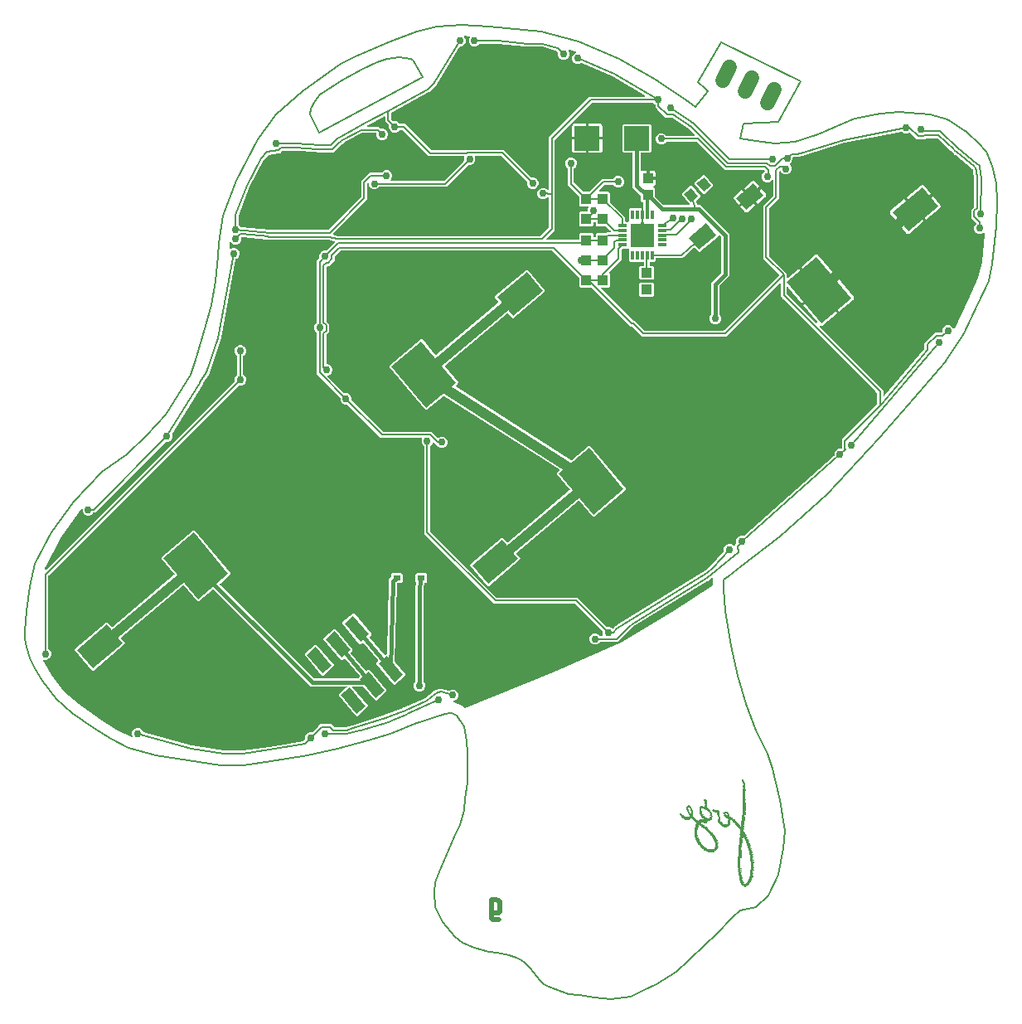
<source format=gbl>
G04 EAGLE Gerber RS-274X export*
G75*
%MOMM*%
%FSLAX34Y34*%
%LPD*%
%INBottom layer*%
%IPPOS*%
%AMOC8*
5,1,8,0,0,1.08239X$1,22.5*%
G01*
%ADD10C,0.152400*%
%ADD11R,1.422400X0.101600*%
%ADD12R,2.641600X0.101600*%
%ADD13R,1.625600X0.101600*%
%ADD14R,0.101600X0.050800*%
%ADD15R,0.406400X0.050800*%
%ADD16R,0.508000X0.050800*%
%ADD17R,0.660400X0.050800*%
%ADD18R,0.762000X0.050800*%
%ADD19R,0.304800X0.050800*%
%ADD20R,0.355600X0.050800*%
%ADD21R,0.254000X0.050800*%
%ADD22R,0.914400X0.050800*%
%ADD23R,1.117600X0.050800*%
%ADD24R,1.270000X0.050800*%
%ADD25R,1.422400X0.050800*%
%ADD26R,0.558800X0.050800*%
%ADD27R,0.457200X0.050800*%
%ADD28R,0.609600X0.050800*%
%ADD29R,0.812800X0.050800*%
%ADD30R,0.965200X0.050800*%
%ADD31R,1.168400X0.050800*%
%ADD32R,1.320800X0.050800*%
%ADD33R,0.203200X0.050800*%
%ADD34R,0.050800X0.050800*%
%ADD35R,1.219200X0.050800*%
%ADD36R,0.152400X0.050800*%
%ADD37R,0.711200X0.050800*%
%ADD38C,0.508000*%
%ADD39R,0.950000X0.300000*%
%ADD40R,2.450000X2.450000*%
%ADD41R,0.300000X0.950000*%
%ADD42R,2.500000X4.000000*%
%ADD43R,5.500000X4.000000*%
%ADD44R,1.000000X1.100000*%
%ADD45R,1.100000X1.000000*%
%ADD46R,2.550000X2.500000*%
%ADD47R,2.300000X1.600000*%
%ADD48C,1.524000*%
%ADD49R,0.800000X0.600000*%
%ADD50R,1.200000X2.500000*%
%ADD51C,0.203200*%
%ADD52C,0.406400*%
%ADD53C,0.756400*%
%ADD54C,0.304800*%
%ADD55C,1.016000*%

G36*
X225023Y256292D02*
X225023Y256292D01*
X225094Y256294D01*
X251700Y259922D01*
X251710Y259925D01*
X251726Y259926D01*
X286485Y265919D01*
X286510Y265927D01*
X286537Y265929D01*
X286626Y265967D01*
X286717Y265999D01*
X286738Y266015D01*
X286763Y266026D01*
X286894Y266131D01*
X288265Y267501D01*
X288318Y267575D01*
X288377Y267645D01*
X288389Y267675D01*
X288408Y267701D01*
X288435Y267788D01*
X288469Y267873D01*
X288474Y267914D01*
X288481Y267936D01*
X288480Y267968D01*
X288488Y268040D01*
X288488Y270384D01*
X289373Y272521D01*
X291009Y274157D01*
X293146Y275042D01*
X295490Y275042D01*
X295580Y275057D01*
X295671Y275064D01*
X295701Y275077D01*
X295733Y275082D01*
X295814Y275125D01*
X295898Y275160D01*
X295930Y275186D01*
X295950Y275197D01*
X295973Y275220D01*
X296028Y275265D01*
X302001Y281237D01*
X302001Y281238D01*
X304010Y283246D01*
X315425Y283246D01*
X318403Y280268D01*
X318477Y280215D01*
X318547Y280156D01*
X318577Y280144D01*
X318603Y280125D01*
X318690Y280098D01*
X318775Y280064D01*
X318816Y280059D01*
X318838Y280052D01*
X318870Y280053D01*
X318942Y280045D01*
X329962Y280045D01*
X329982Y280049D01*
X330002Y280046D01*
X330167Y280073D01*
X336695Y281901D01*
X336705Y281906D01*
X336721Y281909D01*
X369824Y292436D01*
X369837Y292443D01*
X369860Y292449D01*
X386250Y298595D01*
X386329Y298640D01*
X386412Y298679D01*
X386435Y298701D01*
X386463Y298717D01*
X386524Y298786D01*
X386590Y298848D01*
X386610Y298882D01*
X386627Y298892D01*
X386658Y298927D01*
X387842Y299306D01*
X387855Y299312D01*
X387877Y299318D01*
X391835Y300802D01*
X391850Y300811D01*
X391876Y300819D01*
X409381Y308573D01*
X409396Y308583D01*
X409516Y308650D01*
X410976Y309697D01*
X410984Y309705D01*
X410998Y309713D01*
X419392Y316201D01*
X419413Y316224D01*
X419464Y316265D01*
X419903Y316704D01*
X419927Y316737D01*
X419957Y316764D01*
X420045Y316901D01*
X420047Y316904D01*
X420047Y316905D01*
X420137Y317087D01*
X420491Y317207D01*
X420571Y317250D01*
X420654Y317285D01*
X420687Y317311D01*
X420708Y317322D01*
X420725Y317341D01*
X420727Y317342D01*
X420733Y317348D01*
X420785Y317390D01*
X421048Y317653D01*
X421684Y317653D01*
X421724Y317660D01*
X421764Y317658D01*
X421924Y317693D01*
X421927Y317693D01*
X421928Y317694D01*
X425806Y319006D01*
X425834Y319021D01*
X425927Y319059D01*
X426744Y319506D01*
X426801Y319489D01*
X426826Y319486D01*
X426850Y319476D01*
X426948Y319471D01*
X427045Y319459D01*
X427070Y319464D01*
X427096Y319463D01*
X427260Y319499D01*
X427316Y319518D01*
X428151Y319105D01*
X428181Y319096D01*
X428274Y319057D01*
X434997Y317083D01*
X435073Y317074D01*
X435148Y317055D01*
X435195Y317059D01*
X435242Y317053D01*
X435317Y317068D01*
X435393Y317074D01*
X435436Y317093D01*
X435483Y317102D01*
X435549Y317140D01*
X435619Y317170D01*
X435669Y317210D01*
X435695Y317225D01*
X435713Y317245D01*
X435750Y317275D01*
X436038Y317563D01*
X438175Y318448D01*
X440488Y318448D01*
X442625Y317563D01*
X444261Y315927D01*
X445146Y313790D01*
X445146Y311477D01*
X444261Y309340D01*
X442625Y307704D01*
X440594Y306862D01*
X440534Y306825D01*
X440469Y306797D01*
X440430Y306761D01*
X440385Y306733D01*
X440340Y306678D01*
X440287Y306631D01*
X440262Y306584D01*
X440228Y306543D01*
X440203Y306477D01*
X440168Y306415D01*
X440159Y306363D01*
X440140Y306314D01*
X440137Y306243D01*
X440124Y306174D01*
X440132Y306121D01*
X440129Y306068D01*
X440149Y306000D01*
X440159Y305930D01*
X440183Y305883D01*
X440198Y305832D01*
X440238Y305774D01*
X440270Y305711D01*
X440308Y305673D01*
X440338Y305630D01*
X440395Y305587D01*
X440445Y305538D01*
X440493Y305515D01*
X440535Y305483D01*
X440603Y305461D01*
X440666Y305430D01*
X440738Y305417D01*
X440769Y305407D01*
X440792Y305407D01*
X440831Y305400D01*
X441092Y305381D01*
X442664Y304595D01*
X442683Y304589D01*
X442713Y304573D01*
X444337Y303900D01*
X444533Y303704D01*
X444564Y303682D01*
X444590Y303653D01*
X444654Y303611D01*
X444673Y303595D01*
X444690Y303588D01*
X444731Y303562D01*
X444732Y303561D01*
X444733Y303561D01*
X446419Y302718D01*
X446456Y302706D01*
X446489Y302687D01*
X446652Y302645D01*
X446654Y302645D01*
X446926Y302606D01*
X448438Y301710D01*
X448457Y301703D01*
X448486Y301684D01*
X450058Y300898D01*
X450239Y300689D01*
X450269Y300664D01*
X450293Y300634D01*
X450427Y300533D01*
X450665Y300392D01*
X450977Y299976D01*
X450990Y299963D01*
X450999Y299948D01*
X451017Y299933D01*
X451034Y299908D01*
X451097Y299860D01*
X451154Y299805D01*
X451181Y299793D01*
X451186Y299788D01*
X451198Y299783D01*
X451230Y299759D01*
X451305Y299734D01*
X451377Y299700D01*
X451421Y299695D01*
X451463Y299681D01*
X451542Y299681D01*
X451621Y299672D01*
X451665Y299681D01*
X451709Y299681D01*
X451831Y299715D01*
X451846Y299718D01*
X451851Y299721D01*
X451862Y299723D01*
X451865Y299725D01*
X451871Y299726D01*
X541305Y335844D01*
X541312Y335848D01*
X541324Y335852D01*
X611174Y366332D01*
X611201Y366350D01*
X611264Y366379D01*
X665874Y399399D01*
X665882Y399406D01*
X665898Y399414D01*
X705014Y425083D01*
X705048Y425115D01*
X705087Y425138D01*
X705138Y425197D01*
X705195Y425250D01*
X705217Y425290D01*
X705247Y425325D01*
X705276Y425397D01*
X705313Y425465D01*
X705322Y425511D01*
X705339Y425553D01*
X705354Y425689D01*
X705357Y425707D01*
X705356Y425712D01*
X705357Y425720D01*
X705357Y429057D01*
X705355Y429068D01*
X705357Y429080D01*
X705333Y429246D01*
X705160Y429924D01*
X705350Y431253D01*
X705349Y431285D01*
X705357Y431360D01*
X705357Y431959D01*
X705352Y431994D01*
X705354Y432029D01*
X705332Y432115D01*
X705318Y432202D01*
X705301Y432233D01*
X705292Y432267D01*
X705244Y432341D01*
X705202Y432419D01*
X705177Y432444D01*
X705158Y432473D01*
X705088Y432528D01*
X705024Y432589D01*
X704992Y432604D01*
X704965Y432625D01*
X704881Y432655D01*
X704801Y432692D01*
X704766Y432696D01*
X704733Y432708D01*
X704645Y432710D01*
X704557Y432720D01*
X704522Y432712D01*
X704487Y432713D01*
X704403Y432686D01*
X704316Y432667D01*
X704286Y432649D01*
X704253Y432639D01*
X704112Y432547D01*
X701633Y430506D01*
X701608Y430476D01*
X701576Y430454D01*
X701527Y430384D01*
X701471Y430321D01*
X701456Y430285D01*
X701434Y430253D01*
X701382Y430110D01*
X700529Y429587D01*
X700505Y429566D01*
X700443Y429526D01*
X699670Y428889D01*
X699648Y428887D01*
X699610Y428893D01*
X699526Y428879D01*
X699441Y428874D01*
X699405Y428859D01*
X699367Y428853D01*
X699215Y428781D01*
X623033Y382058D01*
X623029Y382054D01*
X623023Y382052D01*
X622892Y381947D01*
X622230Y381285D01*
X622159Y381254D01*
X622127Y381229D01*
X622106Y381218D01*
X622084Y381194D01*
X622028Y381150D01*
X607808Y366929D01*
X593928Y366929D01*
X593924Y366933D01*
X593894Y366945D01*
X593868Y366964D01*
X593781Y366990D01*
X593696Y367025D01*
X593655Y367029D01*
X593633Y367036D01*
X593600Y367035D01*
X593529Y367043D01*
X590128Y367043D01*
X590038Y367028D01*
X589947Y367021D01*
X589917Y367009D01*
X589885Y367003D01*
X589804Y366961D01*
X589720Y366925D01*
X589688Y366899D01*
X589668Y366888D01*
X589645Y366865D01*
X589589Y366820D01*
X587932Y365162D01*
X585794Y364277D01*
X583481Y364277D01*
X581344Y365162D01*
X579708Y366798D01*
X578823Y368935D01*
X578823Y371248D01*
X579708Y373386D01*
X581344Y375021D01*
X583481Y375907D01*
X585794Y375907D01*
X587932Y375021D01*
X589589Y373363D01*
X589663Y373310D01*
X589733Y373251D01*
X589763Y373239D01*
X589789Y373220D01*
X589876Y373193D01*
X589961Y373159D01*
X590002Y373154D01*
X590024Y373148D01*
X590056Y373148D01*
X590128Y373141D01*
X592136Y373141D01*
X592182Y373148D01*
X592227Y373146D01*
X592302Y373168D01*
X592379Y373180D01*
X592420Y373202D01*
X592464Y373215D01*
X592528Y373259D01*
X592596Y373295D01*
X592628Y373329D01*
X592666Y373355D01*
X592712Y373417D01*
X592766Y373474D01*
X592785Y373515D01*
X592813Y373552D01*
X592837Y373626D01*
X592869Y373697D01*
X592874Y373742D01*
X592889Y373786D01*
X592888Y373864D01*
X592897Y373941D01*
X592887Y373986D01*
X592886Y374032D01*
X592848Y374163D01*
X592844Y374182D01*
X592842Y374186D01*
X592840Y374193D01*
X592235Y375652D01*
X592235Y377996D01*
X592221Y378086D01*
X592214Y378177D01*
X592201Y378207D01*
X592196Y378239D01*
X592153Y378319D01*
X592117Y378403D01*
X592092Y378435D01*
X592081Y378456D01*
X592057Y378478D01*
X592012Y378534D01*
X564697Y405850D01*
X564623Y405903D01*
X564553Y405963D01*
X564523Y405975D01*
X564497Y405994D01*
X564410Y406020D01*
X564325Y406055D01*
X564284Y406059D01*
X564262Y406066D01*
X564230Y406065D01*
X564158Y406073D01*
X481775Y406073D01*
X410284Y477565D01*
X410284Y566178D01*
X410269Y566268D01*
X410262Y566359D01*
X410249Y566389D01*
X410244Y566421D01*
X410201Y566501D01*
X410166Y566585D01*
X410140Y566617D01*
X410129Y566638D01*
X410105Y566660D01*
X410061Y566716D01*
X408403Y568374D01*
X407518Y570511D01*
X407518Y572824D01*
X408169Y574397D01*
X408179Y574441D01*
X408199Y574483D01*
X408207Y574560D01*
X408225Y574636D01*
X408221Y574682D01*
X408226Y574727D01*
X408209Y574803D01*
X408202Y574881D01*
X408183Y574923D01*
X408174Y574968D01*
X408134Y575035D01*
X408102Y575106D01*
X408071Y575139D01*
X408047Y575179D01*
X407988Y575229D01*
X407936Y575287D01*
X407895Y575309D01*
X407860Y575339D01*
X407788Y575368D01*
X407720Y575405D01*
X407675Y575413D01*
X407632Y575431D01*
X407496Y575446D01*
X407478Y575449D01*
X407473Y575448D01*
X407466Y575449D01*
X365646Y575449D01*
X332050Y609044D01*
X331976Y609098D01*
X331907Y609157D01*
X331877Y609169D01*
X331851Y609188D01*
X331764Y609215D01*
X331679Y609249D01*
X331638Y609253D01*
X331616Y609260D01*
X331583Y609259D01*
X331512Y609267D01*
X329168Y609267D01*
X327030Y610153D01*
X325395Y611788D01*
X324510Y613925D01*
X324510Y616270D01*
X324495Y616360D01*
X324488Y616451D01*
X324475Y616481D01*
X324470Y616513D01*
X324427Y616593D01*
X324391Y616677D01*
X324366Y616709D01*
X324355Y616730D01*
X324331Y616752D01*
X324287Y616808D01*
X300353Y640742D01*
X300353Y682256D01*
X300338Y682346D01*
X300331Y682437D01*
X300318Y682467D01*
X300313Y682499D01*
X300270Y682580D01*
X300234Y682664D01*
X300209Y682696D01*
X300198Y682717D01*
X300174Y682739D01*
X300130Y682795D01*
X298472Y684452D01*
X297587Y686590D01*
X297587Y688903D01*
X298472Y691040D01*
X300130Y692698D01*
X300183Y692772D01*
X300220Y692815D01*
X300221Y692816D01*
X300242Y692841D01*
X300254Y692871D01*
X300273Y692898D01*
X300300Y692985D01*
X300306Y692999D01*
X300324Y693039D01*
X300325Y693048D01*
X300334Y693069D01*
X300339Y693110D01*
X300346Y693133D01*
X300345Y693165D01*
X300353Y693236D01*
X300353Y756462D01*
X303052Y759161D01*
X303105Y759235D01*
X303164Y759304D01*
X303177Y759335D01*
X303195Y759361D01*
X303222Y759448D01*
X303256Y759533D01*
X303261Y759573D01*
X303268Y759596D01*
X303267Y759628D01*
X303275Y759699D01*
X303275Y762044D01*
X304160Y764181D01*
X305796Y765817D01*
X307933Y766702D01*
X310277Y766702D01*
X310367Y766717D01*
X310458Y766724D01*
X310488Y766736D01*
X310520Y766742D01*
X310601Y766784D01*
X310685Y766820D01*
X310717Y766846D01*
X310738Y766857D01*
X310760Y766880D01*
X310816Y766925D01*
X318806Y774915D01*
X318861Y774992D01*
X318922Y775065D01*
X318933Y775092D01*
X318950Y775115D01*
X318977Y775205D01*
X319012Y775294D01*
X319013Y775322D01*
X319022Y775350D01*
X319019Y775445D01*
X319024Y775539D01*
X319016Y775567D01*
X319016Y775596D01*
X318983Y775685D01*
X318957Y775776D01*
X318941Y775800D01*
X318931Y775827D01*
X318872Y775901D01*
X318818Y775979D01*
X318795Y775996D01*
X318777Y776019D01*
X318698Y776070D01*
X318622Y776127D01*
X318588Y776140D01*
X318570Y776152D01*
X318539Y776160D01*
X318466Y776188D01*
X313130Y777626D01*
X313114Y777627D01*
X313099Y777634D01*
X312932Y777652D01*
X255530Y777652D01*
X255478Y777644D01*
X255425Y777645D01*
X255358Y777624D01*
X255287Y777612D01*
X255241Y777588D01*
X255190Y777572D01*
X255095Y777510D01*
X255070Y777497D01*
X255063Y777490D01*
X255050Y777481D01*
X254936Y777389D01*
X254707Y777412D01*
X252405Y777648D01*
X252378Y777646D01*
X252328Y777652D01*
X249784Y777652D01*
X249680Y777755D01*
X249638Y777786D01*
X249601Y777824D01*
X249538Y777857D01*
X249481Y777899D01*
X249430Y777914D01*
X249384Y777939D01*
X249273Y777963D01*
X249246Y777971D01*
X249235Y777971D01*
X249220Y777974D01*
X224861Y780469D01*
X224779Y780464D01*
X224697Y780468D01*
X224657Y780457D01*
X224616Y780454D01*
X224576Y780438D01*
X224294Y780474D01*
X224227Y780471D01*
X224159Y780479D01*
X224105Y780467D01*
X224048Y780465D01*
X223985Y780441D01*
X223919Y780427D01*
X223871Y780398D01*
X223818Y780378D01*
X223766Y780335D01*
X223708Y780300D01*
X223671Y780258D01*
X223628Y780222D01*
X223592Y780165D01*
X223548Y780113D01*
X223527Y780061D01*
X223497Y780014D01*
X223481Y779948D01*
X223456Y779885D01*
X223447Y779807D01*
X223440Y779775D01*
X223441Y779754D01*
X223438Y779719D01*
X223438Y777286D01*
X222552Y775149D01*
X220917Y773513D01*
X218779Y772628D01*
X216466Y772628D01*
X214329Y773513D01*
X212944Y774898D01*
X212928Y774910D01*
X212915Y774926D01*
X212828Y774982D01*
X212744Y775042D01*
X212725Y775048D01*
X212708Y775059D01*
X212607Y775084D01*
X212509Y775114D01*
X212489Y775114D01*
X212469Y775119D01*
X212366Y775111D01*
X212263Y775108D01*
X212244Y775101D01*
X212224Y775099D01*
X212129Y775059D01*
X212032Y775023D01*
X212016Y775011D01*
X211998Y775003D01*
X211921Y774934D01*
X211840Y774870D01*
X211829Y774853D01*
X211814Y774839D01*
X211763Y774750D01*
X211707Y774663D01*
X211702Y774643D01*
X211692Y774626D01*
X211651Y774463D01*
X211518Y773484D01*
X211518Y773471D01*
X211514Y773450D01*
X211132Y769251D01*
X211138Y769171D01*
X211135Y769091D01*
X211147Y769050D01*
X211150Y769006D01*
X211181Y768932D01*
X211203Y768855D01*
X211228Y768819D01*
X211245Y768779D01*
X211298Y768719D01*
X211344Y768653D01*
X211379Y768627D01*
X211407Y768594D01*
X211477Y768554D01*
X211541Y768506D01*
X211582Y768493D01*
X211620Y768471D01*
X211699Y768455D01*
X211775Y768430D01*
X211818Y768431D01*
X211861Y768422D01*
X211941Y768432D01*
X212021Y768433D01*
X212076Y768449D01*
X212105Y768452D01*
X212130Y768464D01*
X212182Y768479D01*
X214405Y769400D01*
X216718Y769400D01*
X218855Y768515D01*
X220491Y766879D01*
X221376Y764742D01*
X221376Y762429D01*
X220491Y760291D01*
X218855Y758656D01*
X218031Y758314D01*
X217991Y758289D01*
X217946Y758273D01*
X217887Y758225D01*
X217822Y758185D01*
X217792Y758148D01*
X217755Y758119D01*
X217714Y758054D01*
X217665Y757995D01*
X217648Y757951D01*
X217623Y757911D01*
X217584Y757785D01*
X217577Y757766D01*
X217577Y757760D01*
X217574Y757751D01*
X202622Y677609D01*
X202621Y677570D01*
X202611Y677531D01*
X202618Y677447D01*
X202616Y677363D01*
X202628Y677325D01*
X202631Y677286D01*
X202683Y677147D01*
X202365Y676195D01*
X202360Y676163D01*
X202339Y676093D01*
X202155Y675105D01*
X202141Y675092D01*
X202107Y675072D01*
X202053Y675007D01*
X201992Y674949D01*
X201973Y674914D01*
X201948Y674884D01*
X201878Y674732D01*
X191194Y642681D01*
X191193Y642678D01*
X191192Y642675D01*
X191174Y642555D01*
X191155Y642438D01*
X191155Y642435D01*
X191155Y642432D01*
X191175Y642266D01*
X191217Y642088D01*
X190786Y641393D01*
X190785Y641389D01*
X190782Y641385D01*
X190711Y641233D01*
X190453Y640458D01*
X190290Y640376D01*
X190287Y640375D01*
X190285Y640374D01*
X190189Y640303D01*
X190090Y640232D01*
X190089Y640230D01*
X190086Y640228D01*
X189983Y640096D01*
X184619Y631438D01*
X184583Y631352D01*
X184541Y631270D01*
X184537Y631239D01*
X184525Y631210D01*
X184522Y631177D01*
X184039Y630391D01*
X184037Y630388D01*
X184035Y630385D01*
X183965Y630233D01*
X183705Y629452D01*
X183547Y629373D01*
X183544Y629371D01*
X183540Y629369D01*
X183444Y629299D01*
X183348Y629229D01*
X183345Y629226D01*
X183342Y629223D01*
X183239Y629091D01*
X152890Y579752D01*
X152879Y579726D01*
X152862Y579703D01*
X152832Y579613D01*
X152796Y579525D01*
X152794Y579496D01*
X152786Y579469D01*
X152787Y579374D01*
X152780Y579279D01*
X152788Y579252D01*
X152788Y579223D01*
X152835Y579062D01*
X153299Y577941D01*
X153299Y575628D01*
X152414Y573490D01*
X150778Y571855D01*
X148641Y570969D01*
X146297Y570969D01*
X146207Y570955D01*
X146116Y570948D01*
X146086Y570935D01*
X146054Y570930D01*
X145973Y570887D01*
X145889Y570851D01*
X145857Y570826D01*
X145837Y570815D01*
X145814Y570791D01*
X145758Y570746D01*
X74009Y498997D01*
X72558Y498997D01*
X72468Y498983D01*
X72377Y498975D01*
X72347Y498963D01*
X72315Y498958D01*
X72234Y498915D01*
X72150Y498879D01*
X72118Y498853D01*
X72097Y498842D01*
X72075Y498819D01*
X72019Y498774D01*
X70362Y497117D01*
X68224Y496231D01*
X65911Y496231D01*
X63774Y497117D01*
X62138Y498752D01*
X61253Y500889D01*
X61253Y502241D01*
X61251Y502250D01*
X61253Y502260D01*
X61232Y502371D01*
X61213Y502483D01*
X61209Y502492D01*
X61207Y502501D01*
X61151Y502601D01*
X61098Y502701D01*
X61091Y502707D01*
X61087Y502716D01*
X61002Y502792D01*
X60920Y502870D01*
X60911Y502874D01*
X60904Y502881D01*
X60800Y502926D01*
X60697Y502974D01*
X60687Y502975D01*
X60678Y502979D01*
X60565Y502988D01*
X60452Y503001D01*
X60443Y502999D01*
X60433Y503000D01*
X60323Y502973D01*
X60212Y502949D01*
X60204Y502944D01*
X60194Y502941D01*
X60098Y502880D01*
X60001Y502822D01*
X59995Y502815D01*
X59986Y502810D01*
X59874Y502685D01*
X38568Y473094D01*
X38554Y473065D01*
X38511Y473001D01*
X23098Y443360D01*
X23093Y443346D01*
X23084Y443333D01*
X23030Y443174D01*
X22716Y441763D01*
X22715Y441731D01*
X22705Y441701D01*
X22708Y441609D01*
X22703Y441517D01*
X22711Y441487D01*
X22712Y441455D01*
X22743Y441369D01*
X22768Y441280D01*
X22785Y441254D01*
X22796Y441224D01*
X22854Y441152D01*
X22905Y441076D01*
X22930Y441057D01*
X22950Y441032D01*
X23027Y440982D01*
X23100Y440927D01*
X23130Y440916D01*
X23157Y440899D01*
X23246Y440877D01*
X23333Y440847D01*
X23365Y440847D01*
X23395Y440839D01*
X23487Y440846D01*
X23579Y440846D01*
X23609Y440856D01*
X23641Y440858D01*
X23725Y440894D01*
X23813Y440923D01*
X23838Y440942D01*
X23867Y440955D01*
X23998Y441059D01*
X216212Y633274D01*
X216265Y633348D01*
X216325Y633417D01*
X216337Y633447D01*
X216356Y633474D01*
X216383Y633561D01*
X216417Y633645D01*
X216421Y633686D01*
X216428Y633709D01*
X216427Y633741D01*
X216435Y633812D01*
X216435Y636157D01*
X217321Y638294D01*
X218978Y639952D01*
X219031Y640026D01*
X219091Y640095D01*
X219103Y640125D01*
X219122Y640151D01*
X219149Y640238D01*
X219183Y640323D01*
X219187Y640364D01*
X219194Y640386D01*
X219193Y640419D01*
X219201Y640490D01*
X219201Y658604D01*
X219187Y658694D01*
X219179Y658785D01*
X219167Y658814D01*
X219162Y658846D01*
X219119Y658927D01*
X219083Y659011D01*
X219057Y659043D01*
X219046Y659064D01*
X219023Y659086D01*
X218978Y659142D01*
X217321Y660800D01*
X216435Y662937D01*
X216435Y665250D01*
X217321Y667387D01*
X218956Y669023D01*
X221093Y669908D01*
X223407Y669908D01*
X225544Y669023D01*
X227179Y667387D01*
X228065Y665250D01*
X228065Y662937D01*
X227179Y660800D01*
X225522Y659142D01*
X225469Y659068D01*
X225409Y658999D01*
X225397Y658968D01*
X225378Y658942D01*
X225351Y658855D01*
X225317Y658770D01*
X225313Y658729D01*
X225306Y658707D01*
X225307Y658675D01*
X225299Y658604D01*
X225299Y640490D01*
X225313Y640400D01*
X225321Y640309D01*
X225333Y640279D01*
X225338Y640247D01*
X225381Y640166D01*
X225417Y640083D01*
X225443Y640050D01*
X225454Y640030D01*
X225477Y640008D01*
X225522Y639952D01*
X227179Y638294D01*
X228065Y636157D01*
X228065Y633843D01*
X227179Y631706D01*
X225544Y630071D01*
X223407Y629185D01*
X221062Y629185D01*
X220972Y629171D01*
X220881Y629163D01*
X220851Y629151D01*
X220819Y629146D01*
X220739Y629103D01*
X220655Y629067D01*
X220623Y629041D01*
X220602Y629030D01*
X220580Y629007D01*
X220524Y628962D01*
X26515Y434954D01*
X26473Y434895D01*
X26428Y434847D01*
X26420Y434831D01*
X26403Y434810D01*
X26391Y434780D01*
X26372Y434754D01*
X26347Y434672D01*
X26324Y434624D01*
X26323Y434612D01*
X26311Y434582D01*
X26306Y434541D01*
X26299Y434519D01*
X26300Y434487D01*
X26292Y434415D01*
X26292Y360277D01*
X26307Y360187D01*
X26314Y360096D01*
X26327Y360066D01*
X26332Y360034D01*
X26375Y359954D01*
X26410Y359870D01*
X26436Y359838D01*
X26447Y359817D01*
X26470Y359795D01*
X26515Y359739D01*
X28173Y358081D01*
X29058Y355944D01*
X29058Y353631D01*
X28173Y351493D01*
X26537Y349858D01*
X24400Y348972D01*
X22074Y348972D01*
X22007Y348988D01*
X21913Y349017D01*
X21888Y349016D01*
X21864Y349022D01*
X21765Y349013D01*
X21667Y349010D01*
X21644Y349001D01*
X21619Y348999D01*
X21529Y348959D01*
X21437Y348925D01*
X21417Y348909D01*
X21394Y348899D01*
X21321Y348832D01*
X21245Y348770D01*
X21232Y348749D01*
X21213Y348732D01*
X21166Y348646D01*
X21113Y348563D01*
X21107Y348539D01*
X21094Y348517D01*
X21077Y348420D01*
X21053Y348324D01*
X21055Y348299D01*
X21051Y348275D01*
X21065Y348177D01*
X21073Y348079D01*
X21084Y348050D01*
X21087Y348031D01*
X21102Y348002D01*
X21131Y347922D01*
X22269Y345646D01*
X22281Y345629D01*
X22297Y345595D01*
X29408Y333742D01*
X29425Y333723D01*
X29447Y333684D01*
X42280Y316185D01*
X42284Y316181D01*
X42287Y316176D01*
X42402Y316054D01*
X57465Y303309D01*
X57485Y303297D01*
X57517Y303268D01*
X78482Y288469D01*
X78494Y288464D01*
X78510Y288451D01*
X95547Y277498D01*
X95573Y277487D01*
X95618Y277458D01*
X111527Y269503D01*
X111621Y269474D01*
X111713Y269439D01*
X111738Y269438D01*
X111762Y269430D01*
X111860Y269433D01*
X111959Y269429D01*
X111983Y269436D01*
X112008Y269436D01*
X112100Y269470D01*
X112195Y269497D01*
X112215Y269511D01*
X112239Y269520D01*
X112316Y269581D01*
X112397Y269637D01*
X112412Y269658D01*
X112431Y269673D01*
X112485Y269756D01*
X112544Y269835D01*
X112551Y269859D01*
X112565Y269880D01*
X112589Y269975D01*
X112620Y270069D01*
X112620Y270094D01*
X112626Y270118D01*
X112618Y270216D01*
X112617Y270315D01*
X112609Y270345D01*
X112607Y270363D01*
X112595Y270394D01*
X112571Y270476D01*
X111892Y272115D01*
X111892Y274428D01*
X112777Y276566D01*
X114413Y278201D01*
X116550Y279086D01*
X118863Y279086D01*
X121000Y278201D01*
X122636Y276566D01*
X123183Y275244D01*
X123192Y275230D01*
X123196Y275215D01*
X123256Y275126D01*
X123313Y275035D01*
X123325Y275025D01*
X123334Y275011D01*
X123419Y274947D01*
X123502Y274878D01*
X123517Y274872D01*
X123530Y274863D01*
X123686Y274801D01*
X172893Y261381D01*
X172922Y261378D01*
X172977Y261363D01*
X205916Y256296D01*
X205949Y256296D01*
X206031Y256287D01*
X224991Y256287D01*
X225023Y256292D01*
G37*
G36*
X602606Y380841D02*
X602606Y380841D01*
X602709Y380844D01*
X602728Y380850D01*
X602748Y380852D01*
X602843Y380892D01*
X602940Y380928D01*
X602956Y380941D01*
X602974Y380948D01*
X603105Y381053D01*
X603909Y381857D01*
X603910Y381858D01*
X603911Y381859D01*
X603983Y381961D01*
X604052Y382056D01*
X604053Y382058D01*
X604054Y382060D01*
X604111Y382218D01*
X604154Y382400D01*
X604847Y382825D01*
X604851Y382828D01*
X604856Y382831D01*
X604987Y382935D01*
X605562Y383510D01*
X605750Y383510D01*
X605751Y383510D01*
X605753Y383510D01*
X605876Y383531D01*
X605992Y383550D01*
X605994Y383551D01*
X605996Y383551D01*
X606148Y383622D01*
X609329Y385573D01*
X609330Y385574D01*
X609332Y385575D01*
X697162Y439996D01*
X697186Y440017D01*
X697245Y440055D01*
X703264Y445012D01*
X703285Y445037D01*
X703341Y445085D01*
X716288Y459166D01*
X716344Y459250D01*
X716404Y459332D01*
X716411Y459353D01*
X716423Y459372D01*
X716449Y459469D01*
X716480Y459566D01*
X716480Y459588D01*
X716486Y459610D01*
X716479Y459710D01*
X716478Y459811D01*
X716470Y459838D01*
X716469Y459855D01*
X716457Y459885D01*
X716431Y459973D01*
X716428Y459981D01*
X716428Y462294D01*
X717313Y464431D01*
X718949Y466067D01*
X721086Y466952D01*
X723399Y466952D01*
X725536Y466067D01*
X725793Y465810D01*
X725809Y465799D01*
X725822Y465783D01*
X725909Y465727D01*
X725993Y465667D01*
X726012Y465661D01*
X726028Y465650D01*
X726129Y465625D01*
X726228Y465594D01*
X726248Y465595D01*
X726267Y465590D01*
X726370Y465598D01*
X726474Y465601D01*
X726492Y465608D01*
X726512Y465609D01*
X726607Y465650D01*
X726705Y465685D01*
X726720Y465698D01*
X726739Y465706D01*
X726870Y465810D01*
X727610Y466550D01*
X727611Y466553D01*
X727613Y466554D01*
X727717Y466686D01*
X728155Y467387D01*
X728323Y467426D01*
X728327Y467428D01*
X728332Y467429D01*
X728439Y467474D01*
X728550Y467520D01*
X728554Y467523D01*
X728558Y467525D01*
X728689Y467630D01*
X728728Y467668D01*
X728781Y467742D01*
X728840Y467812D01*
X728852Y467842D01*
X728871Y467868D01*
X728898Y467955D01*
X728932Y468040D01*
X728937Y468081D01*
X728944Y468103D01*
X728943Y468135D01*
X728951Y468207D01*
X728951Y470551D01*
X729836Y472688D01*
X731472Y474324D01*
X733609Y475209D01*
X735922Y475209D01*
X736029Y475165D01*
X736121Y475143D01*
X736211Y475115D01*
X736240Y475115D01*
X736269Y475109D01*
X736363Y475118D01*
X736457Y475119D01*
X736485Y475129D01*
X736514Y475132D01*
X736600Y475170D01*
X736689Y475202D01*
X736719Y475223D01*
X736738Y475232D01*
X736762Y475254D01*
X736826Y475299D01*
X828862Y556962D01*
X828933Y557051D01*
X829007Y557137D01*
X829011Y557146D01*
X829017Y557153D01*
X829057Y557259D01*
X829099Y557365D01*
X829101Y557377D01*
X829103Y557384D01*
X829104Y557408D01*
X829118Y557532D01*
X829118Y559430D01*
X830003Y561567D01*
X831639Y563203D01*
X833776Y564088D01*
X836032Y564088D01*
X836051Y564091D01*
X836071Y564089D01*
X836172Y564111D01*
X836274Y564128D01*
X836292Y564137D01*
X836311Y564141D01*
X836400Y564194D01*
X836492Y564243D01*
X836505Y564257D01*
X836522Y564267D01*
X836590Y564346D01*
X836661Y564421D01*
X836669Y564439D01*
X836682Y564454D01*
X836721Y564550D01*
X836765Y564644D01*
X836767Y564664D01*
X836774Y564682D01*
X836793Y564849D01*
X836793Y573738D01*
X872857Y609802D01*
X872911Y609876D01*
X872970Y609946D01*
X872982Y609976D01*
X873001Y610002D01*
X873028Y610089D01*
X873062Y610174D01*
X873066Y610215D01*
X873073Y610237D01*
X873072Y610269D01*
X873080Y610341D01*
X873080Y620893D01*
X873066Y620983D01*
X873059Y621074D01*
X873046Y621103D01*
X873041Y621135D01*
X872998Y621216D01*
X872962Y621300D01*
X872937Y621332D01*
X872926Y621353D01*
X872902Y621375D01*
X872857Y621431D01*
X871250Y623038D01*
X871248Y623070D01*
X871235Y623100D01*
X871230Y623132D01*
X871187Y623212D01*
X871152Y623296D01*
X871126Y623328D01*
X871115Y623349D01*
X871092Y623371D01*
X871047Y623427D01*
X776408Y718066D01*
X774399Y720075D01*
X774399Y732690D01*
X774388Y732761D01*
X774386Y732833D01*
X774368Y732882D01*
X774360Y732933D01*
X774326Y732996D01*
X774302Y733064D01*
X774269Y733104D01*
X774245Y733150D01*
X774193Y733200D01*
X774148Y733256D01*
X774104Y733284D01*
X774066Y733320D01*
X774001Y733350D01*
X773941Y733389D01*
X773890Y733401D01*
X773843Y733423D01*
X773772Y733431D01*
X773702Y733449D01*
X773651Y733445D01*
X773599Y733450D01*
X773529Y733435D01*
X773457Y733430D01*
X773409Y733409D01*
X773358Y733398D01*
X773297Y733361D01*
X773231Y733333D01*
X773175Y733288D01*
X773147Y733272D01*
X773132Y733254D01*
X773100Y733228D01*
X718813Y678941D01*
X632467Y678941D01*
X622530Y688878D01*
X622456Y688931D01*
X622387Y688991D01*
X622357Y689003D01*
X622330Y689022D01*
X622243Y689049D01*
X622159Y689083D01*
X622118Y689087D01*
X622095Y689094D01*
X622063Y689093D01*
X621992Y689101D01*
X621037Y689101D01*
X581294Y728844D01*
X581220Y728897D01*
X581151Y728957D01*
X581121Y728969D01*
X581094Y728988D01*
X581007Y729015D01*
X580923Y729049D01*
X580882Y729053D01*
X580859Y729060D01*
X580827Y729059D01*
X580756Y729067D01*
X569858Y729067D01*
X568667Y730258D01*
X568667Y738616D01*
X568653Y738706D01*
X568645Y738797D01*
X568633Y738827D01*
X568628Y738859D01*
X568585Y738939D01*
X568549Y739023D01*
X568523Y739055D01*
X568512Y739076D01*
X568489Y739098D01*
X568444Y739154D01*
X541250Y766348D01*
X541176Y766401D01*
X541107Y766461D01*
X541077Y766473D01*
X541050Y766492D01*
X540963Y766519D01*
X540879Y766553D01*
X540838Y766557D01*
X540815Y766564D01*
X540783Y766563D01*
X540712Y766571D01*
X325148Y766571D01*
X325058Y766557D01*
X324967Y766549D01*
X324937Y766537D01*
X324905Y766532D01*
X324825Y766489D01*
X324741Y766453D01*
X324709Y766427D01*
X324688Y766416D01*
X324666Y766393D01*
X324610Y766348D01*
X319191Y760930D01*
X319138Y760856D01*
X319079Y760786D01*
X319067Y760756D01*
X319048Y760730D01*
X319021Y760643D01*
X318987Y760558D01*
X318982Y760517D01*
X318975Y760495D01*
X318976Y760463D01*
X318968Y760392D01*
X318968Y756795D01*
X313182Y751008D01*
X311769Y751008D01*
X311679Y750994D01*
X311588Y750986D01*
X311558Y750974D01*
X311526Y750969D01*
X311445Y750926D01*
X311361Y750890D01*
X311329Y750864D01*
X311308Y750854D01*
X311286Y750830D01*
X311230Y750785D01*
X310737Y750292D01*
X310684Y750218D01*
X310625Y750149D01*
X310612Y750119D01*
X310594Y750092D01*
X310567Y750005D01*
X310533Y749921D01*
X310528Y749880D01*
X310521Y749857D01*
X310522Y749825D01*
X310514Y749754D01*
X310514Y694920D01*
X310529Y694830D01*
X310536Y694739D01*
X310549Y694709D01*
X310554Y694677D01*
X310597Y694596D01*
X310632Y694512D01*
X310658Y694480D01*
X310669Y694459D01*
X310692Y694437D01*
X310737Y694381D01*
X313280Y691838D01*
X313280Y683654D01*
X310737Y681111D01*
X310684Y681037D01*
X310624Y680968D01*
X310612Y680938D01*
X310593Y680911D01*
X310567Y680825D01*
X310533Y680740D01*
X310528Y680699D01*
X310521Y680676D01*
X310522Y680644D01*
X310514Y680573D01*
X310514Y651410D01*
X310517Y651390D01*
X310515Y651371D01*
X310537Y651269D01*
X310554Y651167D01*
X310563Y651150D01*
X310567Y651130D01*
X310621Y651041D01*
X310669Y650950D01*
X310683Y650936D01*
X310694Y650919D01*
X310772Y650852D01*
X310847Y650781D01*
X310865Y650772D01*
X310880Y650759D01*
X310977Y650721D01*
X311070Y650677D01*
X311090Y650675D01*
X311109Y650667D01*
X311275Y650649D01*
X311388Y650649D01*
X313525Y649764D01*
X315161Y648128D01*
X316046Y645991D01*
X316046Y643678D01*
X315161Y641540D01*
X313525Y639905D01*
X311953Y639254D01*
X311914Y639229D01*
X311871Y639214D01*
X311810Y639165D01*
X311744Y639124D01*
X311715Y639088D01*
X311679Y639060D01*
X311637Y638994D01*
X311587Y638934D01*
X311571Y638892D01*
X311546Y638853D01*
X311527Y638777D01*
X311499Y638705D01*
X311497Y638659D01*
X311486Y638614D01*
X311492Y638537D01*
X311489Y638459D01*
X311501Y638415D01*
X311505Y638369D01*
X311535Y638298D01*
X311557Y638223D01*
X311583Y638185D01*
X311601Y638143D01*
X311687Y638036D01*
X311697Y638021D01*
X311701Y638018D01*
X311706Y638012D01*
X328598Y621120D01*
X328672Y621067D01*
X328742Y621007D01*
X328772Y620995D01*
X328798Y620976D01*
X328885Y620949D01*
X328970Y620915D01*
X329011Y620911D01*
X329033Y620904D01*
X329065Y620905D01*
X329136Y620897D01*
X331481Y620897D01*
X333618Y620012D01*
X335254Y618376D01*
X336139Y616239D01*
X336139Y613894D01*
X336154Y613804D01*
X336161Y613713D01*
X336174Y613683D01*
X336179Y613652D01*
X336221Y613571D01*
X336257Y613487D01*
X336283Y613455D01*
X336294Y613434D01*
X336317Y613412D01*
X336362Y613356D01*
X367948Y581770D01*
X368022Y581716D01*
X368092Y581657D01*
X368122Y581645D01*
X368148Y581626D01*
X368235Y581599D01*
X368320Y581565D01*
X368361Y581560D01*
X368383Y581554D01*
X368415Y581554D01*
X368487Y581547D01*
X417424Y581547D01*
X423582Y575389D01*
X423598Y575377D01*
X423611Y575362D01*
X423698Y575306D01*
X423782Y575245D01*
X423801Y575239D01*
X423818Y575229D01*
X423918Y575203D01*
X424017Y575173D01*
X424037Y575173D01*
X424056Y575169D01*
X424159Y575177D01*
X424263Y575179D01*
X424282Y575186D01*
X424301Y575188D01*
X424396Y575228D01*
X424494Y575264D01*
X424509Y575276D01*
X424528Y575284D01*
X424659Y575389D01*
X425014Y575744D01*
X427151Y576629D01*
X429464Y576629D01*
X431601Y575744D01*
X433237Y574108D01*
X434122Y571971D01*
X434122Y569658D01*
X433237Y567521D01*
X431601Y565885D01*
X429464Y565000D01*
X427151Y565000D01*
X425014Y565885D01*
X423356Y567543D01*
X423282Y567596D01*
X423213Y567655D01*
X423182Y567667D01*
X423156Y567686D01*
X423069Y567713D01*
X422984Y567747D01*
X422943Y567752D01*
X422921Y567759D01*
X422889Y567758D01*
X422818Y567766D01*
X422582Y567766D01*
X420155Y570193D01*
X420117Y570220D01*
X420086Y570254D01*
X420018Y570291D01*
X419955Y570337D01*
X419911Y570350D01*
X419871Y570372D01*
X419794Y570386D01*
X419720Y570409D01*
X419674Y570408D01*
X419629Y570416D01*
X419552Y570405D01*
X419474Y570403D01*
X419431Y570387D01*
X419385Y570380D01*
X419316Y570345D01*
X419243Y570318D01*
X419207Y570290D01*
X419166Y570269D01*
X419112Y570213D01*
X419051Y570164D01*
X419026Y570126D01*
X418994Y570093D01*
X418928Y569973D01*
X418918Y569958D01*
X418917Y569953D01*
X418913Y569946D01*
X418262Y568374D01*
X416604Y566716D01*
X416551Y566642D01*
X416492Y566573D01*
X416479Y566543D01*
X416461Y566516D01*
X416434Y566429D01*
X416400Y566345D01*
X416395Y566304D01*
X416388Y566281D01*
X416389Y566249D01*
X416381Y566178D01*
X416381Y480406D01*
X416396Y480316D01*
X416403Y480225D01*
X416416Y480195D01*
X416421Y480163D01*
X416464Y480082D01*
X416499Y479998D01*
X416525Y479966D01*
X416536Y479946D01*
X416559Y479923D01*
X416604Y479867D01*
X484078Y412393D01*
X484152Y412340D01*
X484222Y412281D01*
X484252Y412269D01*
X484278Y412250D01*
X484365Y412223D01*
X484450Y412189D01*
X484491Y412184D01*
X484513Y412178D01*
X484545Y412178D01*
X484616Y412170D01*
X567000Y412170D01*
X596324Y382846D01*
X596398Y382793D01*
X596467Y382733D01*
X596498Y382721D01*
X596524Y382702D01*
X596611Y382676D01*
X596696Y382641D01*
X596737Y382637D01*
X596759Y382630D01*
X596791Y382631D01*
X596862Y382623D01*
X599207Y382623D01*
X601344Y381738D01*
X602029Y381053D01*
X602045Y381042D01*
X602057Y381026D01*
X602145Y380970D01*
X602228Y380910D01*
X602247Y380904D01*
X602264Y380893D01*
X602365Y380868D01*
X602463Y380837D01*
X602483Y380838D01*
X602503Y380833D01*
X602606Y380841D01*
G37*
G36*
X879957Y618128D02*
X879957Y618128D01*
X879979Y618125D01*
X880078Y618147D01*
X880179Y618163D01*
X880198Y618173D01*
X880219Y618178D01*
X880307Y618230D01*
X880397Y618277D01*
X880416Y618296D01*
X880430Y618304D01*
X880451Y618329D01*
X880519Y618392D01*
X921159Y666182D01*
X921190Y666234D01*
X921230Y666280D01*
X921254Y666339D01*
X921286Y666393D01*
X921299Y666452D01*
X921322Y666509D01*
X921332Y666601D01*
X921339Y666633D01*
X921337Y666649D01*
X921340Y666675D01*
X921340Y671994D01*
X932068Y682722D01*
X938313Y682722D01*
X938403Y682736D01*
X938494Y682743D01*
X938524Y682756D01*
X938556Y682761D01*
X938637Y682804D01*
X938721Y682840D01*
X938753Y682866D01*
X938773Y682876D01*
X938796Y682900D01*
X938852Y682945D01*
X939066Y683159D01*
X939119Y683233D01*
X939179Y683302D01*
X939191Y683332D01*
X939209Y683359D01*
X939236Y683446D01*
X939270Y683531D01*
X939275Y683571D01*
X939282Y683594D01*
X939281Y683626D01*
X939289Y683697D01*
X939289Y686042D01*
X940174Y688179D01*
X941810Y689815D01*
X943947Y690700D01*
X946260Y690700D01*
X948397Y689815D01*
X950033Y688179D01*
X950395Y687306D01*
X950395Y687305D01*
X950395Y687304D01*
X950459Y687202D01*
X950524Y687097D01*
X950525Y687097D01*
X950526Y687096D01*
X950621Y687017D01*
X950714Y686940D01*
X950715Y686940D01*
X950716Y686939D01*
X950830Y686896D01*
X950943Y686852D01*
X950944Y686852D01*
X950945Y686852D01*
X951064Y686847D01*
X951189Y686842D01*
X951190Y686842D01*
X951191Y686842D01*
X951307Y686876D01*
X951425Y686910D01*
X951426Y686911D01*
X951427Y686911D01*
X951526Y686980D01*
X951627Y687051D01*
X951628Y687051D01*
X951629Y687052D01*
X951735Y687182D01*
X951820Y687311D01*
X951833Y687340D01*
X951869Y687398D01*
X965498Y715896D01*
X965498Y715897D01*
X965499Y715898D01*
X976338Y738779D01*
X976339Y738783D01*
X976341Y738787D01*
X976394Y738946D01*
X979783Y754761D01*
X979785Y754790D01*
X979796Y754845D01*
X982706Y783940D01*
X982699Y784049D01*
X982696Y784159D01*
X982691Y784172D01*
X982690Y784186D01*
X982649Y784287D01*
X982612Y784390D01*
X982603Y784401D01*
X982598Y784414D01*
X982526Y784496D01*
X982458Y784582D01*
X982446Y784589D01*
X982437Y784600D01*
X982343Y784656D01*
X982251Y784715D01*
X982237Y784718D01*
X982225Y784725D01*
X982118Y784748D01*
X982013Y784775D01*
X981999Y784773D01*
X981985Y784776D01*
X981876Y784764D01*
X981767Y784755D01*
X981754Y784750D01*
X981740Y784748D01*
X981642Y784702D01*
X981541Y784659D01*
X981528Y784648D01*
X981518Y784644D01*
X981497Y784624D01*
X981410Y784554D01*
X981179Y784323D01*
X979042Y783438D01*
X976728Y783438D01*
X974591Y784323D01*
X972955Y785959D01*
X972070Y788096D01*
X972070Y790409D01*
X972955Y792546D01*
X974230Y793821D01*
X974242Y793837D01*
X974257Y793850D01*
X974313Y793937D01*
X974374Y794021D01*
X974380Y794040D01*
X974390Y794057D01*
X974416Y794157D01*
X974446Y794256D01*
X974446Y794276D01*
X974450Y794295D01*
X974442Y794398D01*
X974440Y794502D01*
X974433Y794520D01*
X974431Y794540D01*
X974391Y794635D01*
X974355Y794733D01*
X974343Y794748D01*
X974335Y794767D01*
X974230Y794898D01*
X969000Y800128D01*
X969000Y808311D01*
X971594Y810905D01*
X971645Y810977D01*
X971703Y811044D01*
X971717Y811076D01*
X971737Y811105D01*
X971763Y811189D01*
X971797Y811271D01*
X971802Y811316D01*
X971810Y811340D01*
X971809Y811371D01*
X971817Y811438D01*
X971856Y817111D01*
X971856Y817112D01*
X972018Y840237D01*
X972013Y840270D01*
X972012Y840346D01*
X971018Y847638D01*
X971016Y847644D01*
X971016Y847654D01*
X970763Y849259D01*
X970755Y849283D01*
X970754Y849309D01*
X970717Y849400D01*
X970687Y849492D01*
X970671Y849513D01*
X970661Y849537D01*
X970559Y849670D01*
X970299Y849939D01*
X970276Y849955D01*
X970239Y849994D01*
X952990Y864405D01*
X952928Y864442D01*
X952871Y864487D01*
X952823Y864504D01*
X952779Y864530D01*
X952708Y864545D01*
X952640Y864570D01*
X952569Y864575D01*
X951831Y865258D01*
X950540Y866451D01*
X950528Y866459D01*
X950512Y866476D01*
X949420Y867388D01*
X948389Y868249D01*
X948384Y868295D01*
X948362Y868341D01*
X948349Y868391D01*
X948310Y868452D01*
X948279Y868517D01*
X948233Y868571D01*
X948215Y868597D01*
X948197Y868612D01*
X948169Y868644D01*
X934595Y881196D01*
X934532Y881238D01*
X934473Y881288D01*
X934429Y881305D01*
X934390Y881331D01*
X934316Y881351D01*
X934245Y881380D01*
X934182Y881387D01*
X934152Y881395D01*
X934126Y881393D01*
X934078Y881398D01*
X922962Y881398D01*
X922872Y881383D01*
X922781Y881376D01*
X922751Y881364D01*
X922719Y881358D01*
X922639Y881316D01*
X922555Y881280D01*
X922523Y881254D01*
X922502Y881243D01*
X922480Y881220D01*
X922424Y881175D01*
X921597Y880348D01*
X913413Y880348D01*
X906835Y886926D01*
X906741Y886994D01*
X906647Y887064D01*
X906641Y887066D01*
X906635Y887069D01*
X906524Y887104D01*
X906413Y887140D01*
X906406Y887140D01*
X906400Y887142D01*
X906284Y887139D01*
X906167Y887138D01*
X906159Y887135D01*
X906155Y887135D01*
X906137Y887129D01*
X906006Y887091D01*
X903764Y886162D01*
X901451Y886162D01*
X899313Y887048D01*
X898592Y887769D01*
X898559Y887793D01*
X898533Y887822D01*
X898460Y887864D01*
X898392Y887913D01*
X898354Y887925D01*
X898319Y887944D01*
X898237Y887961D01*
X898157Y887985D01*
X898117Y887984D01*
X898078Y887992D01*
X897911Y887979D01*
X839665Y876885D01*
X839638Y876875D01*
X839583Y876864D01*
X796418Y863531D01*
X796417Y863531D01*
X796416Y863531D01*
X796305Y863475D01*
X796198Y863422D01*
X796197Y863421D01*
X796196Y863420D01*
X796072Y863308D01*
X795801Y863000D01*
X794508Y862919D01*
X794502Y862917D01*
X794495Y862918D01*
X794331Y862886D01*
X793887Y862750D01*
X793887Y862749D01*
X793012Y862479D01*
X792922Y862434D01*
X792829Y862395D01*
X792807Y862377D01*
X792792Y862370D01*
X792769Y862346D01*
X792698Y862290D01*
X792473Y862065D01*
X791785Y862065D01*
X791755Y862060D01*
X791725Y862062D01*
X791560Y862031D01*
X790903Y861828D01*
X790621Y861977D01*
X790526Y862009D01*
X790433Y862046D01*
X790405Y862049D01*
X790388Y862055D01*
X790355Y862055D01*
X790266Y862065D01*
X787499Y862065D01*
X787479Y862061D01*
X787460Y862064D01*
X787358Y862042D01*
X787256Y862025D01*
X787239Y862016D01*
X787219Y862011D01*
X787130Y861958D01*
X787039Y861910D01*
X787025Y861895D01*
X787008Y861885D01*
X786941Y861807D01*
X786870Y861732D01*
X786861Y861713D01*
X786848Y861698D01*
X786809Y861602D01*
X786766Y861508D01*
X786764Y861489D01*
X786756Y861470D01*
X786738Y861303D01*
X786738Y859666D01*
X785853Y857529D01*
X784217Y855893D01*
X783928Y855773D01*
X783888Y855749D01*
X783845Y855733D01*
X783785Y855685D01*
X783719Y855643D01*
X783689Y855608D01*
X783653Y855579D01*
X783611Y855514D01*
X783562Y855454D01*
X783545Y855411D01*
X783520Y855372D01*
X783501Y855297D01*
X783474Y855224D01*
X783472Y855178D01*
X783460Y855134D01*
X783466Y855056D01*
X783463Y854979D01*
X783476Y854934D01*
X783479Y854889D01*
X783510Y854817D01*
X783532Y854742D01*
X783558Y854705D01*
X783576Y854662D01*
X783661Y854556D01*
X783672Y854540D01*
X783676Y854537D01*
X783681Y854531D01*
X784804Y853408D01*
X785689Y851271D01*
X785689Y848958D01*
X784804Y846821D01*
X783168Y845185D01*
X781031Y844300D01*
X778718Y844300D01*
X776580Y845185D01*
X774945Y846821D01*
X774633Y847575D01*
X774608Y847614D01*
X774593Y847657D01*
X774544Y847718D01*
X774503Y847784D01*
X774468Y847813D01*
X774439Y847849D01*
X774373Y847891D01*
X774313Y847940D01*
X774271Y847957D01*
X774232Y847982D01*
X774156Y848001D01*
X774084Y848029D01*
X774038Y848031D01*
X773993Y848042D01*
X773916Y848036D01*
X773838Y848039D01*
X773794Y848026D01*
X773748Y848023D01*
X773677Y847992D01*
X773602Y847971D01*
X773564Y847944D01*
X773522Y847926D01*
X773415Y847841D01*
X773400Y847830D01*
X773397Y847826D01*
X773391Y847822D01*
X773066Y847496D01*
X773013Y847422D01*
X772953Y847353D01*
X772941Y847323D01*
X772922Y847297D01*
X772896Y847210D01*
X772861Y847125D01*
X772857Y847084D01*
X772850Y847062D01*
X772851Y847029D01*
X772843Y846958D01*
X772843Y819839D01*
X770834Y817831D01*
X770834Y817830D01*
X762732Y809728D01*
X762679Y809654D01*
X762619Y809585D01*
X762607Y809555D01*
X762588Y809528D01*
X762561Y809441D01*
X762527Y809357D01*
X762523Y809316D01*
X762516Y809293D01*
X762517Y809261D01*
X762509Y809190D01*
X762509Y761455D01*
X762523Y761365D01*
X762531Y761274D01*
X762543Y761244D01*
X762548Y761212D01*
X762591Y761131D01*
X762627Y761047D01*
X762653Y761015D01*
X762664Y760994D01*
X762687Y760972D01*
X762732Y760916D01*
X780497Y743151D01*
X780497Y739367D01*
X780503Y739329D01*
X780501Y739290D01*
X780523Y739208D01*
X780537Y739124D01*
X780555Y739090D01*
X780565Y739053D01*
X780612Y738982D01*
X780652Y738907D01*
X780680Y738880D01*
X780701Y738848D01*
X780769Y738796D01*
X780830Y738738D01*
X780865Y738721D01*
X780896Y738698D01*
X780976Y738670D01*
X781053Y738634D01*
X781092Y738630D01*
X781128Y738617D01*
X781213Y738616D01*
X781298Y738607D01*
X781335Y738615D01*
X781374Y738615D01*
X781455Y738641D01*
X781538Y738659D01*
X781571Y738679D01*
X781608Y738691D01*
X781748Y738784D01*
X793116Y748323D01*
X811446Y726477D01*
X795346Y712967D01*
X781841Y729061D01*
X781762Y729130D01*
X781686Y729202D01*
X781669Y729210D01*
X781655Y729222D01*
X781558Y729261D01*
X781463Y729305D01*
X781445Y729307D01*
X781427Y729314D01*
X781322Y729321D01*
X781219Y729332D01*
X781200Y729328D01*
X781182Y729329D01*
X781081Y729302D01*
X780978Y729280D01*
X780962Y729270D01*
X780944Y729265D01*
X780857Y729208D01*
X780767Y729154D01*
X780755Y729140D01*
X780739Y729129D01*
X780675Y729046D01*
X780607Y728967D01*
X780600Y728949D01*
X780589Y728935D01*
X780555Y728836D01*
X780515Y728739D01*
X780513Y728716D01*
X780508Y728702D01*
X780508Y728670D01*
X780497Y728572D01*
X780497Y722916D01*
X780499Y722903D01*
X780498Y722894D01*
X780508Y722845D01*
X780512Y722826D01*
X780519Y722735D01*
X780531Y722705D01*
X780537Y722673D01*
X780579Y722592D01*
X780615Y722508D01*
X780641Y722476D01*
X780652Y722455D01*
X780675Y722433D01*
X780720Y722377D01*
X810219Y692879D01*
X810292Y692826D01*
X810360Y692767D01*
X810391Y692754D01*
X810418Y692735D01*
X810504Y692709D01*
X810588Y692675D01*
X810622Y692672D01*
X810653Y692663D01*
X810744Y692665D01*
X810834Y692659D01*
X810866Y692668D01*
X810899Y692669D01*
X810984Y692700D01*
X811071Y692723D01*
X811099Y692742D01*
X811130Y692753D01*
X811201Y692810D01*
X811276Y692860D01*
X811296Y692886D01*
X811322Y692907D01*
X811371Y692983D01*
X811426Y693054D01*
X811437Y693086D01*
X811455Y693114D01*
X811477Y693202D01*
X811507Y693287D01*
X811507Y693320D01*
X811515Y693353D01*
X811508Y693442D01*
X811509Y693533D01*
X811499Y693565D01*
X811496Y693598D01*
X811461Y693681D01*
X811433Y693767D01*
X811409Y693802D01*
X811400Y693824D01*
X811368Y693864D01*
X811340Y693906D01*
X797304Y710634D01*
X813404Y724144D01*
X831735Y702298D01*
X817325Y690206D01*
X816719Y689923D01*
X816060Y689807D01*
X815393Y689866D01*
X815221Y689928D01*
X815142Y689943D01*
X815064Y689967D01*
X815022Y689966D01*
X814980Y689974D01*
X814900Y689963D01*
X814819Y689961D01*
X814778Y689946D01*
X814736Y689940D01*
X814664Y689904D01*
X814588Y689876D01*
X814554Y689849D01*
X814516Y689830D01*
X814459Y689773D01*
X814396Y689722D01*
X814372Y689686D01*
X814342Y689656D01*
X814306Y689584D01*
X814263Y689516D01*
X814252Y689474D01*
X814233Y689436D01*
X814222Y689355D01*
X814202Y689277D01*
X814206Y689234D01*
X814200Y689192D01*
X814215Y689112D01*
X814222Y689032D01*
X814238Y688992D01*
X814246Y688950D01*
X814286Y688880D01*
X814318Y688805D01*
X814353Y688762D01*
X814367Y688736D01*
X814389Y688717D01*
X814423Y688674D01*
X875358Y627739D01*
X877387Y625711D01*
X877389Y625679D01*
X877402Y625649D01*
X877407Y625617D01*
X877450Y625536D01*
X877485Y625452D01*
X877511Y625420D01*
X877522Y625400D01*
X877545Y625377D01*
X877590Y625321D01*
X879178Y623734D01*
X879178Y618886D01*
X879194Y618785D01*
X879205Y618683D01*
X879214Y618664D01*
X879218Y618643D01*
X879265Y618553D01*
X879308Y618460D01*
X879323Y618444D01*
X879333Y618426D01*
X879407Y618355D01*
X879477Y618281D01*
X879496Y618271D01*
X879511Y618256D01*
X879604Y618213D01*
X879694Y618165D01*
X879715Y618162D01*
X879734Y618153D01*
X879835Y618141D01*
X879936Y618124D01*
X879957Y618128D01*
G37*
G36*
X528774Y781492D02*
X528774Y781492D01*
X528864Y781506D01*
X528955Y781513D01*
X528985Y781526D01*
X529017Y781531D01*
X529097Y781574D01*
X529181Y781610D01*
X529213Y781635D01*
X529234Y781646D01*
X529256Y781670D01*
X529312Y781715D01*
X537215Y789617D01*
X537268Y789691D01*
X537327Y789760D01*
X537339Y789791D01*
X537358Y789817D01*
X537385Y789904D01*
X537419Y789989D01*
X537424Y790029D01*
X537430Y790052D01*
X537430Y790084D01*
X537437Y790155D01*
X537437Y820544D01*
X537426Y820615D01*
X537424Y820686D01*
X537406Y820735D01*
X537398Y820787D01*
X537364Y820850D01*
X537340Y820917D01*
X537307Y820958D01*
X537283Y821004D01*
X537231Y821053D01*
X537186Y821109D01*
X537142Y821138D01*
X537104Y821173D01*
X537039Y821204D01*
X536979Y821242D01*
X536928Y821255D01*
X536881Y821277D01*
X536810Y821285D01*
X536740Y821302D01*
X536689Y821298D01*
X536637Y821304D01*
X536567Y821289D01*
X536495Y821283D01*
X536447Y821263D01*
X536396Y821252D01*
X536335Y821215D01*
X536269Y821187D01*
X536213Y821142D01*
X536185Y821126D01*
X536170Y821108D01*
X536138Y821082D01*
X534983Y819927D01*
X532846Y819042D01*
X530532Y819042D01*
X528395Y819927D01*
X526759Y821563D01*
X525874Y823700D01*
X525874Y826013D01*
X526759Y828150D01*
X528395Y829786D01*
X530532Y830671D01*
X532846Y830671D01*
X534983Y829786D01*
X536138Y828631D01*
X536196Y828589D01*
X536248Y828540D01*
X536295Y828518D01*
X536338Y828487D01*
X536406Y828466D01*
X536471Y828436D01*
X536523Y828430D01*
X536573Y828415D01*
X536645Y828417D01*
X536716Y828409D01*
X536767Y828420D01*
X536819Y828421D01*
X536886Y828446D01*
X536956Y828461D01*
X537001Y828488D01*
X537050Y828506D01*
X537106Y828551D01*
X537167Y828587D01*
X537201Y828627D01*
X537242Y828659D01*
X537280Y828720D01*
X537327Y828774D01*
X537347Y828823D01*
X537375Y828866D01*
X537392Y828936D01*
X537419Y829002D01*
X537427Y829074D01*
X537435Y829105D01*
X537433Y829128D01*
X537437Y829169D01*
X537437Y882109D01*
X539446Y884118D01*
X579021Y923693D01*
X635310Y923693D01*
X635355Y923700D01*
X635400Y923698D01*
X635475Y923720D01*
X635553Y923733D01*
X635593Y923754D01*
X635636Y923766D01*
X635701Y923811D01*
X635770Y923848D01*
X635801Y923880D01*
X635839Y923906D01*
X635885Y923969D01*
X635939Y924026D01*
X635959Y924067D01*
X635986Y924104D01*
X636010Y924178D01*
X636043Y924249D01*
X636048Y924294D01*
X636062Y924337D01*
X636061Y924416D01*
X636070Y924493D01*
X636060Y924538D01*
X636060Y924583D01*
X636035Y924657D01*
X636018Y924734D01*
X635995Y924773D01*
X635980Y924816D01*
X635932Y924878D01*
X635892Y924945D01*
X635857Y924974D01*
X635829Y925010D01*
X635718Y925093D01*
X635705Y925105D01*
X635700Y925107D01*
X635695Y925111D01*
X602608Y944506D01*
X602579Y944518D01*
X602521Y944550D01*
X571023Y957913D01*
X570931Y957935D01*
X570841Y957965D01*
X570812Y957964D01*
X570784Y957971D01*
X570690Y957963D01*
X570595Y957962D01*
X570560Y957952D01*
X570539Y957950D01*
X570509Y957937D01*
X570434Y957915D01*
X568329Y957043D01*
X566016Y957043D01*
X563879Y957929D01*
X562243Y959564D01*
X561358Y961702D01*
X561358Y964015D01*
X562243Y966152D01*
X563879Y967788D01*
X565069Y968280D01*
X565127Y968317D01*
X565190Y968344D01*
X565230Y968381D01*
X565278Y968410D01*
X565321Y968463D01*
X565372Y968509D01*
X565399Y968557D01*
X565434Y968600D01*
X565459Y968664D01*
X565492Y968723D01*
X565503Y968778D01*
X565523Y968829D01*
X565525Y968898D01*
X565538Y968965D01*
X565531Y969020D01*
X565533Y969075D01*
X565514Y969141D01*
X565505Y969209D01*
X565480Y969258D01*
X565464Y969311D01*
X565425Y969367D01*
X565395Y969429D01*
X565356Y969468D01*
X565324Y969513D01*
X565269Y969554D01*
X565221Y969602D01*
X565153Y969640D01*
X565127Y969660D01*
X565106Y969667D01*
X565074Y969685D01*
X564182Y970063D01*
X564150Y970071D01*
X564080Y970098D01*
X558707Y971531D01*
X558685Y971533D01*
X558665Y971541D01*
X558563Y971545D01*
X558462Y971555D01*
X558441Y971550D01*
X558420Y971551D01*
X558322Y971523D01*
X558222Y971500D01*
X558204Y971489D01*
X558183Y971483D01*
X558100Y971425D01*
X558013Y971371D01*
X557999Y971355D01*
X557981Y971343D01*
X557920Y971261D01*
X557855Y971183D01*
X557847Y971162D01*
X557835Y971145D01*
X557803Y971048D01*
X557766Y970953D01*
X557765Y970932D01*
X557758Y970911D01*
X557759Y970809D01*
X557755Y970708D01*
X557760Y970687D01*
X557761Y970665D01*
X557807Y970504D01*
X558658Y968450D01*
X558658Y966137D01*
X557773Y964000D01*
X556137Y962364D01*
X554000Y961479D01*
X551687Y961479D01*
X549550Y962364D01*
X547914Y964000D01*
X547029Y966137D01*
X547029Y968482D01*
X547014Y968572D01*
X547007Y968663D01*
X546994Y968692D01*
X546989Y968724D01*
X546946Y968805D01*
X546911Y968889D01*
X546885Y968921D01*
X546874Y968942D01*
X546851Y968964D01*
X546806Y969020D01*
X544934Y970892D01*
X544844Y970956D01*
X544805Y970990D01*
X544792Y970995D01*
X544748Y971028D01*
X544739Y971032D01*
X544734Y971035D01*
X544713Y971042D01*
X544592Y971089D01*
X530580Y974826D01*
X530565Y974827D01*
X530551Y974833D01*
X530384Y974851D01*
X516990Y974851D01*
X516936Y974842D01*
X516880Y974843D01*
X516815Y974823D01*
X516747Y974812D01*
X516698Y974786D01*
X516646Y974769D01*
X516607Y974743D01*
X515511Y974848D01*
X515485Y974846D01*
X515439Y974851D01*
X514342Y974851D01*
X514289Y974879D01*
X514233Y974919D01*
X514181Y974935D01*
X514131Y974961D01*
X514027Y974982D01*
X513998Y974991D01*
X513986Y974991D01*
X513967Y974995D01*
X485523Y977704D01*
X485497Y977702D01*
X485451Y977707D01*
X467006Y977707D01*
X466916Y977693D01*
X466825Y977685D01*
X466795Y977673D01*
X466763Y977668D01*
X466682Y977625D01*
X466599Y977589D01*
X466566Y977563D01*
X466546Y977552D01*
X466524Y977529D01*
X466468Y977484D01*
X464810Y975827D01*
X462673Y974941D01*
X460359Y974941D01*
X458222Y975827D01*
X456587Y977462D01*
X455701Y979599D01*
X455701Y981913D01*
X456587Y984050D01*
X456887Y984350D01*
X456919Y984395D01*
X456958Y984432D01*
X456990Y984494D01*
X457031Y984550D01*
X457047Y984602D01*
X457072Y984650D01*
X457083Y984719D01*
X457103Y984785D01*
X457102Y984840D01*
X457110Y984893D01*
X457098Y984962D01*
X457097Y985031D01*
X457078Y985082D01*
X457069Y985136D01*
X457036Y985197D01*
X457012Y985262D01*
X456978Y985305D01*
X456952Y985353D01*
X456902Y985400D01*
X456858Y985454D01*
X456812Y985484D01*
X456773Y985521D01*
X456710Y985550D01*
X456652Y985587D01*
X456599Y985600D01*
X456549Y985623D01*
X456442Y985640D01*
X456413Y985647D01*
X456401Y985646D01*
X456383Y985649D01*
X451496Y985871D01*
X451408Y985861D01*
X451319Y985859D01*
X451286Y985847D01*
X451251Y985843D01*
X451171Y985805D01*
X451088Y985774D01*
X451060Y985752D01*
X451029Y985737D01*
X450965Y985676D01*
X450896Y985620D01*
X450877Y985591D01*
X450852Y985567D01*
X450811Y985488D01*
X450763Y985413D01*
X450754Y985380D01*
X450738Y985349D01*
X450724Y985261D01*
X450703Y985175D01*
X450705Y985140D01*
X450700Y985106D01*
X450715Y985018D01*
X450722Y984930D01*
X450735Y984898D01*
X450741Y984863D01*
X450783Y984785D01*
X450818Y984703D01*
X450846Y984669D01*
X450858Y984647D01*
X450881Y984625D01*
X450923Y984572D01*
X451446Y984050D01*
X452331Y981913D01*
X452331Y979599D01*
X451445Y977462D01*
X449810Y975827D01*
X447673Y974941D01*
X446962Y974941D01*
X446904Y974932D01*
X446846Y974932D01*
X446784Y974912D01*
X446719Y974902D01*
X446667Y974874D01*
X446612Y974856D01*
X446559Y974817D01*
X446501Y974786D01*
X446461Y974744D01*
X446415Y974710D01*
X446354Y974631D01*
X446332Y974608D01*
X446326Y974595D01*
X446312Y974577D01*
X423979Y938044D01*
X422966Y936387D01*
X422966Y936386D01*
X422965Y936385D01*
X422918Y936270D01*
X422873Y936159D01*
X422873Y936158D01*
X422873Y936157D01*
X422854Y935990D01*
X422854Y935800D01*
X422282Y935227D01*
X422278Y935222D01*
X422273Y935218D01*
X422170Y935086D01*
X421748Y934395D01*
X421563Y934350D01*
X421562Y934350D01*
X421560Y934350D01*
X421452Y934304D01*
X421336Y934255D01*
X421335Y934254D01*
X421334Y934253D01*
X421203Y934149D01*
X416888Y929834D01*
X416828Y929749D01*
X416762Y929667D01*
X416753Y929646D01*
X416745Y929634D01*
X416736Y929604D01*
X416697Y929512D01*
X416613Y929228D01*
X415989Y928890D01*
X415969Y928874D01*
X415945Y928864D01*
X415814Y928759D01*
X415312Y928258D01*
X415016Y928258D01*
X414912Y928241D01*
X414808Y928229D01*
X414787Y928220D01*
X414773Y928218D01*
X414745Y928203D01*
X414653Y928166D01*
X376771Y907627D01*
X376709Y907579D01*
X376643Y907540D01*
X376613Y907505D01*
X376576Y907476D01*
X376533Y907412D01*
X376483Y907353D01*
X376465Y907310D01*
X376440Y907272D01*
X376420Y907197D01*
X376391Y907125D01*
X376384Y907063D01*
X376376Y907034D01*
X376378Y907007D01*
X376372Y906958D01*
X376372Y901473D01*
X376387Y901383D01*
X376394Y901292D01*
X376407Y901262D01*
X376412Y901230D01*
X376455Y901150D01*
X376490Y901066D01*
X376516Y901034D01*
X376527Y901013D01*
X376550Y900991D01*
X376595Y900935D01*
X378468Y899062D01*
X378542Y899009D01*
X378611Y898949D01*
X378642Y898937D01*
X378668Y898918D01*
X378755Y898892D01*
X378840Y898858D01*
X378881Y898853D01*
X378903Y898846D01*
X378935Y898847D01*
X379006Y898839D01*
X381351Y898839D01*
X383488Y897954D01*
X385146Y896296D01*
X385220Y896243D01*
X385289Y896183D01*
X385319Y896171D01*
X385346Y896152D01*
X385432Y896126D01*
X385517Y896092D01*
X385558Y896087D01*
X385581Y896080D01*
X385613Y896081D01*
X385684Y896073D01*
X390527Y896073D01*
X417189Y869412D01*
X417262Y869359D01*
X417332Y869299D01*
X417362Y869287D01*
X417388Y869268D01*
X417475Y869241D01*
X417560Y869207D01*
X417601Y869203D01*
X417623Y869196D01*
X417656Y869197D01*
X417727Y869189D01*
X451911Y869189D01*
X452001Y869203D01*
X452092Y869211D01*
X452121Y869223D01*
X452153Y869228D01*
X452234Y869271D01*
X452318Y869307D01*
X452350Y869333D01*
X452371Y869344D01*
X452393Y869367D01*
X452449Y869412D01*
X452462Y869425D01*
X491321Y869425D01*
X519301Y841445D01*
X519375Y841392D01*
X519444Y841333D01*
X519474Y841320D01*
X519501Y841302D01*
X519588Y841275D01*
X519672Y841241D01*
X519713Y841236D01*
X519736Y841229D01*
X519768Y841230D01*
X519839Y841222D01*
X522184Y841222D01*
X524321Y840337D01*
X525956Y838701D01*
X526842Y836564D01*
X526842Y834251D01*
X525956Y832114D01*
X524321Y830478D01*
X522184Y829593D01*
X519870Y829593D01*
X517733Y830478D01*
X516098Y832114D01*
X515212Y834251D01*
X515212Y836595D01*
X515198Y836685D01*
X515190Y836776D01*
X515178Y836806D01*
X515173Y836838D01*
X515130Y836919D01*
X515094Y837003D01*
X515068Y837035D01*
X515057Y837055D01*
X515034Y837078D01*
X514989Y837134D01*
X489019Y863104D01*
X488945Y863157D01*
X488875Y863217D01*
X488845Y863229D01*
X488819Y863248D01*
X488732Y863275D01*
X488647Y863309D01*
X488606Y863313D01*
X488584Y863320D01*
X488552Y863319D01*
X488480Y863327D01*
X462421Y863327D01*
X462376Y863320D01*
X462330Y863322D01*
X462255Y863300D01*
X462178Y863288D01*
X462138Y863266D01*
X462093Y863253D01*
X462029Y863209D01*
X461961Y863172D01*
X461929Y863139D01*
X461891Y863113D01*
X461845Y863050D01*
X461791Y862994D01*
X461772Y862952D01*
X461745Y862916D01*
X461721Y862842D01*
X461688Y862771D01*
X461683Y862725D01*
X461668Y862682D01*
X461669Y862604D01*
X461661Y862527D01*
X461670Y862482D01*
X461671Y862436D01*
X461709Y862304D01*
X461713Y862286D01*
X461715Y862282D01*
X461718Y862275D01*
X462369Y860703D01*
X462369Y858389D01*
X461483Y856252D01*
X459848Y854617D01*
X457711Y853731D01*
X455366Y853731D01*
X455276Y853717D01*
X455185Y853709D01*
X455155Y853697D01*
X455123Y853692D01*
X455043Y853649D01*
X454959Y853613D01*
X454927Y853587D01*
X454906Y853576D01*
X454884Y853553D01*
X454828Y853508D01*
X433136Y831817D01*
X364740Y831817D01*
X364650Y831802D01*
X364559Y831795D01*
X364529Y831782D01*
X364497Y831777D01*
X364417Y831734D01*
X364333Y831698D01*
X364301Y831673D01*
X364280Y831662D01*
X364258Y831638D01*
X364255Y831637D01*
X364253Y831634D01*
X364202Y831594D01*
X362544Y829936D01*
X360407Y829051D01*
X358094Y829051D01*
X355956Y829936D01*
X354321Y831571D01*
X353436Y833709D01*
X353436Y834765D01*
X353424Y834836D01*
X353422Y834908D01*
X353404Y834956D01*
X353396Y835008D01*
X353362Y835071D01*
X353338Y835139D01*
X353305Y835179D01*
X353281Y835225D01*
X353229Y835274D01*
X353184Y835330D01*
X353140Y835359D01*
X353102Y835394D01*
X353037Y835425D01*
X352977Y835463D01*
X352926Y835476D01*
X352879Y835498D01*
X352808Y835506D01*
X352738Y835523D01*
X352686Y835519D01*
X352635Y835525D01*
X352565Y835510D01*
X352493Y835504D01*
X352445Y835484D01*
X352394Y835473D01*
X352333Y835436D01*
X352267Y835408D01*
X352211Y835363D01*
X352183Y835347D01*
X352168Y835329D01*
X352136Y835303D01*
X352087Y835254D01*
X352034Y835180D01*
X351975Y835111D01*
X351962Y835081D01*
X351944Y835054D01*
X351917Y834967D01*
X351883Y834883D01*
X351878Y834842D01*
X351871Y834819D01*
X351872Y834787D01*
X351864Y834716D01*
X351864Y818830D01*
X349856Y816821D01*
X349855Y816821D01*
X317090Y784056D01*
X317035Y783979D01*
X316974Y783906D01*
X316963Y783879D01*
X316947Y783856D01*
X316919Y783765D01*
X316884Y783677D01*
X316883Y783648D01*
X316874Y783621D01*
X316877Y783526D01*
X316872Y783431D01*
X316880Y783404D01*
X316881Y783375D01*
X316913Y783286D01*
X316939Y783195D01*
X316955Y783171D01*
X316965Y783144D01*
X317024Y783070D01*
X317078Y782992D01*
X317101Y782974D01*
X317119Y782952D01*
X317198Y782900D01*
X317274Y782843D01*
X317308Y782830D01*
X317326Y782819D01*
X317358Y782811D01*
X317430Y782782D01*
X322124Y781518D01*
X322140Y781516D01*
X322155Y781510D01*
X322322Y781492D01*
X471986Y781492D01*
X528774Y781492D01*
G37*
G36*
X716062Y685053D02*
X716062Y685053D01*
X716153Y685061D01*
X716183Y685073D01*
X716215Y685078D01*
X716295Y685121D01*
X716379Y685157D01*
X716411Y685183D01*
X716432Y685194D01*
X716454Y685217D01*
X716510Y685262D01*
X772598Y741350D01*
X772610Y741366D01*
X772626Y741379D01*
X772682Y741466D01*
X772742Y741550D01*
X772748Y741569D01*
X772759Y741585D01*
X772784Y741686D01*
X772814Y741785D01*
X772814Y741805D01*
X772819Y741824D01*
X772811Y741927D01*
X772808Y742031D01*
X772801Y742049D01*
X772799Y742069D01*
X772759Y742164D01*
X772723Y742262D01*
X772711Y742277D01*
X772703Y742296D01*
X772598Y742426D01*
X756411Y758614D01*
X756411Y812031D01*
X758420Y814040D01*
X766522Y822142D01*
X766568Y822205D01*
X766590Y822229D01*
X766594Y822238D01*
X766635Y822285D01*
X766647Y822316D01*
X766666Y822342D01*
X766693Y822429D01*
X766727Y822514D01*
X766731Y822554D01*
X766738Y822577D01*
X766737Y822609D01*
X766745Y822680D01*
X766745Y837964D01*
X766734Y838035D01*
X766732Y838107D01*
X766714Y838156D01*
X766706Y838207D01*
X766672Y838270D01*
X766647Y838338D01*
X766615Y838378D01*
X766591Y838424D01*
X766539Y838474D01*
X766494Y838530D01*
X766450Y838558D01*
X766412Y838594D01*
X766347Y838624D01*
X766287Y838663D01*
X766236Y838675D01*
X766189Y838697D01*
X766118Y838705D01*
X766048Y838723D01*
X765996Y838719D01*
X765945Y838725D01*
X765875Y838709D01*
X765803Y838704D01*
X765755Y838683D01*
X765704Y838672D01*
X765643Y838635D01*
X765577Y838607D01*
X765521Y838563D01*
X765493Y838546D01*
X765478Y838528D01*
X765446Y838503D01*
X764024Y837081D01*
X761887Y836195D01*
X759573Y836195D01*
X757436Y837081D01*
X755801Y838716D01*
X754915Y840853D01*
X754915Y843167D01*
X755801Y845304D01*
X757436Y846939D01*
X757753Y847071D01*
X757792Y847095D01*
X757835Y847111D01*
X757896Y847159D01*
X757902Y847163D01*
X757918Y847172D01*
X757921Y847175D01*
X757962Y847200D01*
X757991Y847236D01*
X758027Y847264D01*
X758069Y847330D01*
X758076Y847338D01*
X758087Y847350D01*
X758089Y847354D01*
X758119Y847390D01*
X758135Y847433D01*
X758160Y847471D01*
X758179Y847547D01*
X758181Y847552D01*
X758191Y847573D01*
X758192Y847579D01*
X758207Y847619D01*
X758209Y847665D01*
X758220Y847710D01*
X758215Y847785D01*
X758218Y847817D01*
X758216Y847827D01*
X758218Y847865D01*
X758205Y847909D01*
X758201Y847955D01*
X758175Y848018D01*
X758166Y848058D01*
X758158Y848071D01*
X758149Y848101D01*
X758123Y848139D01*
X758105Y848181D01*
X758054Y848245D01*
X758040Y848269D01*
X758024Y848282D01*
X758020Y848288D01*
X758009Y848304D01*
X758005Y848307D01*
X758000Y848312D01*
X757623Y848690D01*
X757549Y848743D01*
X757479Y848802D01*
X757449Y848815D01*
X757423Y848833D01*
X757336Y848860D01*
X757251Y848894D01*
X757210Y848899D01*
X757188Y848906D01*
X757156Y848905D01*
X757084Y848913D01*
X717157Y848913D01*
X688594Y877476D01*
X688520Y877529D01*
X688451Y877589D01*
X688421Y877601D01*
X688394Y877620D01*
X688307Y877646D01*
X688223Y877681D01*
X688182Y877685D01*
X688159Y877692D01*
X688127Y877691D01*
X688056Y877699D01*
X657877Y877699D01*
X657787Y877684D01*
X657696Y877677D01*
X657667Y877664D01*
X657635Y877659D01*
X657554Y877617D01*
X657470Y877581D01*
X657438Y877555D01*
X657417Y877544D01*
X657395Y877521D01*
X657339Y877476D01*
X655681Y875818D01*
X653544Y874933D01*
X651231Y874933D01*
X649094Y875818D01*
X647458Y877454D01*
X646573Y879591D01*
X646573Y881904D01*
X647458Y884042D01*
X649094Y885677D01*
X651231Y886562D01*
X653544Y886562D01*
X655681Y885677D01*
X657339Y884019D01*
X657413Y883966D01*
X657483Y883907D01*
X657513Y883895D01*
X657539Y883876D01*
X657626Y883849D01*
X657711Y883815D01*
X657752Y883810D01*
X657774Y883804D01*
X657806Y883804D01*
X657877Y883796D01*
X686183Y883796D01*
X686254Y883808D01*
X686326Y883810D01*
X686375Y883828D01*
X686426Y883836D01*
X686489Y883870D01*
X686557Y883894D01*
X686597Y883927D01*
X686643Y883951D01*
X686693Y884003D01*
X686749Y884048D01*
X686777Y884092D01*
X686813Y884130D01*
X686843Y884195D01*
X686882Y884255D01*
X686894Y884306D01*
X686916Y884353D01*
X686924Y884424D01*
X686942Y884493D01*
X686938Y884545D01*
X686943Y884597D01*
X686928Y884667D01*
X686923Y884739D01*
X686902Y884787D01*
X686891Y884838D01*
X686854Y884899D01*
X686826Y884965D01*
X686782Y885021D01*
X686765Y885049D01*
X686747Y885064D01*
X686722Y885096D01*
X681524Y890294D01*
X681504Y890308D01*
X681409Y890388D01*
X663888Y902140D01*
X663872Y902147D01*
X663859Y902159D01*
X663760Y902199D01*
X663664Y902242D01*
X663647Y902244D01*
X663630Y902251D01*
X663464Y902269D01*
X657162Y902269D01*
X655153Y904278D01*
X648303Y911128D01*
X646294Y913137D01*
X646294Y915154D01*
X646280Y915244D01*
X646272Y915335D01*
X646260Y915365D01*
X646255Y915397D01*
X646212Y915478D01*
X646176Y915561D01*
X646150Y915594D01*
X646139Y915614D01*
X646116Y915636D01*
X646071Y915692D01*
X644391Y917372D01*
X644317Y917425D01*
X644248Y917485D01*
X644218Y917497D01*
X644192Y917516D01*
X644105Y917543D01*
X644020Y917577D01*
X643979Y917581D01*
X643957Y917588D01*
X643924Y917587D01*
X643853Y917595D01*
X581862Y917595D01*
X581772Y917581D01*
X581681Y917573D01*
X581651Y917561D01*
X581619Y917556D01*
X581539Y917513D01*
X581455Y917477D01*
X581423Y917451D01*
X581402Y917440D01*
X581380Y917417D01*
X581324Y917372D01*
X543758Y879806D01*
X543705Y879732D01*
X543645Y879663D01*
X543633Y879633D01*
X543614Y879607D01*
X543588Y879520D01*
X543553Y879435D01*
X543549Y879394D01*
X543542Y879372D01*
X543543Y879339D01*
X543535Y879268D01*
X543535Y826286D01*
X543549Y826201D01*
X543554Y826124D01*
X543535Y824722D01*
X543536Y824718D01*
X543535Y824712D01*
X543535Y787314D01*
X541526Y785305D01*
X534948Y778727D01*
X534906Y778669D01*
X534857Y778617D01*
X534835Y778570D01*
X534804Y778527D01*
X534783Y778459D01*
X534753Y778394D01*
X534747Y778342D01*
X534732Y778292D01*
X534734Y778221D01*
X534726Y778149D01*
X534737Y778098D01*
X534738Y778046D01*
X534763Y777979D01*
X534778Y777909D01*
X534805Y777864D01*
X534823Y777815D01*
X534868Y777759D01*
X534904Y777698D01*
X534944Y777664D01*
X534976Y777623D01*
X535037Y777585D01*
X535091Y777538D01*
X535140Y777518D01*
X535183Y777490D01*
X535253Y777473D01*
X535319Y777446D01*
X535391Y777438D01*
X535422Y777430D01*
X535445Y777432D01*
X535486Y777428D01*
X567906Y777428D01*
X567926Y777431D01*
X567945Y777429D01*
X568047Y777451D01*
X568149Y777467D01*
X568166Y777477D01*
X568186Y777481D01*
X568275Y777534D01*
X568366Y777582D01*
X568380Y777597D01*
X568397Y777607D01*
X568464Y777686D01*
X568536Y777761D01*
X568544Y777779D01*
X568557Y777794D01*
X568596Y777890D01*
X568639Y777984D01*
X568641Y778004D01*
X568649Y778022D01*
X568667Y778189D01*
X568667Y783582D01*
X569858Y784773D01*
X581542Y784773D01*
X582733Y783582D01*
X582733Y781050D01*
X582736Y781030D01*
X582734Y781011D01*
X582756Y780909D01*
X582772Y780807D01*
X582782Y780790D01*
X582786Y780770D01*
X582839Y780681D01*
X582888Y780590D01*
X582902Y780576D01*
X582912Y780559D01*
X582991Y780492D01*
X583066Y780420D01*
X583084Y780412D01*
X583099Y780399D01*
X583195Y780360D01*
X583289Y780317D01*
X583309Y780315D01*
X583327Y780307D01*
X583494Y780289D01*
X584906Y780289D01*
X584926Y780292D01*
X584945Y780290D01*
X585047Y780312D01*
X585149Y780328D01*
X585166Y780338D01*
X585186Y780342D01*
X585275Y780395D01*
X585366Y780444D01*
X585380Y780458D01*
X585397Y780468D01*
X585464Y780547D01*
X585536Y780622D01*
X585544Y780640D01*
X585557Y780655D01*
X585596Y780751D01*
X585639Y780845D01*
X585641Y780865D01*
X585649Y780883D01*
X585667Y781050D01*
X585667Y783582D01*
X586858Y784773D01*
X595606Y784773D01*
X595696Y784787D01*
X595787Y784795D01*
X595817Y784807D01*
X595849Y784812D01*
X595929Y784855D01*
X596013Y784891D01*
X596045Y784917D01*
X596066Y784928D01*
X596088Y784951D01*
X596144Y784996D01*
X596647Y785499D01*
X599882Y785499D01*
X599953Y785510D01*
X600024Y785512D01*
X600073Y785530D01*
X600125Y785538D01*
X600188Y785572D01*
X600255Y785597D01*
X600296Y785629D01*
X600342Y785654D01*
X600391Y785706D01*
X600447Y785750D01*
X600476Y785794D01*
X600511Y785832D01*
X600542Y785897D01*
X600580Y785957D01*
X600593Y786008D01*
X600615Y786055D01*
X600623Y786126D01*
X600640Y786196D01*
X600636Y786248D01*
X600642Y786299D01*
X600627Y786369D01*
X600621Y786441D01*
X600601Y786489D01*
X600590Y786540D01*
X600553Y786601D01*
X600525Y786667D01*
X600480Y786723D01*
X600464Y786751D01*
X600446Y786766D01*
X600420Y786798D01*
X596144Y791074D01*
X596070Y791127D01*
X596001Y791187D01*
X595971Y791199D01*
X595944Y791218D01*
X595857Y791245D01*
X595773Y791279D01*
X595732Y791283D01*
X595709Y791290D01*
X595677Y791289D01*
X595606Y791297D01*
X586858Y791297D01*
X585667Y792488D01*
X585667Y794766D01*
X585664Y794786D01*
X585666Y794805D01*
X585644Y794907D01*
X585628Y795009D01*
X585618Y795026D01*
X585614Y795046D01*
X585561Y795135D01*
X585512Y795226D01*
X585498Y795240D01*
X585488Y795257D01*
X585409Y795324D01*
X585334Y795396D01*
X585316Y795404D01*
X585301Y795417D01*
X585205Y795456D01*
X585111Y795499D01*
X585091Y795501D01*
X585073Y795509D01*
X584906Y795527D01*
X583494Y795527D01*
X583474Y795524D01*
X583455Y795526D01*
X583353Y795504D01*
X583251Y795488D01*
X583234Y795478D01*
X583214Y795474D01*
X583125Y795421D01*
X583034Y795372D01*
X583020Y795358D01*
X583003Y795348D01*
X582936Y795269D01*
X582864Y795194D01*
X582856Y795176D01*
X582843Y795161D01*
X582804Y795065D01*
X582761Y794971D01*
X582759Y794951D01*
X582751Y794933D01*
X582733Y794766D01*
X582733Y792488D01*
X581542Y791297D01*
X569858Y791297D01*
X568667Y792488D01*
X568667Y805172D01*
X569858Y806363D01*
X576323Y806363D01*
X576343Y806366D01*
X576362Y806364D01*
X576464Y806386D01*
X576566Y806402D01*
X576583Y806412D01*
X576603Y806416D01*
X576692Y806469D01*
X576783Y806518D01*
X576797Y806532D01*
X576814Y806542D01*
X576881Y806621D01*
X576952Y806696D01*
X576961Y806714D01*
X576974Y806729D01*
X577012Y806825D01*
X577056Y806919D01*
X577058Y806939D01*
X577066Y806957D01*
X577084Y807124D01*
X577084Y808908D01*
X577770Y810565D01*
X577781Y810609D01*
X577800Y810651D01*
X577809Y810728D01*
X577827Y810804D01*
X577822Y810850D01*
X577827Y810895D01*
X577811Y810972D01*
X577804Y811049D01*
X577785Y811091D01*
X577775Y811136D01*
X577735Y811203D01*
X577704Y811274D01*
X577672Y811308D01*
X577649Y811347D01*
X577590Y811398D01*
X577537Y811455D01*
X577497Y811477D01*
X577462Y811507D01*
X577390Y811536D01*
X577322Y811573D01*
X577276Y811582D01*
X577234Y811599D01*
X577098Y811614D01*
X577080Y811617D01*
X577075Y811616D01*
X577067Y811617D01*
X569858Y811617D01*
X568667Y812808D01*
X568667Y821556D01*
X568653Y821646D01*
X568645Y821737D01*
X568633Y821767D01*
X568628Y821799D01*
X568585Y821879D01*
X568549Y821963D01*
X568523Y821995D01*
X568512Y822016D01*
X568489Y822038D01*
X568444Y822094D01*
X557021Y833517D01*
X557021Y850490D01*
X557007Y850580D01*
X556999Y850671D01*
X556987Y850701D01*
X556982Y850733D01*
X556939Y850814D01*
X556903Y850897D01*
X556877Y850930D01*
X556866Y850950D01*
X556843Y850972D01*
X556798Y851028D01*
X555141Y852686D01*
X554255Y854823D01*
X554255Y857137D01*
X555141Y859274D01*
X556776Y860909D01*
X558913Y861795D01*
X561227Y861795D01*
X563364Y860909D01*
X564999Y859274D01*
X565885Y857137D01*
X565885Y854823D01*
X564999Y852686D01*
X563342Y851028D01*
X563289Y850954D01*
X563229Y850885D01*
X563217Y850855D01*
X563198Y850829D01*
X563171Y850742D01*
X563137Y850657D01*
X563133Y850616D01*
X563126Y850594D01*
X563127Y850561D01*
X563119Y850490D01*
X563119Y836358D01*
X563122Y836339D01*
X563120Y836320D01*
X563135Y836250D01*
X563141Y836177D01*
X563153Y836147D01*
X563158Y836115D01*
X563168Y836097D01*
X563172Y836079D01*
X563207Y836020D01*
X563237Y835951D01*
X563263Y835919D01*
X563274Y835898D01*
X563289Y835883D01*
X563298Y835868D01*
X563313Y835855D01*
X563342Y835820D01*
X572256Y826906D01*
X572330Y826853D01*
X572399Y826793D01*
X572429Y826781D01*
X572456Y826762D01*
X572543Y826735D01*
X572627Y826701D01*
X572668Y826697D01*
X572691Y826690D01*
X572723Y826691D01*
X572794Y826683D01*
X578606Y826683D01*
X578696Y826697D01*
X578787Y826705D01*
X578817Y826717D01*
X578849Y826722D01*
X578929Y826765D01*
X579013Y826801D01*
X579045Y826827D01*
X579066Y826838D01*
X579088Y826861D01*
X579144Y826906D01*
X592217Y839979D01*
X602840Y839979D01*
X602930Y839993D01*
X603021Y840001D01*
X603051Y840013D01*
X603083Y840018D01*
X603164Y840061D01*
X603247Y840097D01*
X603280Y840123D01*
X603300Y840134D01*
X603322Y840157D01*
X603378Y840202D01*
X605036Y841859D01*
X607173Y842745D01*
X609487Y842745D01*
X611624Y841859D01*
X613259Y840224D01*
X614145Y838087D01*
X614145Y835773D01*
X613259Y833636D01*
X611624Y832001D01*
X609487Y831115D01*
X607173Y831115D01*
X605036Y832001D01*
X603378Y833658D01*
X603304Y833711D01*
X603235Y833771D01*
X603205Y833783D01*
X603179Y833802D01*
X603092Y833829D01*
X603007Y833863D01*
X602966Y833867D01*
X602944Y833874D01*
X602911Y833873D01*
X602840Y833881D01*
X595058Y833881D01*
X594968Y833867D01*
X594877Y833859D01*
X594847Y833847D01*
X594815Y833842D01*
X594735Y833799D01*
X594651Y833763D01*
X594619Y833737D01*
X594598Y833726D01*
X594576Y833703D01*
X594520Y833658D01*
X588844Y827982D01*
X588802Y827924D01*
X588753Y827872D01*
X588731Y827825D01*
X588700Y827783D01*
X588679Y827714D01*
X588649Y827649D01*
X588643Y827597D01*
X588628Y827547D01*
X588630Y827476D01*
X588622Y827405D01*
X588633Y827354D01*
X588634Y827302D01*
X588659Y827234D01*
X588674Y827164D01*
X588701Y827119D01*
X588719Y827071D01*
X588764Y827015D01*
X588800Y826953D01*
X588840Y826919D01*
X588872Y826879D01*
X588933Y826840D01*
X588987Y826793D01*
X589036Y826774D01*
X589079Y826746D01*
X589149Y826728D01*
X589215Y826701D01*
X589287Y826693D01*
X589318Y826685D01*
X589341Y826687D01*
X589382Y826683D01*
X598542Y826683D01*
X599733Y825492D01*
X599733Y816744D01*
X599747Y816654D01*
X599755Y816563D01*
X599767Y816533D01*
X599772Y816501D01*
X599815Y816421D01*
X599851Y816337D01*
X599877Y816305D01*
X599888Y816284D01*
X599911Y816262D01*
X599956Y816206D01*
X615443Y800719D01*
X615443Y796744D01*
X615444Y796737D01*
X615444Y796735D01*
X615446Y796726D01*
X615446Y796724D01*
X615444Y796705D01*
X615466Y796603D01*
X615482Y796501D01*
X615492Y796484D01*
X615496Y796464D01*
X615549Y796375D01*
X615598Y796284D01*
X615612Y796270D01*
X615622Y796253D01*
X615701Y796186D01*
X615776Y796114D01*
X615794Y796106D01*
X615809Y796093D01*
X615905Y796054D01*
X615999Y796011D01*
X616019Y796009D01*
X616037Y796001D01*
X616204Y795983D01*
X618018Y795983D01*
X618108Y795997D01*
X618199Y796005D01*
X618229Y796017D01*
X618261Y796022D01*
X618342Y796065D01*
X618426Y796101D01*
X618458Y796127D01*
X618478Y796138D01*
X618501Y796161D01*
X618557Y796206D01*
X619138Y796787D01*
X619191Y796861D01*
X619251Y796931D01*
X619263Y796961D01*
X619282Y796987D01*
X619309Y797074D01*
X619343Y797159D01*
X619347Y797200D01*
X619354Y797222D01*
X619353Y797254D01*
X619361Y797326D01*
X619361Y808542D01*
X620552Y809733D01*
X629629Y809733D01*
X629742Y809751D01*
X629856Y809767D01*
X629866Y809771D01*
X629872Y809772D01*
X629892Y809783D01*
X630010Y809835D01*
X630413Y810068D01*
X631060Y810241D01*
X632133Y810241D01*
X632133Y802950D01*
X632133Y795659D01*
X632132Y795659D01*
X632112Y795656D01*
X632093Y795658D01*
X631991Y795636D01*
X631889Y795620D01*
X631872Y795610D01*
X631852Y795606D01*
X631763Y795553D01*
X631672Y795504D01*
X631658Y795490D01*
X631641Y795480D01*
X631574Y795401D01*
X631503Y795326D01*
X631494Y795308D01*
X631481Y795293D01*
X631442Y795197D01*
X631399Y795103D01*
X631397Y795083D01*
X631389Y795065D01*
X631371Y794898D01*
X631371Y783212D01*
X631374Y783192D01*
X631372Y783173D01*
X631394Y783071D01*
X631411Y782969D01*
X631420Y782952D01*
X631424Y782932D01*
X631477Y782843D01*
X631526Y782752D01*
X631540Y782738D01*
X631550Y782721D01*
X631629Y782654D01*
X631704Y782583D01*
X631722Y782574D01*
X631737Y782561D01*
X631833Y782522D01*
X631927Y782479D01*
X631947Y782477D01*
X631965Y782469D01*
X632132Y782451D01*
X633656Y782451D01*
X633676Y782454D01*
X633695Y782452D01*
X633797Y782474D01*
X633899Y782491D01*
X633916Y782500D01*
X633936Y782504D01*
X634025Y782557D01*
X634116Y782606D01*
X634130Y782620D01*
X634147Y782630D01*
X634214Y782709D01*
X634285Y782784D01*
X634294Y782802D01*
X634307Y782817D01*
X634346Y782913D01*
X634389Y783007D01*
X634391Y783027D01*
X634399Y783045D01*
X634417Y783212D01*
X634417Y794898D01*
X634414Y794918D01*
X634416Y794937D01*
X634394Y795039D01*
X634377Y795141D01*
X634368Y795158D01*
X634364Y795178D01*
X634311Y795267D01*
X634262Y795358D01*
X634248Y795372D01*
X634238Y795389D01*
X634159Y795456D01*
X634084Y795528D01*
X634066Y795536D01*
X634051Y795549D01*
X633955Y795588D01*
X633861Y795631D01*
X633841Y795633D01*
X633823Y795641D01*
X633656Y795659D01*
X633655Y795659D01*
X633655Y802950D01*
X633655Y810250D01*
X633717Y810264D01*
X633819Y810280D01*
X633836Y810290D01*
X633856Y810294D01*
X633945Y810347D01*
X634036Y810396D01*
X634050Y810410D01*
X634067Y810420D01*
X634134Y810499D01*
X634206Y810574D01*
X634214Y810592D01*
X634227Y810607D01*
X634266Y810703D01*
X634309Y810797D01*
X634311Y810817D01*
X634319Y810835D01*
X634337Y811002D01*
X634337Y815056D01*
X634335Y815071D01*
X634336Y815084D01*
X634335Y815088D01*
X634336Y815095D01*
X634314Y815197D01*
X634298Y815299D01*
X634288Y815316D01*
X634284Y815336D01*
X634231Y815425D01*
X634182Y815516D01*
X634168Y815530D01*
X634158Y815547D01*
X634079Y815614D01*
X634004Y815686D01*
X633986Y815694D01*
X633971Y815707D01*
X633875Y815746D01*
X633781Y815789D01*
X633761Y815791D01*
X633743Y815799D01*
X633576Y815817D01*
X632968Y815817D01*
X631777Y817008D01*
X631777Y822487D01*
X631763Y822577D01*
X631755Y822668D01*
X631743Y822698D01*
X631738Y822730D01*
X631695Y822810D01*
X631659Y822894D01*
X631633Y822926D01*
X631622Y822947D01*
X631599Y822969D01*
X631554Y823025D01*
X623165Y831414D01*
X623165Y866086D01*
X623162Y866106D01*
X623164Y866125D01*
X623142Y866227D01*
X623126Y866329D01*
X623116Y866346D01*
X623112Y866366D01*
X623059Y866455D01*
X623010Y866546D01*
X622996Y866560D01*
X622986Y866577D01*
X622907Y866644D01*
X622832Y866716D01*
X622814Y866724D01*
X622799Y866737D01*
X622703Y866776D01*
X622609Y866819D01*
X622589Y866821D01*
X622571Y866829D01*
X622404Y866847D01*
X613638Y866847D01*
X612447Y868038D01*
X612447Y894722D01*
X613638Y895913D01*
X640822Y895913D01*
X642013Y894722D01*
X642013Y868038D01*
X640822Y866847D01*
X632056Y866847D01*
X632036Y866844D01*
X632017Y866846D01*
X631915Y866824D01*
X631813Y866808D01*
X631796Y866798D01*
X631776Y866794D01*
X631687Y866741D01*
X631596Y866692D01*
X631582Y866678D01*
X631565Y866668D01*
X631498Y866589D01*
X631426Y866514D01*
X631418Y866496D01*
X631405Y866481D01*
X631366Y866385D01*
X631323Y866291D01*
X631321Y866271D01*
X631313Y866253D01*
X631295Y866086D01*
X631295Y848650D01*
X631310Y848556D01*
X631319Y848461D01*
X631330Y848435D01*
X631334Y848407D01*
X631379Y848323D01*
X631417Y848236D01*
X631436Y848215D01*
X631450Y848190D01*
X631519Y848124D01*
X631583Y848054D01*
X631607Y848040D01*
X631628Y848021D01*
X631714Y847980D01*
X631798Y847934D01*
X631825Y847929D01*
X631851Y847917D01*
X631946Y847906D01*
X632039Y847889D01*
X632067Y847893D01*
X632095Y847890D01*
X632189Y847910D01*
X632283Y847923D01*
X632315Y847938D01*
X632336Y847942D01*
X632364Y847959D01*
X632437Y847991D01*
X632829Y848218D01*
X633476Y848391D01*
X637287Y848391D01*
X637287Y841112D01*
X637290Y841092D01*
X637288Y841073D01*
X637310Y840971D01*
X637327Y840869D01*
X637336Y840852D01*
X637340Y840832D01*
X637393Y840743D01*
X637442Y840652D01*
X637456Y840638D01*
X637466Y840621D01*
X637545Y840554D01*
X637620Y840483D01*
X637638Y840474D01*
X637653Y840461D01*
X637749Y840422D01*
X637843Y840379D01*
X637863Y840377D01*
X637881Y840369D01*
X638048Y840351D01*
X638811Y840351D01*
X638811Y839588D01*
X638814Y839568D01*
X638812Y839549D01*
X638834Y839447D01*
X638851Y839345D01*
X638860Y839328D01*
X638864Y839308D01*
X638917Y839219D01*
X638966Y839128D01*
X638980Y839114D01*
X638990Y839097D01*
X639069Y839030D01*
X639144Y838959D01*
X639162Y838950D01*
X639177Y838937D01*
X639273Y838898D01*
X639367Y838855D01*
X639387Y838853D01*
X639405Y838845D01*
X639572Y838827D01*
X646351Y838827D01*
X646351Y834516D01*
X646178Y833869D01*
X645843Y833290D01*
X645370Y832817D01*
X644791Y832482D01*
X644406Y832379D01*
X644384Y832369D01*
X644360Y832365D01*
X644272Y832319D01*
X644182Y832278D01*
X644164Y832262D01*
X644143Y832250D01*
X644074Y832179D01*
X644001Y832111D01*
X643990Y832090D01*
X643973Y832072D01*
X643931Y831982D01*
X643884Y831895D01*
X643880Y831871D01*
X643870Y831849D01*
X643859Y831750D01*
X643842Y831652D01*
X643845Y831628D01*
X643843Y831605D01*
X643864Y831508D01*
X643879Y831409D01*
X643890Y831388D01*
X643895Y831364D01*
X643946Y831279D01*
X643991Y831190D01*
X644009Y831174D01*
X644021Y831153D01*
X644097Y831088D01*
X644168Y831019D01*
X644190Y831009D01*
X644208Y830993D01*
X644300Y830956D01*
X644390Y830913D01*
X644414Y830910D01*
X644436Y830901D01*
X644603Y830883D01*
X644652Y830883D01*
X645843Y829692D01*
X645843Y822381D01*
X645857Y822291D01*
X645865Y822200D01*
X645877Y822170D01*
X645882Y822138D01*
X645925Y822058D01*
X645961Y821974D01*
X645987Y821942D01*
X645998Y821921D01*
X646021Y821899D01*
X646066Y821843D01*
X654596Y813312D01*
X654670Y813259D01*
X654740Y813199D01*
X654770Y813187D01*
X654796Y813168D01*
X654883Y813142D01*
X654968Y813108D01*
X655009Y813103D01*
X655031Y813096D01*
X655063Y813097D01*
X655135Y813089D01*
X680419Y813089D01*
X680457Y813095D01*
X680495Y813093D01*
X680577Y813115D01*
X680661Y813129D01*
X680695Y813147D01*
X680733Y813157D01*
X680804Y813204D01*
X680879Y813244D01*
X680905Y813272D01*
X680938Y813293D01*
X680990Y813361D01*
X681048Y813422D01*
X681064Y813457D01*
X681088Y813488D01*
X681116Y813568D01*
X681152Y813645D01*
X681156Y813684D01*
X681169Y813720D01*
X681169Y813805D01*
X681179Y813890D01*
X681171Y813928D01*
X681171Y813966D01*
X681145Y814047D01*
X681127Y814130D01*
X681107Y814163D01*
X681095Y814200D01*
X681002Y814340D01*
X673381Y823422D01*
X673527Y825100D01*
X682478Y832610D01*
X684155Y832463D01*
X692309Y822747D01*
X692162Y821069D01*
X688064Y817631D01*
X687994Y817549D01*
X687920Y817470D01*
X687914Y817456D01*
X687903Y817444D01*
X687863Y817344D01*
X687818Y817246D01*
X687817Y817231D01*
X687811Y817216D01*
X687804Y817108D01*
X687793Y817002D01*
X687797Y816983D01*
X687796Y816971D01*
X687804Y816942D01*
X687822Y816836D01*
X688745Y813639D01*
X688760Y813606D01*
X688768Y813570D01*
X688813Y813496D01*
X688850Y813417D01*
X688876Y813391D01*
X688894Y813359D01*
X688961Y813303D01*
X689021Y813240D01*
X689054Y813223D01*
X689081Y813199D01*
X689162Y813167D01*
X689240Y813127D01*
X689276Y813121D01*
X689309Y813108D01*
X689476Y813089D01*
X692555Y813089D01*
X695159Y810485D01*
X719011Y786633D01*
X721615Y784029D01*
X721615Y740928D01*
X711679Y730993D01*
X711626Y730919D01*
X711567Y730850D01*
X711555Y730819D01*
X711536Y730793D01*
X711509Y730706D01*
X711475Y730621D01*
X711470Y730580D01*
X711463Y730558D01*
X711464Y730526D01*
X711456Y730455D01*
X711456Y701706D01*
X711471Y701615D01*
X711478Y701525D01*
X711491Y701495D01*
X711496Y701463D01*
X711539Y701382D01*
X711575Y701298D01*
X711600Y701266D01*
X711611Y701245D01*
X711635Y701223D01*
X711679Y701167D01*
X712321Y700525D01*
X713206Y698388D01*
X713206Y696075D01*
X712321Y693938D01*
X710685Y692302D01*
X708548Y691417D01*
X706235Y691417D01*
X704098Y692302D01*
X702462Y693938D01*
X701577Y696075D01*
X701577Y698388D01*
X702462Y700525D01*
X703104Y701167D01*
X703157Y701241D01*
X703216Y701311D01*
X703229Y701341D01*
X703247Y701367D01*
X703274Y701454D01*
X703308Y701539D01*
X703313Y701580D01*
X703320Y701602D01*
X703319Y701634D01*
X703327Y701706D01*
X703327Y734137D01*
X713262Y744073D01*
X713315Y744147D01*
X713375Y744216D01*
X713387Y744246D01*
X713406Y744272D01*
X713433Y744359D01*
X713467Y744444D01*
X713471Y744485D01*
X713478Y744508D01*
X713477Y744540D01*
X713485Y744611D01*
X713485Y780346D01*
X713471Y780436D01*
X713463Y780527D01*
X713451Y780557D01*
X713446Y780589D01*
X713403Y780670D01*
X713367Y780754D01*
X713341Y780786D01*
X713330Y780806D01*
X713307Y780829D01*
X713262Y780885D01*
X711923Y782224D01*
X711892Y782246D01*
X711866Y782275D01*
X711792Y782318D01*
X711723Y782367D01*
X711686Y782379D01*
X711653Y782398D01*
X711569Y782415D01*
X711488Y782440D01*
X711450Y782439D01*
X711412Y782446D01*
X711327Y782436D01*
X711242Y782433D01*
X711206Y782420D01*
X711168Y782415D01*
X711091Y782378D01*
X711011Y782349D01*
X710981Y782325D01*
X710946Y782308D01*
X710886Y782248D01*
X710819Y782195D01*
X710798Y782163D01*
X710771Y782136D01*
X710732Y782060D01*
X710686Y781988D01*
X710677Y781951D01*
X710659Y781916D01*
X710626Y781752D01*
X710593Y781370D01*
X691684Y765503D01*
X690006Y765650D01*
X686987Y769249D01*
X686965Y769268D01*
X686948Y769292D01*
X686872Y769348D01*
X686800Y769410D01*
X686773Y769420D01*
X686750Y769438D01*
X686660Y769466D01*
X686572Y769502D01*
X686543Y769504D01*
X686516Y769513D01*
X686421Y769511D01*
X686327Y769517D01*
X686299Y769510D01*
X686270Y769509D01*
X686181Y769478D01*
X686089Y769453D01*
X686065Y769437D01*
X686038Y769428D01*
X685901Y769331D01*
X674998Y759741D01*
X674986Y759727D01*
X674962Y759708D01*
X674121Y758867D01*
X674087Y758862D01*
X674028Y758830D01*
X674009Y758823D01*
X672819Y758900D01*
X672801Y758898D01*
X672770Y758901D01*
X647188Y758901D01*
X647168Y758898D01*
X647149Y758900D01*
X647047Y758878D01*
X646945Y758862D01*
X646928Y758852D01*
X646908Y758848D01*
X646819Y758795D01*
X646728Y758746D01*
X646714Y758732D01*
X646697Y758722D01*
X646630Y758643D01*
X646558Y758568D01*
X646550Y758550D01*
X646537Y758535D01*
X646498Y758439D01*
X646455Y758345D01*
X646453Y758325D01*
X646445Y758307D01*
X646427Y758140D01*
X646427Y756358D01*
X645236Y755167D01*
X641350Y755167D01*
X641330Y755164D01*
X641311Y755166D01*
X641209Y755144D01*
X641107Y755128D01*
X641090Y755118D01*
X641070Y755114D01*
X640981Y755061D01*
X640890Y755012D01*
X640876Y754998D01*
X640859Y754988D01*
X640792Y754909D01*
X640720Y754834D01*
X640712Y754816D01*
X640699Y754801D01*
X640660Y754705D01*
X640617Y754611D01*
X640615Y754591D01*
X640607Y754573D01*
X640589Y754406D01*
X640589Y751624D01*
X640592Y751604D01*
X640590Y751585D01*
X640612Y751483D01*
X640628Y751381D01*
X640638Y751364D01*
X640642Y751344D01*
X640695Y751255D01*
X640744Y751164D01*
X640758Y751150D01*
X640768Y751133D01*
X640847Y751066D01*
X640922Y750994D01*
X640940Y750986D01*
X640955Y750973D01*
X641051Y750934D01*
X641145Y750891D01*
X641165Y750889D01*
X641183Y750881D01*
X641350Y750863D01*
X643882Y750863D01*
X645073Y749672D01*
X645073Y737988D01*
X643882Y736797D01*
X631198Y736797D01*
X630007Y737988D01*
X630007Y749672D01*
X631198Y750863D01*
X633730Y750863D01*
X633750Y750866D01*
X633769Y750864D01*
X633871Y750886D01*
X633973Y750902D01*
X633990Y750912D01*
X634010Y750916D01*
X634099Y750969D01*
X634190Y751018D01*
X634204Y751032D01*
X634221Y751042D01*
X634288Y751121D01*
X634360Y751196D01*
X634368Y751214D01*
X634381Y751229D01*
X634420Y751325D01*
X634463Y751419D01*
X634465Y751439D01*
X634473Y751457D01*
X634491Y751624D01*
X634491Y754406D01*
X634488Y754426D01*
X634490Y754445D01*
X634468Y754547D01*
X634452Y754649D01*
X634442Y754666D01*
X634438Y754686D01*
X634385Y754775D01*
X634336Y754866D01*
X634322Y754880D01*
X634312Y754897D01*
X634233Y754964D01*
X634158Y755036D01*
X634140Y755044D01*
X634125Y755057D01*
X634029Y755096D01*
X633935Y755139D01*
X633915Y755141D01*
X633897Y755149D01*
X633730Y755167D01*
X620552Y755167D01*
X619361Y756358D01*
X619361Y767574D01*
X619347Y767664D01*
X619339Y767755D01*
X619327Y767785D01*
X619322Y767817D01*
X619279Y767898D01*
X619243Y767982D01*
X619217Y768014D01*
X619206Y768034D01*
X619183Y768057D01*
X619138Y768113D01*
X618557Y768694D01*
X618483Y768747D01*
X618413Y768807D01*
X618383Y768819D01*
X618357Y768838D01*
X618270Y768865D01*
X618185Y768899D01*
X618144Y768903D01*
X618122Y768910D01*
X618090Y768909D01*
X618018Y768917D01*
X613488Y768917D01*
X613398Y768903D01*
X613307Y768895D01*
X613277Y768883D01*
X613245Y768878D01*
X613165Y768835D01*
X613081Y768799D01*
X613049Y768773D01*
X613028Y768762D01*
X613006Y768739D01*
X612950Y768694D01*
X611932Y767676D01*
X611879Y767602D01*
X611819Y767533D01*
X611807Y767503D01*
X611788Y767476D01*
X611761Y767389D01*
X611727Y767305D01*
X611723Y767264D01*
X611716Y767241D01*
X611717Y767209D01*
X611709Y767138D01*
X611709Y756807D01*
X599327Y744425D01*
X599315Y744408D01*
X599299Y744396D01*
X599243Y744309D01*
X599183Y744225D01*
X599177Y744206D01*
X599166Y744189D01*
X599141Y744089D01*
X599111Y743990D01*
X599111Y743970D01*
X599106Y743951D01*
X599114Y743848D01*
X599117Y743744D01*
X599124Y743725D01*
X599126Y743705D01*
X599166Y743610D01*
X599202Y743513D01*
X599214Y743497D01*
X599222Y743479D01*
X599327Y743348D01*
X599733Y742942D01*
X599733Y730258D01*
X598542Y729067D01*
X591532Y729067D01*
X591461Y729056D01*
X591390Y729054D01*
X591341Y729036D01*
X591289Y729028D01*
X591226Y728994D01*
X591159Y728969D01*
X591118Y728937D01*
X591072Y728912D01*
X591023Y728860D01*
X590967Y728816D01*
X590938Y728772D01*
X590903Y728734D01*
X590872Y728669D01*
X590834Y728609D01*
X590821Y728558D01*
X590799Y728511D01*
X590791Y728440D01*
X590774Y728370D01*
X590778Y728318D01*
X590772Y728267D01*
X590787Y728196D01*
X590793Y728125D01*
X590813Y728077D01*
X590824Y728026D01*
X590861Y727965D01*
X590889Y727899D01*
X590934Y727843D01*
X590950Y727815D01*
X590968Y727800D01*
X590994Y727768D01*
X623340Y695422D01*
X623414Y695369D01*
X623483Y695309D01*
X623513Y695297D01*
X623540Y695278D01*
X623627Y695251D01*
X623711Y695217D01*
X623752Y695213D01*
X623775Y695206D01*
X623807Y695207D01*
X623878Y695199D01*
X624833Y695199D01*
X634770Y685262D01*
X634844Y685209D01*
X634913Y685149D01*
X634943Y685137D01*
X634970Y685118D01*
X635057Y685091D01*
X635141Y685057D01*
X635182Y685053D01*
X635205Y685046D01*
X635237Y685047D01*
X635308Y685039D01*
X715972Y685039D01*
X716062Y685053D01*
G37*
G36*
X312000Y787828D02*
X312000Y787828D01*
X312091Y787835D01*
X312120Y787848D01*
X312152Y787853D01*
X312233Y787896D01*
X312317Y787932D01*
X312349Y787957D01*
X312370Y787968D01*
X312392Y787992D01*
X312448Y788037D01*
X345544Y821132D01*
X345597Y821206D01*
X345656Y821276D01*
X345669Y821306D01*
X345687Y821332D01*
X345714Y821419D01*
X345748Y821504D01*
X345753Y821545D01*
X345760Y821567D01*
X345759Y821599D01*
X345767Y821671D01*
X345767Y837557D01*
X354337Y846127D01*
X366312Y846127D01*
X366402Y846142D01*
X366493Y846149D01*
X366523Y846162D01*
X366555Y846167D01*
X366635Y846210D01*
X366719Y846246D01*
X366751Y846271D01*
X366772Y846282D01*
X366794Y846306D01*
X366850Y846350D01*
X368508Y848008D01*
X370645Y848893D01*
X372958Y848893D01*
X375096Y848008D01*
X376731Y846373D01*
X377616Y844235D01*
X377616Y841922D01*
X376731Y839785D01*
X376160Y839214D01*
X376118Y839155D01*
X376069Y839103D01*
X376047Y839056D01*
X376016Y839014D01*
X375995Y838945D01*
X375965Y838880D01*
X375959Y838828D01*
X375944Y838779D01*
X375946Y838707D01*
X375938Y838636D01*
X375949Y838585D01*
X375950Y838533D01*
X375975Y838465D01*
X375990Y838395D01*
X376017Y838351D01*
X376035Y838302D01*
X376080Y838246D01*
X376116Y838184D01*
X376156Y838150D01*
X376188Y838110D01*
X376249Y838071D01*
X376303Y838024D01*
X376352Y838005D01*
X376395Y837977D01*
X376465Y837959D01*
X376531Y837932D01*
X376603Y837925D01*
X376634Y837917D01*
X376657Y837919D01*
X376698Y837914D01*
X430295Y837914D01*
X430385Y837929D01*
X430476Y837936D01*
X430506Y837948D01*
X430538Y837954D01*
X430619Y837996D01*
X430702Y838032D01*
X430735Y838058D01*
X430755Y838069D01*
X430777Y838092D01*
X430833Y838137D01*
X450516Y857820D01*
X450569Y857894D01*
X450629Y857963D01*
X450641Y857993D01*
X450660Y858020D01*
X450687Y858107D01*
X450721Y858191D01*
X450725Y858232D01*
X450732Y858255D01*
X450731Y858287D01*
X450739Y858358D01*
X450739Y860703D01*
X451293Y862039D01*
X451303Y862083D01*
X451323Y862125D01*
X451331Y862202D01*
X451349Y862278D01*
X451345Y862324D01*
X451350Y862369D01*
X451333Y862446D01*
X451326Y862523D01*
X451307Y862565D01*
X451297Y862610D01*
X451257Y862677D01*
X451226Y862748D01*
X451195Y862782D01*
X451171Y862821D01*
X451112Y862872D01*
X451059Y862929D01*
X451019Y862951D01*
X450984Y862981D01*
X450912Y863010D01*
X450844Y863047D01*
X450799Y863056D01*
X450756Y863073D01*
X450620Y863088D01*
X450602Y863091D01*
X450597Y863090D01*
X450589Y863091D01*
X414886Y863091D01*
X388224Y889753D01*
X388150Y889806D01*
X388081Y889865D01*
X388051Y889877D01*
X388025Y889896D01*
X387938Y889923D01*
X387853Y889957D01*
X387812Y889962D01*
X387790Y889969D01*
X387757Y889968D01*
X387686Y889976D01*
X385684Y889976D01*
X385594Y889961D01*
X385503Y889954D01*
X385473Y889941D01*
X385441Y889936D01*
X385361Y889893D01*
X385277Y889857D01*
X385245Y889832D01*
X385224Y889821D01*
X385202Y889797D01*
X385146Y889753D01*
X383488Y888095D01*
X381351Y887210D01*
X379038Y887210D01*
X376900Y888095D01*
X375265Y889730D01*
X374379Y891868D01*
X374379Y894212D01*
X374375Y894240D01*
X374376Y894254D01*
X374364Y894310D01*
X374358Y894393D01*
X374345Y894423D01*
X374340Y894455D01*
X374328Y894478D01*
X374324Y894494D01*
X374291Y894549D01*
X374261Y894619D01*
X374236Y894652D01*
X374225Y894672D01*
X374208Y894688D01*
X374198Y894705D01*
X374181Y894719D01*
X374156Y894750D01*
X370275Y898632D01*
X370275Y902826D01*
X370261Y902911D01*
X370256Y902996D01*
X370241Y903031D01*
X370235Y903069D01*
X370195Y903145D01*
X370163Y903224D01*
X370138Y903253D01*
X370120Y903287D01*
X370058Y903345D01*
X370003Y903410D01*
X369970Y903429D01*
X369942Y903456D01*
X369864Y903492D01*
X369791Y903535D01*
X369753Y903543D01*
X369719Y903560D01*
X369634Y903569D01*
X369550Y903587D01*
X369512Y903582D01*
X369474Y903587D01*
X369391Y903569D01*
X369306Y903559D01*
X369260Y903540D01*
X369234Y903534D01*
X369208Y903519D01*
X369151Y903496D01*
X352491Y894464D01*
X352445Y894428D01*
X352394Y894401D01*
X352349Y894353D01*
X352297Y894313D01*
X352265Y894265D01*
X352225Y894222D01*
X352197Y894163D01*
X352161Y894108D01*
X352146Y894052D01*
X352121Y893999D01*
X352114Y893934D01*
X352097Y893871D01*
X352100Y893813D01*
X352094Y893755D01*
X352108Y893691D01*
X352112Y893625D01*
X352134Y893571D01*
X352146Y893515D01*
X352180Y893458D01*
X352205Y893397D01*
X352243Y893353D01*
X352272Y893303D01*
X352322Y893261D01*
X352365Y893211D01*
X352415Y893181D01*
X352459Y893144D01*
X352520Y893119D01*
X352577Y893085D01*
X352633Y893073D01*
X352688Y893052D01*
X352786Y893041D01*
X352817Y893034D01*
X352831Y893036D01*
X352854Y893033D01*
X363932Y893033D01*
X365584Y891381D01*
X365658Y891328D01*
X365727Y891269D01*
X365757Y891257D01*
X365783Y891238D01*
X365870Y891211D01*
X365955Y891177D01*
X365996Y891172D01*
X366018Y891165D01*
X366051Y891166D01*
X366122Y891158D01*
X368466Y891158D01*
X370604Y890273D01*
X372239Y888637D01*
X373125Y886500D01*
X373125Y884187D01*
X372239Y882050D01*
X370604Y880414D01*
X368466Y879529D01*
X366153Y879529D01*
X364016Y880414D01*
X362380Y882050D01*
X361495Y884187D01*
X361495Y886174D01*
X361492Y886194D01*
X361494Y886214D01*
X361472Y886315D01*
X361455Y886417D01*
X361446Y886435D01*
X361442Y886454D01*
X361389Y886543D01*
X361340Y886635D01*
X361326Y886648D01*
X361316Y886665D01*
X361237Y886733D01*
X361162Y886804D01*
X361144Y886812D01*
X361129Y886825D01*
X361032Y886864D01*
X360939Y886908D01*
X360919Y886910D01*
X360901Y886917D01*
X360734Y886936D01*
X347326Y886936D01*
X347223Y886919D01*
X347119Y886907D01*
X347098Y886898D01*
X347084Y886896D01*
X347056Y886881D01*
X346963Y886844D01*
X329400Y877321D01*
X329336Y877286D01*
X329273Y877238D01*
X329206Y877197D01*
X329177Y877163D01*
X329141Y877136D01*
X329137Y877129D01*
X327980Y876551D01*
X327972Y876545D01*
X327958Y876539D01*
X327369Y876220D01*
X327285Y876155D01*
X327197Y876093D01*
X327185Y876077D01*
X327175Y876070D01*
X327158Y876044D01*
X327092Y875963D01*
X326764Y875453D01*
X326592Y875186D01*
X325973Y875051D01*
X325963Y875047D01*
X325953Y875046D01*
X325850Y875002D01*
X325744Y874960D01*
X325736Y874954D01*
X325727Y874950D01*
X325596Y874845D01*
X317767Y867016D01*
X312008Y867016D01*
X312002Y867015D01*
X311997Y867016D01*
X311880Y866995D01*
X311765Y866976D01*
X311760Y866973D01*
X311754Y866972D01*
X311603Y866900D01*
X311153Y866617D01*
X311024Y866537D01*
X309023Y866996D01*
X309021Y866997D01*
X309019Y866997D01*
X308852Y867016D01*
X300754Y867016D01*
X300470Y867300D01*
X300412Y867342D01*
X300360Y867391D01*
X300313Y867413D01*
X300270Y867444D01*
X300202Y867465D01*
X300137Y867495D01*
X300066Y867506D01*
X300035Y867516D01*
X300012Y867515D01*
X299972Y867522D01*
X278761Y868642D01*
X278745Y868640D01*
X278721Y868643D01*
X265723Y868643D01*
X265633Y868628D01*
X265542Y868621D01*
X265512Y868609D01*
X265480Y868603D01*
X265400Y868561D01*
X265316Y868525D01*
X265284Y868499D01*
X265263Y868488D01*
X265241Y868465D01*
X265185Y868420D01*
X263742Y866977D01*
X263723Y866950D01*
X263666Y866888D01*
X263093Y866106D01*
X263076Y866103D01*
X263044Y866093D01*
X263011Y866090D01*
X262928Y866055D01*
X262842Y866027D01*
X262816Y866007D01*
X262785Y865994D01*
X262654Y865889D01*
X262642Y865877D01*
X261672Y865877D01*
X261639Y865872D01*
X261556Y865868D01*
X251633Y864333D01*
X251601Y864323D01*
X251568Y864321D01*
X251485Y864285D01*
X251399Y864257D01*
X251372Y864237D01*
X251342Y864224D01*
X251211Y864119D01*
X246015Y858923D01*
X245995Y858896D01*
X245969Y858873D01*
X245876Y858734D01*
X232129Y832047D01*
X232120Y832021D01*
X232097Y831977D01*
X220468Y802376D01*
X220460Y802339D01*
X220446Y802308D01*
X220443Y802288D01*
X220434Y802264D01*
X220423Y802166D01*
X220416Y802135D01*
X220418Y802121D01*
X220415Y802097D01*
X220415Y793876D01*
X220430Y793786D01*
X220437Y793695D01*
X220450Y793666D01*
X220455Y793634D01*
X220498Y793553D01*
X220533Y793469D01*
X220559Y793437D01*
X220570Y793416D01*
X220593Y793394D01*
X220638Y793338D01*
X222296Y791680D01*
X222440Y791333D01*
X222481Y791267D01*
X222514Y791196D01*
X222545Y791163D01*
X222569Y791124D01*
X222630Y791074D01*
X222684Y791018D01*
X222724Y790996D01*
X222759Y790968D01*
X222832Y790939D01*
X222901Y790903D01*
X222960Y790890D01*
X222988Y790879D01*
X223015Y790878D01*
X223065Y790867D01*
X252847Y787818D01*
X252874Y787819D01*
X252925Y787814D01*
X311910Y787814D01*
X312000Y787828D01*
G37*
%LPC*%
G36*
X474436Y424287D02*
X474436Y424287D01*
X457283Y444728D01*
X457430Y446405D01*
X489362Y473199D01*
X491040Y473052D01*
X494554Y468864D01*
X494569Y468851D01*
X494580Y468834D01*
X494662Y468771D01*
X494741Y468703D01*
X494759Y468696D01*
X494775Y468684D01*
X494873Y468650D01*
X494969Y468611D01*
X494989Y468609D01*
X495007Y468603D01*
X495111Y468602D01*
X495214Y468596D01*
X495233Y468601D01*
X495253Y468601D01*
X495352Y468633D01*
X495452Y468660D01*
X495468Y468671D01*
X495487Y468677D01*
X495627Y468770D01*
X558835Y521808D01*
X558848Y521823D01*
X558864Y521834D01*
X558928Y521916D01*
X558995Y521994D01*
X559003Y522012D01*
X559015Y522028D01*
X559049Y522126D01*
X559088Y522222D01*
X559089Y522242D01*
X559095Y522261D01*
X559096Y522364D01*
X559103Y522467D01*
X559098Y522487D01*
X559098Y522507D01*
X559066Y522605D01*
X559039Y522705D01*
X559028Y522721D01*
X559022Y522740D01*
X558929Y522880D01*
X545772Y538559D01*
X545919Y540237D01*
X548231Y542177D01*
X548239Y542187D01*
X548250Y542194D01*
X548319Y542280D01*
X548391Y542364D01*
X548396Y542375D01*
X548404Y542385D01*
X548442Y542489D01*
X548484Y542591D01*
X548485Y542604D01*
X548489Y542616D01*
X548492Y542726D01*
X548499Y542837D01*
X548496Y542849D01*
X548496Y542862D01*
X548464Y542968D01*
X548435Y543074D01*
X548428Y543085D01*
X548424Y543097D01*
X548360Y543187D01*
X548299Y543279D01*
X548288Y543287D01*
X548281Y543297D01*
X548150Y543402D01*
X430616Y618207D01*
X430591Y618217D01*
X430570Y618234D01*
X430479Y618265D01*
X430390Y618303D01*
X430363Y618306D01*
X430338Y618315D01*
X430241Y618315D01*
X430145Y618323D01*
X430119Y618317D01*
X430092Y618317D01*
X430000Y618287D01*
X429906Y618264D01*
X429884Y618249D01*
X429858Y618241D01*
X429718Y618148D01*
X412750Y603909D01*
X411072Y604056D01*
X374636Y647478D01*
X374783Y649156D01*
X406715Y675950D01*
X408392Y675803D01*
X421549Y660124D01*
X421564Y660111D01*
X421575Y660094D01*
X421657Y660031D01*
X421735Y659963D01*
X421754Y659956D01*
X421770Y659944D01*
X421867Y659910D01*
X421963Y659871D01*
X421983Y659869D01*
X422002Y659863D01*
X422105Y659862D01*
X422209Y659856D01*
X422228Y659861D01*
X422248Y659861D01*
X422346Y659893D01*
X422446Y659920D01*
X422463Y659931D01*
X422482Y659937D01*
X422621Y660030D01*
X485829Y713068D01*
X485842Y713083D01*
X485859Y713094D01*
X485922Y713176D01*
X485990Y713254D01*
X485997Y713272D01*
X486009Y713288D01*
X486043Y713386D01*
X486082Y713482D01*
X486084Y713502D01*
X486090Y713521D01*
X486091Y713624D01*
X486097Y713727D01*
X486092Y713747D01*
X486092Y713767D01*
X486060Y713865D01*
X486033Y713965D01*
X486022Y713981D01*
X486016Y714000D01*
X485923Y714140D01*
X482408Y718329D01*
X482555Y720006D01*
X514487Y746800D01*
X516164Y746653D01*
X533317Y726212D01*
X533170Y724535D01*
X501238Y697741D01*
X499560Y697888D01*
X496046Y702076D01*
X496031Y702089D01*
X496020Y702106D01*
X495938Y702169D01*
X495859Y702237D01*
X495841Y702244D01*
X495825Y702256D01*
X495727Y702290D01*
X495631Y702329D01*
X495611Y702331D01*
X495593Y702337D01*
X495489Y702338D01*
X495386Y702344D01*
X495367Y702339D01*
X495347Y702339D01*
X495248Y702307D01*
X495148Y702280D01*
X495132Y702269D01*
X495113Y702263D01*
X494973Y702170D01*
X431765Y649132D01*
X431752Y649117D01*
X431736Y649106D01*
X431672Y649024D01*
X431605Y648946D01*
X431597Y648928D01*
X431585Y648912D01*
X431551Y648814D01*
X431512Y648718D01*
X431511Y648698D01*
X431505Y648679D01*
X431504Y648576D01*
X431497Y648473D01*
X431502Y648453D01*
X431502Y648433D01*
X431534Y648335D01*
X431561Y648235D01*
X431572Y648219D01*
X431578Y648200D01*
X431671Y648060D01*
X444828Y632381D01*
X444681Y630703D01*
X442369Y628763D01*
X442361Y628753D01*
X442350Y628746D01*
X442281Y628660D01*
X442209Y628576D01*
X442204Y628565D01*
X442196Y628555D01*
X442158Y628451D01*
X442116Y628349D01*
X442115Y628336D01*
X442111Y628324D01*
X442108Y628213D01*
X442101Y628103D01*
X442104Y628091D01*
X442104Y628078D01*
X442136Y627972D01*
X442165Y627866D01*
X442172Y627855D01*
X442176Y627843D01*
X442240Y627753D01*
X442301Y627661D01*
X442312Y627653D01*
X442319Y627643D01*
X442450Y627538D01*
X559984Y552733D01*
X560009Y552723D01*
X560030Y552706D01*
X560121Y552675D01*
X560210Y552636D01*
X560237Y552634D01*
X560262Y552625D01*
X560359Y552625D01*
X560455Y552617D01*
X560481Y552623D01*
X560508Y552623D01*
X560600Y552653D01*
X560694Y552676D01*
X560716Y552691D01*
X560742Y552699D01*
X560882Y552792D01*
X577851Y567031D01*
X579528Y566884D01*
X615964Y523462D01*
X615817Y521784D01*
X583885Y494990D01*
X582208Y495137D01*
X569051Y510816D01*
X569036Y510829D01*
X569025Y510846D01*
X568943Y510909D01*
X568865Y510977D01*
X568846Y510984D01*
X568830Y510996D01*
X568733Y511030D01*
X568637Y511069D01*
X568617Y511071D01*
X568598Y511077D01*
X568495Y511078D01*
X568391Y511084D01*
X568372Y511079D01*
X568352Y511079D01*
X568254Y511047D01*
X568154Y511020D01*
X568137Y511009D01*
X568118Y511003D01*
X567979Y510910D01*
X504771Y457872D01*
X504758Y457857D01*
X504741Y457846D01*
X504678Y457764D01*
X504610Y457686D01*
X504603Y457668D01*
X504591Y457652D01*
X504557Y457554D01*
X504518Y457458D01*
X504517Y457438D01*
X504510Y457419D01*
X504509Y457316D01*
X504503Y457213D01*
X504508Y457193D01*
X504508Y457173D01*
X504540Y457075D01*
X504567Y456975D01*
X504578Y456959D01*
X504584Y456940D01*
X504677Y456800D01*
X508192Y452611D01*
X508045Y450934D01*
X476113Y424140D01*
X474436Y424287D01*
G37*
%LPD*%
%LPC*%
G36*
X340225Y291525D02*
X340225Y291525D01*
X323073Y311966D01*
X323219Y313644D01*
X331199Y320339D01*
X331267Y320419D01*
X331339Y320494D01*
X331347Y320511D01*
X331359Y320526D01*
X331399Y320623D01*
X331443Y320717D01*
X331445Y320736D01*
X331452Y320754D01*
X331458Y320858D01*
X331470Y320962D01*
X331466Y320980D01*
X331467Y320999D01*
X331440Y321100D01*
X331417Y321202D01*
X331408Y321218D01*
X331403Y321237D01*
X331345Y321324D01*
X331291Y321413D01*
X331277Y321426D01*
X331266Y321441D01*
X331184Y321505D01*
X331104Y321573D01*
X331087Y321580D01*
X331072Y321592D01*
X330973Y321626D01*
X330876Y321665D01*
X330853Y321668D01*
X330840Y321672D01*
X330808Y321673D01*
X330709Y321684D01*
X294226Y321684D01*
X291622Y324288D01*
X195338Y420572D01*
X195249Y420636D01*
X195162Y420703D01*
X195149Y420708D01*
X195138Y420716D01*
X195034Y420748D01*
X194930Y420784D01*
X194916Y420784D01*
X194903Y420788D01*
X194794Y420785D01*
X194684Y420786D01*
X194671Y420782D01*
X194657Y420782D01*
X194554Y420744D01*
X194450Y420710D01*
X194436Y420701D01*
X194426Y420697D01*
X194404Y420679D01*
X194310Y420617D01*
X180025Y408630D01*
X178348Y408777D01*
X165191Y424456D01*
X165176Y424469D01*
X165165Y424486D01*
X165083Y424549D01*
X165005Y424617D01*
X164986Y424624D01*
X164970Y424636D01*
X164873Y424670D01*
X164777Y424709D01*
X164757Y424711D01*
X164738Y424717D01*
X164635Y424718D01*
X164531Y424724D01*
X164512Y424719D01*
X164492Y424719D01*
X164394Y424687D01*
X164294Y424660D01*
X164277Y424649D01*
X164258Y424643D01*
X164119Y424550D01*
X100911Y371512D01*
X100898Y371497D01*
X100881Y371486D01*
X100818Y371404D01*
X100750Y371326D01*
X100743Y371308D01*
X100731Y371292D01*
X100697Y371194D01*
X100658Y371098D01*
X100657Y371078D01*
X100650Y371059D01*
X100649Y370956D01*
X100643Y370853D01*
X100648Y370833D01*
X100648Y370813D01*
X100680Y370715D01*
X100707Y370615D01*
X100718Y370599D01*
X100724Y370580D01*
X100817Y370440D01*
X104332Y366251D01*
X104185Y364574D01*
X72253Y337780D01*
X70576Y337927D01*
X53423Y358368D01*
X53570Y360045D01*
X85502Y386839D01*
X87180Y386692D01*
X90694Y382504D01*
X90709Y382491D01*
X90720Y382474D01*
X90802Y382411D01*
X90881Y382343D01*
X90899Y382336D01*
X90915Y382324D01*
X91013Y382290D01*
X91109Y382251D01*
X91129Y382249D01*
X91147Y382243D01*
X91251Y382242D01*
X91354Y382236D01*
X91373Y382241D01*
X91393Y382241D01*
X91492Y382273D01*
X91592Y382300D01*
X91608Y382311D01*
X91627Y382317D01*
X91767Y382410D01*
X154975Y435448D01*
X154988Y435463D01*
X155004Y435474D01*
X155068Y435556D01*
X155135Y435634D01*
X155143Y435652D01*
X155155Y435668D01*
X155189Y435766D01*
X155228Y435862D01*
X155229Y435882D01*
X155235Y435901D01*
X155236Y436004D01*
X155243Y436107D01*
X155238Y436127D01*
X155238Y436147D01*
X155206Y436245D01*
X155179Y436345D01*
X155168Y436361D01*
X155162Y436380D01*
X155069Y436520D01*
X141912Y452199D01*
X142059Y453877D01*
X173991Y480671D01*
X175668Y480524D01*
X212104Y437102D01*
X211957Y435424D01*
X201732Y426845D01*
X201698Y426804D01*
X201656Y426771D01*
X201618Y426712D01*
X201572Y426658D01*
X201552Y426609D01*
X201523Y426564D01*
X201506Y426496D01*
X201479Y426430D01*
X201476Y426377D01*
X201463Y426326D01*
X201469Y426255D01*
X201464Y426185D01*
X201478Y426134D01*
X201482Y426081D01*
X201510Y426016D01*
X201528Y425947D01*
X201558Y425903D01*
X201579Y425854D01*
X201649Y425767D01*
X201665Y425743D01*
X201673Y425736D01*
X201684Y425723D01*
X297371Y330036D01*
X297445Y329983D01*
X297514Y329924D01*
X297544Y329911D01*
X297570Y329893D01*
X297657Y329866D01*
X297742Y329832D01*
X297783Y329827D01*
X297806Y329820D01*
X297838Y329821D01*
X297909Y329813D01*
X342212Y329813D01*
X342270Y329823D01*
X342328Y329822D01*
X342390Y329842D01*
X342455Y329853D01*
X342506Y329880D01*
X342562Y329898D01*
X342644Y329953D01*
X342672Y329968D01*
X342682Y329978D01*
X342702Y329991D01*
X343915Y331009D01*
X343928Y331024D01*
X343945Y331036D01*
X344008Y331117D01*
X344075Y331196D01*
X344083Y331214D01*
X344095Y331230D01*
X344129Y331328D01*
X344168Y331424D01*
X344169Y331444D01*
X344176Y331462D01*
X344177Y331566D01*
X344183Y331669D01*
X344178Y331688D01*
X344178Y331708D01*
X344146Y331807D01*
X344119Y331907D01*
X344108Y331923D01*
X344102Y331942D01*
X344009Y332082D01*
X328960Y350017D01*
X328945Y350030D01*
X328934Y350046D01*
X328852Y350110D01*
X328773Y350177D01*
X328755Y350185D01*
X328739Y350197D01*
X328641Y350231D01*
X328545Y350270D01*
X328525Y350271D01*
X328507Y350277D01*
X328403Y350278D01*
X328300Y350285D01*
X328281Y350279D01*
X328261Y350280D01*
X328162Y350248D01*
X328062Y350221D01*
X328046Y350210D01*
X328027Y350203D01*
X327887Y350110D01*
X326343Y348815D01*
X324665Y348961D01*
X307513Y369402D01*
X307660Y371080D01*
X318143Y379876D01*
X319820Y379729D01*
X336972Y359288D01*
X336825Y357610D01*
X335281Y356315D01*
X335268Y356299D01*
X335252Y356288D01*
X335188Y356206D01*
X335121Y356128D01*
X335113Y356110D01*
X335101Y356094D01*
X335067Y355996D01*
X335028Y355900D01*
X335027Y355880D01*
X335020Y355862D01*
X335019Y355758D01*
X335013Y355655D01*
X335018Y355635D01*
X335018Y355616D01*
X335050Y355517D01*
X335077Y355417D01*
X335088Y355401D01*
X335094Y355382D01*
X335187Y355242D01*
X350236Y337307D01*
X350251Y337294D01*
X350262Y337278D01*
X350344Y337214D01*
X350423Y337147D01*
X350441Y337139D01*
X350457Y337127D01*
X350555Y337093D01*
X350651Y337054D01*
X350671Y337053D01*
X350689Y337047D01*
X350793Y337046D01*
X350896Y337039D01*
X350915Y337044D01*
X350935Y337044D01*
X351034Y337076D01*
X351134Y337103D01*
X351150Y337114D01*
X351169Y337121D01*
X351309Y337214D01*
X352853Y338509D01*
X354531Y338363D01*
X371683Y317922D01*
X371536Y316244D01*
X361053Y307448D01*
X359376Y307595D01*
X347782Y321412D01*
X347781Y321412D01*
X347781Y321413D01*
X347687Y321494D01*
X347596Y321572D01*
X347595Y321573D01*
X347594Y321573D01*
X347479Y321620D01*
X347368Y321665D01*
X347367Y321665D01*
X347366Y321665D01*
X347199Y321684D01*
X337523Y321684D01*
X337485Y321677D01*
X337447Y321680D01*
X337364Y321658D01*
X337281Y321644D01*
X337246Y321626D01*
X337209Y321616D01*
X337138Y321569D01*
X337063Y321529D01*
X337037Y321501D01*
X337004Y321479D01*
X336952Y321412D01*
X336894Y321350D01*
X336877Y321315D01*
X336854Y321285D01*
X336826Y321205D01*
X336790Y321127D01*
X336786Y321089D01*
X336773Y321053D01*
X336772Y320967D01*
X336763Y320883D01*
X336771Y320845D01*
X336771Y320807D01*
X336797Y320726D01*
X336815Y320643D01*
X336835Y320609D01*
X336847Y320573D01*
X336940Y320433D01*
X352532Y301852D01*
X352385Y300174D01*
X341902Y291378D01*
X340225Y291525D01*
G37*
%LPD*%
%LPC*%
G36*
X378527Y323665D02*
X378527Y323665D01*
X361375Y344106D01*
X361522Y345783D01*
X363066Y347079D01*
X363079Y347094D01*
X363096Y347105D01*
X363159Y347187D01*
X363226Y347266D01*
X363234Y347284D01*
X363246Y347300D01*
X363280Y347397D01*
X363319Y347493D01*
X363320Y347513D01*
X363327Y347532D01*
X363328Y347636D01*
X363334Y347739D01*
X363329Y347758D01*
X363329Y347778D01*
X363297Y347877D01*
X363270Y347976D01*
X363259Y347993D01*
X363253Y348012D01*
X363160Y348152D01*
X348111Y366086D01*
X348096Y366099D01*
X348085Y366116D01*
X348003Y366179D01*
X347924Y366247D01*
X347906Y366254D01*
X347890Y366266D01*
X347793Y366300D01*
X347697Y366339D01*
X347677Y366341D01*
X347658Y366347D01*
X347554Y366348D01*
X347451Y366354D01*
X347432Y366349D01*
X347412Y366349D01*
X347313Y366317D01*
X347214Y366290D01*
X347197Y366279D01*
X347178Y366273D01*
X347038Y366180D01*
X345494Y364884D01*
X343816Y365031D01*
X326664Y385472D01*
X326811Y387150D01*
X337294Y395946D01*
X338971Y395799D01*
X356123Y375358D01*
X355977Y373680D01*
X354432Y372384D01*
X354419Y372369D01*
X354403Y372358D01*
X354339Y372276D01*
X354272Y372198D01*
X354264Y372179D01*
X354252Y372164D01*
X354218Y372066D01*
X354179Y371970D01*
X354178Y371950D01*
X354171Y371931D01*
X354171Y371828D01*
X354164Y371724D01*
X354169Y371705D01*
X354169Y371685D01*
X354201Y371587D01*
X354228Y371487D01*
X354239Y371470D01*
X354245Y371451D01*
X354338Y371312D01*
X369387Y353377D01*
X369402Y353364D01*
X369414Y353347D01*
X369495Y353284D01*
X369574Y353217D01*
X369592Y353209D01*
X369608Y353197D01*
X369706Y353163D01*
X369802Y353124D01*
X369822Y353123D01*
X369840Y353116D01*
X369944Y353115D01*
X370047Y353109D01*
X370067Y353114D01*
X370086Y353114D01*
X370185Y353146D01*
X370285Y353173D01*
X370301Y353184D01*
X370320Y353190D01*
X370460Y353283D01*
X372114Y354671D01*
X372190Y354759D01*
X372197Y354767D01*
X372248Y354821D01*
X372251Y354828D01*
X372267Y354846D01*
X372270Y354852D01*
X372274Y354858D01*
X372318Y354965D01*
X372364Y355072D01*
X372365Y355080D01*
X372367Y355086D01*
X372368Y355106D01*
X372386Y355238D01*
X373932Y427339D01*
X373924Y427395D01*
X373926Y427451D01*
X373907Y427516D01*
X373897Y427583D01*
X373872Y427633D01*
X373856Y427687D01*
X373801Y427775D01*
X373969Y429233D01*
X373968Y429259D01*
X373974Y429304D01*
X374005Y430774D01*
X374039Y430806D01*
X374072Y430866D01*
X374113Y430920D01*
X374130Y430973D01*
X374157Y431022D01*
X374180Y431124D01*
X375330Y432036D01*
X375347Y432055D01*
X375384Y432083D01*
X375949Y432624D01*
X376008Y432703D01*
X376073Y432779D01*
X376082Y432801D01*
X376096Y432820D01*
X376128Y432914D01*
X376165Y433007D01*
X376168Y433037D01*
X376174Y433054D01*
X376174Y433087D01*
X376183Y433173D01*
X376183Y436150D01*
X377374Y437341D01*
X387058Y437341D01*
X388249Y436150D01*
X388249Y428466D01*
X387058Y427275D01*
X382807Y427275D01*
X382795Y427273D01*
X382784Y427275D01*
X382674Y427254D01*
X382564Y427236D01*
X382554Y427230D01*
X382542Y427228D01*
X382445Y427173D01*
X382347Y427120D01*
X382339Y427112D01*
X382328Y427106D01*
X382254Y427023D01*
X382177Y426942D01*
X382172Y426931D01*
X382165Y426923D01*
X382121Y426820D01*
X382074Y426719D01*
X382072Y426707D01*
X382068Y426697D01*
X382046Y426530D01*
X380336Y346796D01*
X380345Y346730D01*
X380345Y346663D01*
X380363Y346609D01*
X380371Y346552D01*
X380401Y346493D01*
X380421Y346430D01*
X380466Y346362D01*
X380481Y346332D01*
X380495Y346318D01*
X380514Y346290D01*
X390834Y333991D01*
X390687Y332314D01*
X380205Y323518D01*
X378527Y323665D01*
G37*
%LPD*%
%LPC*%
G36*
X404175Y316765D02*
X404175Y316765D01*
X402038Y317651D01*
X400402Y319286D01*
X399517Y321423D01*
X399517Y323737D01*
X400402Y325874D01*
X401044Y326516D01*
X401097Y326590D01*
X401157Y326659D01*
X401169Y326689D01*
X401187Y326715D01*
X401214Y326802D01*
X401248Y326887D01*
X401253Y326928D01*
X401260Y326950D01*
X401259Y326983D01*
X401267Y327054D01*
X401267Y421464D01*
X401264Y421480D01*
X401266Y421496D01*
X401244Y421602D01*
X401227Y421707D01*
X401220Y421721D01*
X401216Y421737D01*
X401139Y421886D01*
X401015Y422073D01*
X401252Y423254D01*
X401253Y423276D01*
X401267Y423403D01*
X401267Y424607D01*
X401426Y424766D01*
X401435Y424779D01*
X401448Y424789D01*
X401481Y424839D01*
X401497Y424856D01*
X401508Y424881D01*
X401569Y424966D01*
X401574Y424981D01*
X401583Y424995D01*
X401634Y425154D01*
X402032Y427137D01*
X402033Y427181D01*
X402044Y427223D01*
X402038Y427303D01*
X402041Y427383D01*
X402028Y427425D01*
X402025Y427468D01*
X401994Y427542D01*
X401971Y427619D01*
X401946Y427655D01*
X401929Y427695D01*
X401837Y427809D01*
X401829Y427820D01*
X401827Y427822D01*
X401824Y427825D01*
X401183Y428466D01*
X401183Y436150D01*
X402374Y437341D01*
X412058Y437341D01*
X413249Y436150D01*
X413249Y428466D01*
X412058Y427275D01*
X410975Y427275D01*
X410908Y427264D01*
X410840Y427263D01*
X410787Y427245D01*
X410732Y427236D01*
X410672Y427204D01*
X410608Y427181D01*
X410564Y427147D01*
X410515Y427120D01*
X410468Y427071D01*
X410415Y427029D01*
X410384Y426983D01*
X410345Y426942D01*
X410317Y426880D01*
X410279Y426824D01*
X410256Y426749D01*
X410242Y426719D01*
X410239Y426698D01*
X410229Y426664D01*
X409411Y422594D01*
X409410Y422571D01*
X409396Y422444D01*
X409396Y327054D01*
X409398Y327046D01*
X409397Y327044D01*
X409400Y327031D01*
X409411Y326964D01*
X409418Y326873D01*
X409431Y326843D01*
X409436Y326811D01*
X409479Y326730D01*
X409515Y326647D01*
X409540Y326614D01*
X409551Y326594D01*
X409575Y326572D01*
X409619Y326516D01*
X410261Y325874D01*
X411146Y323737D01*
X411146Y321423D01*
X410261Y319286D01*
X408625Y317651D01*
X406488Y316765D01*
X404175Y316765D01*
G37*
%LPD*%
%LPC*%
G36*
X795449Y750281D02*
X795449Y750281D01*
X809859Y762373D01*
X810466Y762655D01*
X811125Y762772D01*
X811791Y762713D01*
X812420Y762484D01*
X812968Y762101D01*
X829880Y741945D01*
X813780Y728435D01*
X795449Y750281D01*
G37*
%LPD*%
%LPC*%
G36*
X815738Y726102D02*
X815738Y726102D01*
X831838Y739612D01*
X848751Y719456D01*
X849034Y718850D01*
X849150Y718191D01*
X849092Y717524D01*
X848863Y716896D01*
X848479Y716348D01*
X834069Y704256D01*
X815738Y726102D01*
G37*
%LPD*%
%LPC*%
G36*
X305514Y332892D02*
X305514Y332892D01*
X288362Y353333D01*
X288509Y355010D01*
X298991Y363806D01*
X300669Y363659D01*
X317821Y343218D01*
X317674Y341541D01*
X307192Y332745D01*
X305514Y332892D01*
G37*
%LPD*%
%LPC*%
G36*
X913868Y808443D02*
X913868Y808443D01*
X929969Y821953D01*
X937239Y813288D01*
X937522Y812681D01*
X937638Y812022D01*
X937580Y811356D01*
X937351Y810727D01*
X936968Y810179D01*
X922557Y798088D01*
X913868Y808443D01*
G37*
%LPD*%
%LPC*%
G36*
X903221Y821131D02*
X903221Y821131D01*
X917632Y833223D01*
X918238Y833506D01*
X918897Y833622D01*
X919563Y833564D01*
X920192Y833335D01*
X920740Y832951D01*
X928011Y824286D01*
X911910Y810776D01*
X903221Y821131D01*
G37*
%LPD*%
%LPC*%
G36*
X886205Y803973D02*
X886205Y803973D01*
X885923Y804580D01*
X885807Y805239D01*
X885865Y805905D01*
X886094Y806534D01*
X886477Y807082D01*
X900888Y819173D01*
X909577Y808818D01*
X893476Y795308D01*
X886205Y803973D01*
G37*
%LPD*%
%LPC*%
G36*
X903882Y783697D02*
X903882Y783697D01*
X903253Y783926D01*
X902705Y784310D01*
X895434Y792975D01*
X911535Y806485D01*
X920224Y796130D01*
X905813Y784038D01*
X905207Y783755D01*
X904548Y783639D01*
X903882Y783697D01*
G37*
%LPD*%
%LPC*%
G36*
X631198Y719797D02*
X631198Y719797D01*
X630007Y720988D01*
X630007Y732672D01*
X631198Y733863D01*
X643882Y733863D01*
X645073Y732672D01*
X645073Y720988D01*
X643882Y719797D01*
X631198Y719797D01*
G37*
%LPD*%
%LPC*%
G36*
X694557Y824633D02*
X694557Y824633D01*
X686403Y834349D01*
X686550Y836027D01*
X695501Y843537D01*
X697178Y843390D01*
X705331Y833674D01*
X705185Y831996D01*
X696234Y824486D01*
X694557Y824633D01*
G37*
%LPD*%
%LPC*%
G36*
X578253Y882903D02*
X578253Y882903D01*
X578253Y896421D01*
X589814Y896421D01*
X590461Y896248D01*
X591040Y895913D01*
X591513Y895440D01*
X591848Y894861D01*
X592021Y894214D01*
X592021Y882903D01*
X578253Y882903D01*
G37*
%LPD*%
%LPC*%
G36*
X561439Y882903D02*
X561439Y882903D01*
X561439Y894214D01*
X561612Y894861D01*
X561947Y895440D01*
X562420Y895913D01*
X562999Y896248D01*
X563646Y896421D01*
X575207Y896421D01*
X575207Y882903D01*
X561439Y882903D01*
G37*
%LPD*%
%LPC*%
G36*
X578253Y866339D02*
X578253Y866339D01*
X578253Y879857D01*
X592021Y879857D01*
X592021Y868546D01*
X591848Y867899D01*
X591513Y867320D01*
X591040Y866847D01*
X590461Y866512D01*
X589814Y866339D01*
X578253Y866339D01*
G37*
%LPD*%
%LPC*%
G36*
X563646Y866339D02*
X563646Y866339D01*
X562999Y866512D01*
X562420Y866847D01*
X561947Y867320D01*
X561612Y867899D01*
X561439Y868546D01*
X561439Y879857D01*
X575207Y879857D01*
X575207Y866339D01*
X563646Y866339D01*
G37*
%LPD*%
%LPC*%
G36*
X737342Y830672D02*
X737342Y830672D01*
X745241Y837299D01*
X745847Y837582D01*
X746506Y837698D01*
X747172Y837640D01*
X747801Y837411D01*
X748349Y837028D01*
X752727Y831810D01*
X743138Y823764D01*
X737342Y830672D01*
G37*
%LPD*%
%LPC*%
G36*
X745096Y821430D02*
X745096Y821430D01*
X754685Y829476D01*
X759063Y824258D01*
X759346Y823652D01*
X759462Y822993D01*
X759404Y822327D01*
X759175Y821698D01*
X758792Y821150D01*
X750893Y814522D01*
X745096Y821430D01*
G37*
%LPD*%
%LPC*%
G36*
X738729Y805595D02*
X738729Y805595D01*
X738100Y805824D01*
X737552Y806208D01*
X733174Y811426D01*
X742763Y819472D01*
X748559Y812564D01*
X740660Y805936D01*
X740054Y805653D01*
X739395Y805537D01*
X738729Y805595D01*
G37*
%LPD*%
%LPC*%
G36*
X726837Y818977D02*
X726837Y818977D01*
X726555Y819583D01*
X726438Y820242D01*
X726497Y820909D01*
X726726Y821537D01*
X727109Y822085D01*
X735008Y828713D01*
X740804Y821806D01*
X731216Y813759D01*
X726837Y818977D01*
G37*
%LPD*%
%LPC*%
G36*
X640333Y841873D02*
X640333Y841873D01*
X640333Y848391D01*
X644145Y848391D01*
X644791Y848218D01*
X645370Y847883D01*
X645843Y847410D01*
X646178Y846831D01*
X646351Y846184D01*
X646351Y841873D01*
X640333Y841873D01*
G37*
%LPD*%
%LPC*%
G36*
X576729Y881379D02*
X576729Y881379D01*
X576729Y881381D01*
X576731Y881381D01*
X576731Y881379D01*
X576729Y881379D01*
G37*
%LPD*%
%LPC*%
G36*
X813591Y726290D02*
X813591Y726290D01*
X813592Y726291D01*
X813593Y726289D01*
X813592Y726288D01*
X813591Y726290D01*
G37*
%LPD*%
%LPC*%
G36*
X742949Y821618D02*
X742949Y821618D01*
X742951Y821619D01*
X742952Y821618D01*
X742950Y821617D01*
X742949Y821618D01*
G37*
%LPD*%
%LPC*%
G36*
X911721Y808631D02*
X911721Y808631D01*
X911723Y808632D01*
X911724Y808630D01*
X911722Y808629D01*
X911721Y808631D01*
G37*
%LPD*%
D10*
X201930Y241300D02*
X135890Y251460D01*
X107950Y259080D01*
X90170Y267970D01*
X72390Y279400D01*
X50800Y294640D01*
X34290Y308610D01*
X20320Y327660D01*
X12700Y340360D01*
X7620Y350520D01*
X3810Y361950D01*
X2540Y369570D01*
X2540Y378460D01*
X3810Y398780D01*
X7620Y424180D01*
X12700Y447040D01*
X29210Y478790D01*
X52070Y510540D01*
X81280Y541020D01*
X106680Y558800D01*
X127000Y577850D01*
X146050Y599440D01*
X171450Y640080D01*
X176530Y655320D01*
X186690Y689610D01*
X193040Y711200D01*
X196850Y735330D01*
X199390Y760730D01*
X200660Y774700D01*
X204470Y802640D01*
X218440Y838200D01*
X240030Y880110D01*
X259080Y905510D01*
X285750Y929640D01*
X325120Y957580D01*
X340360Y965200D01*
X375920Y980440D01*
X402590Y990600D01*
X422910Y995680D01*
X448310Y996950D01*
X476250Y995680D01*
X529590Y990600D01*
X567690Y980440D01*
X609600Y962660D01*
X646430Y941070D01*
X680720Y918210D01*
X732790Y881380D02*
X749300Y878840D01*
X768350Y876300D01*
X788670Y877570D01*
X812800Y885190D01*
X838200Y896620D01*
X849630Y901700D01*
X876300Y906780D01*
X895350Y908050D01*
X927100Y905510D01*
X944880Y900430D01*
X963930Y887730D01*
X976630Y876300D01*
X984250Y867410D01*
X990600Y853440D01*
X994410Y835660D01*
X995680Y816610D01*
X994410Y791210D01*
X990600Y753110D01*
X986790Y735330D01*
X975360Y711200D01*
X961390Y681990D01*
X942340Y652780D01*
X915670Y622300D01*
X875030Y575310D01*
X821690Y518160D01*
X773430Y474980D01*
X734060Y444500D01*
X721360Y434340D01*
X716280Y430530D01*
X716280Y421640D01*
X717550Y398780D01*
X723900Y363220D01*
X730250Y332740D01*
X739140Y303530D01*
X749300Y276860D01*
X760730Y252730D01*
X765810Y237490D01*
X769620Y223520D01*
X773430Y205740D01*
X778510Y173990D01*
X777240Y156210D01*
X772160Y129540D01*
X762000Y107950D01*
X749300Y96520D01*
X732790Y92710D01*
X725170Y86360D01*
X708660Y68580D01*
X697230Y58420D01*
X680720Y41910D01*
X668020Y30480D01*
X654050Y21590D01*
X647700Y17780D01*
X635000Y11430D01*
X621030Y5080D01*
X600710Y2540D01*
X584200Y3810D01*
X568960Y6350D01*
X557530Y7620D01*
X537210Y15240D01*
X532130Y17780D01*
X528320Y21590D01*
X521970Y29210D01*
X518160Y34290D01*
X513080Y39370D01*
X509270Y41910D01*
X504190Y44450D01*
X496570Y46990D01*
X485140Y49530D01*
X476250Y50800D01*
X461010Y54610D01*
X449580Y59690D01*
X441960Y66040D01*
X429260Y81280D01*
X421640Y96520D01*
X420370Y111760D01*
X421640Y121920D01*
X426720Y134620D01*
X441960Y170180D01*
X447040Y180340D01*
X450850Y195580D01*
X452120Y207010D01*
X454660Y223520D01*
X454660Y254000D01*
X453390Y265430D01*
X450850Y280670D01*
X447040Y287020D01*
X443230Y292100D01*
X438150Y294640D01*
X436880Y294640D01*
X431800Y293370D01*
X400050Y283210D01*
X375920Y273050D01*
X353060Y266700D01*
X321310Y257810D01*
X290830Y251460D01*
X254000Y245110D01*
X226060Y241300D01*
X201930Y241300D01*
X303530Y925830D02*
X327660Y941070D01*
X347980Y952500D01*
X361950Y958850D01*
X372110Y962660D01*
X384810Y963930D01*
X396240Y962660D01*
X398780Y961390D01*
X408686Y944118D01*
X303276Y886968D01*
X293370Y905510D01*
X294640Y911860D01*
X298450Y919480D01*
X303530Y925830D01*
X736600Y896620D02*
X772160Y897890D01*
X697230Y932180D02*
X689610Y938530D01*
X713740Y979170D01*
X795020Y939800D01*
X772160Y897890D01*
X687070Y913130D02*
X680720Y918210D01*
X687070Y913130D02*
X699770Y929640D01*
X697230Y932180D01*
X736600Y896620D02*
X732790Y881380D01*
D11*
X482092Y110236D03*
X482092Y111252D03*
D12*
X482092Y112268D03*
X482092Y113284D03*
X482092Y114300D03*
X482092Y115316D03*
D11*
X461772Y116332D03*
X482092Y116332D03*
D13*
X503428Y116332D03*
D11*
X461772Y117348D03*
X482092Y117348D03*
D13*
X503428Y117348D03*
D11*
X461772Y118364D03*
X482092Y118364D03*
D13*
X503428Y118364D03*
D11*
X461772Y119380D03*
X482092Y119380D03*
D13*
X503428Y119380D03*
D11*
X461772Y120396D03*
X482092Y120396D03*
D13*
X503428Y120396D03*
D11*
X461772Y121412D03*
X482092Y121412D03*
D13*
X503428Y121412D03*
D11*
X461772Y122428D03*
X482092Y122428D03*
D13*
X503428Y122428D03*
D11*
X461772Y123444D03*
X482092Y123444D03*
D13*
X503428Y123444D03*
D11*
X461772Y124460D03*
X482092Y124460D03*
D13*
X503428Y124460D03*
D11*
X461772Y125476D03*
X482092Y125476D03*
D13*
X503428Y125476D03*
D12*
X482092Y126492D03*
X482092Y127508D03*
X482092Y128524D03*
X482092Y129540D03*
D11*
X482092Y130556D03*
X482092Y131572D03*
D14*
X738378Y116840D03*
D15*
X738378Y117348D03*
D16*
X738378Y117856D03*
D17*
X738124Y118364D03*
D18*
X738124Y118872D03*
D19*
X735838Y119380D03*
D20*
X740664Y119380D03*
D21*
X735584Y119888D03*
D19*
X740918Y119888D03*
X735330Y120396D03*
X741426Y120396D03*
D21*
X735076Y120904D03*
X741680Y120904D03*
D19*
X734822Y121412D03*
D21*
X742188Y121412D03*
X734568Y121920D03*
D19*
X742442Y121920D03*
D21*
X734568Y122428D03*
D19*
X742442Y122428D03*
D21*
X734568Y122936D03*
D19*
X742950Y122936D03*
D21*
X734060Y123444D03*
X743204Y123444D03*
X734060Y123952D03*
X743204Y123952D03*
X734060Y124460D03*
D19*
X743458Y124460D03*
X733806Y124968D03*
D21*
X743712Y124968D03*
D19*
X733806Y125476D03*
D21*
X743712Y125476D03*
X733552Y125984D03*
D19*
X743966Y125984D03*
D21*
X733552Y126492D03*
X744220Y126492D03*
X733552Y127000D03*
D19*
X744474Y127000D03*
D21*
X733552Y127508D03*
D19*
X744474Y127508D03*
X733298Y128016D03*
D21*
X744728Y128016D03*
X733044Y128524D03*
X744728Y128524D03*
X733044Y129032D03*
X744728Y129032D03*
X733044Y129540D03*
X745236Y129540D03*
X733044Y130048D03*
D19*
X744982Y130048D03*
D21*
X733044Y130556D03*
X745236Y130556D03*
X733044Y131064D03*
X745236Y131064D03*
X733044Y131572D03*
X745236Y131572D03*
D19*
X732790Y132080D03*
D21*
X745236Y132080D03*
X732536Y132588D03*
X745236Y132588D03*
D19*
X732790Y133096D03*
X745490Y133096D03*
X732790Y133604D03*
D21*
X745236Y133604D03*
X732536Y134112D03*
X745744Y134112D03*
X732536Y134620D03*
X745744Y134620D03*
D19*
X732790Y135128D03*
D21*
X745744Y135128D03*
X732536Y135636D03*
D19*
X745490Y135636D03*
D21*
X732536Y136144D03*
D19*
X745490Y136144D03*
D21*
X732536Y136652D03*
X745744Y136652D03*
X732536Y137160D03*
X745744Y137160D03*
X732536Y137668D03*
X745744Y137668D03*
X732536Y138176D03*
X745744Y138176D03*
X732536Y138684D03*
X745744Y138684D03*
X732536Y139192D03*
X745744Y139192D03*
X732536Y139700D03*
X745744Y139700D03*
X732536Y140208D03*
X745744Y140208D03*
X732536Y140716D03*
X745744Y140716D03*
X732536Y141224D03*
D19*
X745490Y141224D03*
D21*
X732536Y141732D03*
D19*
X745490Y141732D03*
D21*
X732536Y142240D03*
D19*
X745490Y142240D03*
D21*
X732536Y142748D03*
X745236Y142748D03*
X732536Y143256D03*
X745236Y143256D03*
X732536Y143764D03*
D19*
X745490Y143764D03*
D21*
X732536Y144272D03*
X745236Y144272D03*
X732536Y144780D03*
X745236Y144780D03*
X732536Y145288D03*
X745236Y145288D03*
X732536Y145796D03*
X745236Y145796D03*
D19*
X732790Y146304D03*
D21*
X745236Y146304D03*
X732536Y146812D03*
D19*
X744982Y146812D03*
X732790Y147320D03*
D21*
X744728Y147320D03*
D19*
X732790Y147828D03*
D21*
X744728Y147828D03*
D19*
X732790Y148336D03*
D21*
X744728Y148336D03*
D19*
X732790Y148844D03*
D21*
X744728Y148844D03*
D19*
X732790Y149352D03*
X744474Y149352D03*
X732790Y149860D03*
D21*
X744220Y149860D03*
D19*
X732790Y150368D03*
D21*
X744220Y150368D03*
D19*
X732790Y150876D03*
D21*
X744220Y150876D03*
D19*
X732790Y151384D03*
X743966Y151384D03*
D20*
X703072Y151892D03*
D21*
X733044Y151892D03*
D19*
X743966Y151892D03*
D17*
X703072Y152400D03*
D19*
X732790Y152400D03*
D21*
X743712Y152400D03*
D22*
X702818Y152908D03*
D19*
X732790Y152908D03*
D21*
X743712Y152908D03*
D23*
X702818Y153416D03*
D19*
X732790Y153416D03*
X743458Y153416D03*
D24*
X702564Y153924D03*
D21*
X733044Y153924D03*
X743204Y153924D03*
D25*
X702310Y154432D03*
D21*
X733044Y154432D03*
X743204Y154432D03*
D26*
X697992Y154940D03*
D15*
X707390Y154940D03*
D21*
X733044Y154940D03*
X743204Y154940D03*
D16*
X696722Y155448D03*
D20*
X708152Y155448D03*
D21*
X733044Y155448D03*
D19*
X742950Y155448D03*
D27*
X695960Y155956D03*
D19*
X708406Y155956D03*
D21*
X733044Y155956D03*
X742696Y155956D03*
D15*
X695198Y156464D03*
D21*
X708660Y156464D03*
X733044Y156464D03*
X742696Y156464D03*
D15*
X694690Y156972D03*
D19*
X708914Y156972D03*
X733298Y156972D03*
D21*
X742696Y156972D03*
D15*
X694182Y157480D03*
D19*
X708914Y157480D03*
X733298Y157480D03*
X742442Y157480D03*
D15*
X693674Y157988D03*
D21*
X709168Y157988D03*
D19*
X733298Y157988D03*
D21*
X742188Y157988D03*
D20*
X693420Y158496D03*
D21*
X709168Y158496D03*
D19*
X733298Y158496D03*
X741934Y158496D03*
D20*
X692912Y159004D03*
D21*
X709168Y159004D03*
D19*
X733298Y159004D03*
D21*
X741680Y159004D03*
D20*
X692404Y159512D03*
D21*
X709168Y159512D03*
X733552Y159512D03*
X741680Y159512D03*
D20*
X691896Y160020D03*
D21*
X709168Y160020D03*
X733552Y160020D03*
D19*
X741426Y160020D03*
X691642Y160528D03*
D21*
X709168Y160528D03*
X733552Y160528D03*
D19*
X741426Y160528D03*
D20*
X691388Y161036D03*
D21*
X709168Y161036D03*
D19*
X733806Y161036D03*
D21*
X741172Y161036D03*
D20*
X690880Y161544D03*
D19*
X708914Y161544D03*
X733806Y161544D03*
X740918Y161544D03*
X690626Y162052D03*
D21*
X708660Y162052D03*
D19*
X733806Y162052D03*
D21*
X740664Y162052D03*
D20*
X690372Y162560D03*
D21*
X708660Y162560D03*
D19*
X733806Y162560D03*
D21*
X740664Y162560D03*
D19*
X690118Y163068D03*
X708406Y163068D03*
X733806Y163068D03*
X740410Y163068D03*
D21*
X689864Y163576D03*
D19*
X708406Y163576D03*
X733806Y163576D03*
D21*
X740156Y163576D03*
D19*
X689610Y164084D03*
X707898Y164084D03*
D21*
X734060Y164084D03*
D19*
X739902Y164084D03*
X689610Y164592D03*
X707898Y164592D03*
D21*
X734060Y164592D03*
X739648Y164592D03*
D19*
X689102Y165100D03*
X707390Y165100D03*
X733806Y165100D03*
X739394Y165100D03*
X689102Y165608D03*
D20*
X707136Y165608D03*
D21*
X734060Y165608D03*
X739140Y165608D03*
X688848Y166116D03*
D19*
X706882Y166116D03*
D21*
X734060Y166116D03*
D19*
X738886Y166116D03*
X688594Y166624D03*
X706374Y166624D03*
X734314Y166624D03*
X738886Y166624D03*
D21*
X688340Y167132D03*
D20*
X706120Y167132D03*
D19*
X734314Y167132D03*
D21*
X738632Y167132D03*
X688340Y167640D03*
D20*
X705612Y167640D03*
D19*
X734314Y167640D03*
D21*
X738124Y167640D03*
D19*
X688086Y168148D03*
D20*
X705612Y168148D03*
D19*
X734314Y168148D03*
D21*
X738124Y168148D03*
X687832Y168656D03*
D20*
X705104Y168656D03*
D21*
X734568Y168656D03*
D19*
X737870Y168656D03*
X688086Y169164D03*
D20*
X704596Y169164D03*
D26*
X736092Y169164D03*
D21*
X687832Y169672D03*
D15*
X704342Y169672D03*
D28*
X735838Y169672D03*
D21*
X687832Y170180D03*
D15*
X703834Y170180D03*
D16*
X735838Y170180D03*
D21*
X687832Y170688D03*
D15*
X703326Y170688D03*
D16*
X735838Y170688D03*
D21*
X687832Y171196D03*
D20*
X703072Y171196D03*
D27*
X735584Y171196D03*
D21*
X687832Y171704D03*
D20*
X702564Y171704D03*
D15*
X735330Y171704D03*
D21*
X687832Y172212D03*
D15*
X701802Y172212D03*
X735330Y172212D03*
D21*
X687832Y172720D03*
D20*
X701548Y172720D03*
X735076Y172720D03*
D21*
X687832Y173228D03*
D15*
X700786Y173228D03*
D20*
X735076Y173228D03*
D21*
X687832Y173736D03*
D15*
X700278Y173736D03*
D19*
X734822Y173736D03*
D21*
X687832Y174244D03*
D15*
X699770Y174244D03*
D20*
X734568Y174244D03*
D21*
X687832Y174752D03*
D15*
X699262Y174752D03*
D20*
X734568Y174752D03*
D19*
X688086Y175260D03*
D15*
X698754Y175260D03*
X734314Y175260D03*
D19*
X688086Y175768D03*
D15*
X698246Y175768D03*
D16*
X734314Y175768D03*
D19*
X688086Y176276D03*
D27*
X697484Y176276D03*
D26*
X734060Y176276D03*
D21*
X688340Y176784D03*
D15*
X697230Y176784D03*
D26*
X734060Y176784D03*
D19*
X688594Y177292D03*
D27*
X696468Y177292D03*
D28*
X733806Y177292D03*
D19*
X688594Y177800D03*
D27*
X695960Y177800D03*
D15*
X718058Y177800D03*
D17*
X733552Y177800D03*
D19*
X688594Y178308D03*
D15*
X695198Y178308D03*
D17*
X717804Y178308D03*
D20*
X731520Y178308D03*
D19*
X735330Y178308D03*
D21*
X688848Y178816D03*
D15*
X694690Y178816D03*
D29*
X718058Y178816D03*
D20*
X731012Y178816D03*
D21*
X735584Y178816D03*
D19*
X689102Y179324D03*
D27*
X693928Y179324D03*
D22*
X718058Y179324D03*
D19*
X730758Y179324D03*
D21*
X735584Y179324D03*
D18*
X691896Y179832D03*
D30*
X717804Y179832D03*
D19*
X730250Y179832D03*
X735838Y179832D03*
D17*
X691388Y180340D03*
D15*
X714502Y180340D03*
D20*
X721360Y180340D03*
X729996Y180340D03*
D19*
X735838Y180340D03*
D26*
X690880Y180848D03*
D20*
X713740Y180848D03*
D21*
X721868Y180848D03*
D20*
X729488Y180848D03*
D19*
X735838Y180848D03*
D27*
X690880Y181356D03*
D14*
X697230Y181356D03*
D20*
X713232Y181356D03*
D21*
X722376Y181356D03*
D20*
X728980Y181356D03*
D19*
X735838Y181356D03*
D15*
X690626Y181864D03*
D19*
X697230Y181864D03*
X712978Y181864D03*
D21*
X722376Y181864D03*
D20*
X728472Y181864D03*
D19*
X735838Y181864D03*
D16*
X690626Y182372D03*
D15*
X696722Y182372D03*
D19*
X712470Y182372D03*
D21*
X722376Y182372D03*
D20*
X727964Y182372D03*
D19*
X735838Y182372D03*
D31*
X693420Y182880D03*
D21*
X712216Y182880D03*
X722376Y182880D03*
D20*
X727456Y182880D03*
D19*
X735838Y182880D03*
D32*
X693166Y183388D03*
D21*
X712216Y183388D03*
X722376Y183388D03*
D20*
X726948Y183388D03*
D19*
X735838Y183388D03*
D20*
X687832Y183896D03*
D23*
X696214Y183896D03*
D33*
X711962Y183896D03*
D21*
X722376Y183896D03*
D20*
X726440Y183896D03*
D19*
X736346Y183896D03*
D20*
X687324Y184404D03*
D31*
X696976Y184404D03*
D21*
X711708Y184404D03*
X722376Y184404D03*
D20*
X725932Y184404D03*
D21*
X736092Y184404D03*
D20*
X686816Y184912D03*
D31*
X697484Y184912D03*
D21*
X711708Y184912D03*
D28*
X724154Y184912D03*
D19*
X736346Y184912D03*
D27*
X679196Y185420D03*
D19*
X686054Y185420D03*
D34*
X693928Y185420D03*
D29*
X699770Y185420D03*
D33*
X711454Y185420D03*
D26*
X723900Y185420D03*
D19*
X736346Y185420D03*
D17*
X679196Y185928D03*
D20*
X685800Y185928D03*
D22*
X699770Y185928D03*
D33*
X711454Y185928D03*
D16*
X723138Y185928D03*
D19*
X736346Y185928D03*
D29*
X678942Y186436D03*
D19*
X685038Y186436D03*
D27*
X696976Y186436D03*
D21*
X703072Y186436D03*
D33*
X711454Y186436D03*
D26*
X722376Y186436D03*
D19*
X736346Y186436D03*
D24*
X680212Y186944D03*
D27*
X696468Y186944D03*
D21*
X703580Y186944D03*
D33*
X711454Y186944D03*
D28*
X721614Y186944D03*
D19*
X736346Y186944D03*
D35*
X679450Y187452D03*
D19*
X695706Y187452D03*
D21*
X703580Y187452D03*
D33*
X711454Y187452D03*
D26*
X720852Y187452D03*
D19*
X736346Y187452D03*
D16*
X675386Y187960D03*
X682498Y187960D03*
D21*
X694944Y187960D03*
X703580Y187960D03*
D33*
X711454Y187960D03*
D26*
X720344Y187960D03*
D19*
X736346Y187960D03*
D15*
X674370Y188468D03*
X683006Y188468D03*
D19*
X694690Y188468D03*
D33*
X703834Y188468D03*
X710946Y188468D03*
D26*
X719836Y188468D03*
D21*
X736600Y188468D03*
D15*
X673862Y188976D03*
D19*
X683006Y188976D03*
D21*
X694436Y188976D03*
X703580Y188976D03*
D33*
X710946Y188976D03*
D21*
X718312Y188976D03*
X721360Y188976D03*
X736600Y188976D03*
D20*
X673608Y189484D03*
D19*
X683006Y189484D03*
D21*
X694436Y189484D03*
D36*
X703580Y189484D03*
D33*
X710946Y189484D03*
D21*
X717804Y189484D03*
D33*
X721106Y189484D03*
D21*
X736600Y189484D03*
X673100Y189992D03*
D20*
X682752Y189992D03*
D21*
X693928Y189992D03*
D36*
X703580Y189992D03*
D33*
X710946Y189992D03*
X717550Y189992D03*
X721106Y189992D03*
D19*
X736854Y189992D03*
D33*
X672846Y190500D03*
D15*
X682498Y190500D03*
D19*
X693674Y190500D03*
D33*
X703326Y190500D03*
D21*
X710692Y190500D03*
D33*
X717550Y190500D03*
X721106Y190500D03*
D19*
X736854Y190500D03*
D14*
X672338Y191008D03*
D33*
X680974Y191008D03*
D21*
X683768Y191008D03*
X693420Y191008D03*
D33*
X703326Y191008D03*
D21*
X710692Y191008D03*
D36*
X717296Y191008D03*
D33*
X720598Y191008D03*
D19*
X736854Y191008D03*
D36*
X680720Y191516D03*
D33*
X683514Y191516D03*
D21*
X693420Y191516D03*
D33*
X703326Y191516D03*
D21*
X710692Y191516D03*
X717296Y191516D03*
X720344Y191516D03*
D19*
X736854Y191516D03*
D36*
X680720Y192024D03*
D33*
X683514Y192024D03*
X693166Y192024D03*
X702818Y192024D03*
X710438Y192024D03*
D27*
X718820Y192024D03*
D19*
X736854Y192024D03*
D36*
X680212Y192532D03*
D33*
X683514Y192532D03*
D21*
X692912Y192532D03*
D33*
X702818Y192532D03*
D15*
X709422Y192532D03*
X718566Y192532D03*
D19*
X736854Y192532D03*
D36*
X680212Y193040D03*
D33*
X683514Y193040D03*
D21*
X692912Y193040D03*
D33*
X702310Y193040D03*
D16*
X708914Y193040D03*
D19*
X718566Y193040D03*
X736854Y193040D03*
D36*
X679704Y193548D03*
D33*
X683514Y193548D03*
D21*
X692912Y193548D03*
X702056Y193548D03*
D28*
X708406Y193548D03*
D21*
X737108Y193548D03*
D36*
X679704Y194056D03*
D33*
X683514Y194056D03*
X692658Y194056D03*
D21*
X701548Y194056D03*
D28*
X707898Y194056D03*
D21*
X737108Y194056D03*
D36*
X679704Y194564D03*
D33*
X683006Y194564D03*
X692658Y194564D03*
D21*
X701040Y194564D03*
D27*
X707136Y194564D03*
D19*
X737362Y194564D03*
D14*
X679450Y195072D03*
D33*
X683006Y195072D03*
X692658Y195072D03*
D20*
X700024Y195072D03*
D33*
X705866Y195072D03*
D21*
X737108Y195072D03*
D36*
X679196Y195580D03*
D33*
X683006Y195580D03*
X692658Y195580D03*
D15*
X699262Y195580D03*
D19*
X737362Y195580D03*
D36*
X679196Y196088D03*
X682752Y196088D03*
D33*
X692658Y196088D03*
D27*
X698500Y196088D03*
D19*
X737362Y196088D03*
D36*
X679196Y196596D03*
D33*
X682498Y196596D03*
X692658Y196596D03*
D16*
X697230Y196596D03*
D19*
X737362Y196596D03*
D36*
X679196Y197104D03*
X682244Y197104D03*
D29*
X695706Y197104D03*
D19*
X737362Y197104D03*
D36*
X679196Y197612D03*
D33*
X681990Y197612D03*
D18*
X695960Y197612D03*
D19*
X737362Y197612D03*
D15*
X680466Y198120D03*
D37*
X695706Y198120D03*
D19*
X737362Y198120D03*
X680466Y198628D03*
D21*
X694436Y198628D03*
X698500Y198628D03*
D19*
X737362Y198628D03*
D33*
X680466Y199136D03*
X698246Y199136D03*
D19*
X737362Y199136D03*
D21*
X698500Y199644D03*
D19*
X737362Y199644D03*
D33*
X698246Y200152D03*
D19*
X737362Y200152D03*
D33*
X698246Y200660D03*
D19*
X737362Y200660D03*
D21*
X697992Y201168D03*
D19*
X737362Y201168D03*
D21*
X697992Y201676D03*
D19*
X737362Y201676D03*
D33*
X698246Y202184D03*
D21*
X737616Y202184D03*
X697992Y202692D03*
X737616Y202692D03*
X697992Y203200D03*
X737616Y203200D03*
X697992Y203708D03*
X737616Y203708D03*
D19*
X697738Y204216D03*
D21*
X737616Y204216D03*
X697484Y204724D03*
X737616Y204724D03*
X697484Y205232D03*
D19*
X737362Y205232D03*
D36*
X697484Y205740D03*
D21*
X737616Y205740D03*
X737616Y206248D03*
X737616Y206756D03*
X737616Y207264D03*
X737616Y207772D03*
X737616Y208280D03*
X737616Y208788D03*
X737616Y209296D03*
X737616Y209804D03*
X737616Y210312D03*
X737616Y210820D03*
X737616Y211328D03*
X737616Y211836D03*
X737616Y212344D03*
X737616Y212852D03*
X737616Y213360D03*
X737616Y213868D03*
X737616Y214376D03*
D19*
X737362Y214884D03*
D21*
X737616Y215392D03*
D19*
X737362Y215900D03*
D21*
X737616Y216408D03*
D33*
X737362Y216916D03*
X737362Y217424D03*
D21*
X737108Y217932D03*
X737108Y218440D03*
X737108Y218948D03*
X737108Y219456D03*
D33*
X736854Y219964D03*
X736854Y220472D03*
X736854Y220980D03*
X736854Y221488D03*
X736854Y221996D03*
D36*
X736600Y222504D03*
D33*
X736346Y223012D03*
X736346Y223520D03*
D21*
X736092Y224028D03*
D33*
X735838Y224536D03*
D36*
X735584Y225044D03*
D14*
X735330Y225552D03*
D38*
X484237Y89916D02*
X478592Y89916D01*
X484237Y89916D02*
X484353Y89918D01*
X484468Y89924D01*
X484583Y89934D01*
X484698Y89948D01*
X484812Y89965D01*
X484926Y89987D01*
X485039Y90012D01*
X485151Y90042D01*
X485262Y90075D01*
X485371Y90112D01*
X485480Y90152D01*
X485586Y90196D01*
X485692Y90244D01*
X485795Y90296D01*
X485897Y90351D01*
X485997Y90409D01*
X486095Y90471D01*
X486190Y90536D01*
X486284Y90604D01*
X486375Y90676D01*
X486463Y90750D01*
X486549Y90828D01*
X486632Y90908D01*
X486712Y90991D01*
X486790Y91077D01*
X486864Y91166D01*
X486936Y91256D01*
X487004Y91350D01*
X487069Y91445D01*
X487131Y91543D01*
X487189Y91643D01*
X487244Y91745D01*
X487296Y91848D01*
X487344Y91954D01*
X487388Y92060D01*
X487428Y92169D01*
X487465Y92278D01*
X487498Y92389D01*
X487528Y92501D01*
X487553Y92614D01*
X487575Y92728D01*
X487592Y92842D01*
X487606Y92957D01*
X487616Y93072D01*
X487622Y93187D01*
X487624Y93303D01*
X487624Y100076D01*
X487622Y100192D01*
X487616Y100307D01*
X487606Y100422D01*
X487592Y100537D01*
X487575Y100651D01*
X487553Y100765D01*
X487528Y100878D01*
X487498Y100990D01*
X487465Y101101D01*
X487428Y101210D01*
X487388Y101319D01*
X487344Y101425D01*
X487296Y101531D01*
X487244Y101634D01*
X487189Y101736D01*
X487131Y101836D01*
X487069Y101934D01*
X487004Y102029D01*
X486936Y102123D01*
X486864Y102213D01*
X486790Y102302D01*
X486712Y102388D01*
X486632Y102471D01*
X486549Y102551D01*
X486463Y102629D01*
X486374Y102703D01*
X486284Y102775D01*
X486190Y102843D01*
X486095Y102908D01*
X485997Y102970D01*
X485897Y103028D01*
X485795Y103083D01*
X485692Y103135D01*
X485586Y103183D01*
X485480Y103227D01*
X485371Y103267D01*
X485262Y103304D01*
X485151Y103337D01*
X485039Y103367D01*
X484926Y103392D01*
X484812Y103414D01*
X484698Y103431D01*
X484583Y103445D01*
X484468Y103455D01*
X484353Y103461D01*
X484237Y103463D01*
X478592Y103463D01*
X478592Y86529D01*
X478594Y86413D01*
X478600Y86298D01*
X478610Y86183D01*
X478624Y86068D01*
X478641Y85954D01*
X478663Y85840D01*
X478688Y85727D01*
X478718Y85615D01*
X478751Y85504D01*
X478788Y85395D01*
X478828Y85286D01*
X478872Y85180D01*
X478920Y85074D01*
X478972Y84971D01*
X479027Y84869D01*
X479085Y84769D01*
X479147Y84671D01*
X479212Y84576D01*
X479280Y84482D01*
X479352Y84392D01*
X479426Y84303D01*
X479504Y84217D01*
X479584Y84134D01*
X479667Y84054D01*
X479753Y83976D01*
X479842Y83902D01*
X479932Y83830D01*
X480026Y83762D01*
X480121Y83697D01*
X480219Y83635D01*
X480319Y83577D01*
X480421Y83522D01*
X480524Y83470D01*
X480630Y83422D01*
X480736Y83378D01*
X480845Y83338D01*
X480954Y83301D01*
X481065Y83268D01*
X481177Y83238D01*
X481290Y83213D01*
X481404Y83191D01*
X481518Y83174D01*
X481633Y83160D01*
X481748Y83150D01*
X481863Y83144D01*
X481979Y83142D01*
X481979Y83143D02*
X486495Y83143D01*
D39*
X612394Y772450D03*
X612394Y777450D03*
X612394Y782450D03*
X612394Y787450D03*
X612394Y792450D03*
D40*
X632894Y782450D03*
D41*
X622894Y802950D03*
X627894Y802950D03*
X632894Y802950D03*
X637894Y802950D03*
X642894Y802950D03*
D39*
X653394Y792450D03*
X653394Y787450D03*
X653394Y782450D03*
X653394Y777450D03*
X653394Y772450D03*
D41*
X642894Y761950D03*
X637894Y761950D03*
X632894Y761950D03*
X627894Y761950D03*
X622894Y761950D03*
D42*
G36*
X71592Y339878D02*
X55523Y359029D01*
X86164Y384740D01*
X102233Y365589D01*
X71592Y339878D01*
G37*
D43*
G36*
X179363Y410730D02*
X144011Y452861D01*
X174653Y478572D01*
X210005Y436441D01*
X179363Y410730D01*
G37*
G36*
X407377Y673850D02*
X442729Y631719D01*
X412087Y606008D01*
X376735Y648139D01*
X407377Y673850D01*
G37*
D42*
G36*
X515148Y744702D02*
X531217Y725551D01*
X500576Y699840D01*
X484507Y718991D01*
X515148Y744702D01*
G37*
G36*
X475452Y426238D02*
X459383Y445389D01*
X490024Y471100D01*
X506093Y451949D01*
X475452Y426238D01*
G37*
D43*
G36*
X583223Y497090D02*
X547871Y539221D01*
X578513Y564932D01*
X613865Y522801D01*
X583223Y497090D01*
G37*
G36*
X811237Y760210D02*
X846589Y718079D01*
X815947Y692368D01*
X780595Y734499D01*
X811237Y760210D01*
G37*
D42*
G36*
X919008Y831062D02*
X935077Y811911D01*
X904436Y786200D01*
X888367Y805351D01*
X919008Y831062D01*
G37*
D44*
X592700Y819150D03*
X575700Y819150D03*
X592700Y798830D03*
X575700Y798830D03*
X592700Y777240D03*
X575700Y777240D03*
X592700Y756920D03*
X575700Y756920D03*
X592700Y736600D03*
X575700Y736600D03*
D45*
X637540Y743830D03*
X637540Y726830D03*
D44*
X638810Y823350D03*
X638810Y840350D03*
D46*
X627230Y881380D03*
X576730Y881380D03*
D47*
G36*
X680739Y779859D02*
X698357Y794642D01*
X708641Y782385D01*
X691023Y767602D01*
X680739Y779859D01*
G37*
G36*
X728999Y820355D02*
X746617Y835138D01*
X756901Y822881D01*
X739283Y808098D01*
X728999Y820355D01*
G37*
D48*
X761011Y917837D02*
X767811Y931476D01*
X745080Y942809D02*
X738280Y929171D01*
X715549Y940504D02*
X722349Y954143D01*
D49*
X407216Y432308D03*
X382216Y432308D03*
D44*
G36*
X690210Y822085D02*
X682551Y815657D01*
X675480Y824083D01*
X683139Y830511D01*
X690210Y822085D01*
G37*
G36*
X703232Y833013D02*
X695573Y826585D01*
X688502Y835011D01*
X696161Y841439D01*
X703232Y833013D01*
G37*
D50*
G36*
X363473Y344766D02*
X372666Y352480D01*
X388735Y333330D01*
X379542Y325616D01*
X363473Y344766D01*
G37*
G36*
X344322Y328697D02*
X353515Y336411D01*
X369584Y317261D01*
X360391Y309547D01*
X344322Y328697D01*
G37*
G36*
X325171Y312627D02*
X334364Y320341D01*
X350433Y301191D01*
X341240Y293477D01*
X325171Y312627D01*
G37*
G36*
X290461Y353994D02*
X299654Y361708D01*
X315723Y342558D01*
X306530Y334844D01*
X290461Y353994D01*
G37*
G36*
X309612Y370063D02*
X318805Y377777D01*
X334874Y358627D01*
X325681Y350913D01*
X309612Y370063D01*
G37*
G36*
X328763Y386133D02*
X337956Y393847D01*
X354025Y374697D01*
X344832Y366983D01*
X328763Y386133D01*
G37*
D51*
X637894Y822434D02*
X627294Y833034D01*
D52*
X638810Y823350D02*
X653136Y809024D01*
X686904Y809024D01*
X690871Y809024D02*
X717550Y782345D01*
X717550Y742612D01*
D53*
X707392Y697232D03*
D52*
X707392Y732454D01*
X717550Y742612D01*
X638810Y823350D02*
X636978Y823350D01*
X627294Y833034D01*
X627230Y833098D02*
X627230Y881380D01*
X627230Y833098D02*
X627294Y833034D01*
D54*
X637894Y822434D02*
X637894Y802950D01*
X637894Y822434D02*
X638810Y823350D01*
D52*
X407216Y432308D02*
X405332Y422924D01*
X405332Y322580D01*
D53*
X405332Y322580D03*
D51*
X686904Y809024D02*
X682845Y823084D01*
D52*
X686904Y809024D02*
X690871Y809024D01*
D53*
X255270Y725170D03*
X576580Y881380D03*
X356870Y869950D03*
X426720Y904240D03*
X502920Y911860D03*
D55*
X813592Y726289D02*
X911722Y808631D01*
D53*
X789940Y734060D03*
X783590Y803910D03*
X816610Y854710D03*
X651510Y589280D03*
X257810Y803910D03*
X359250Y834865D03*
D51*
X431873Y834865D01*
X456554Y859546D01*
D53*
X456554Y859546D03*
X413332Y571668D03*
X722243Y461137D03*
X917505Y890227D03*
X978879Y804220D03*
D51*
X979135Y840749D01*
X565737Y409122D02*
X483038Y409122D01*
X413332Y478828D01*
X413332Y571668D01*
D53*
X582899Y807751D03*
D51*
X582899Y806029D01*
X575700Y798830D01*
X977513Y852652D02*
X977486Y852962D01*
X976404Y853866D01*
X975452Y854907D01*
X955224Y871808D01*
X937457Y888238D01*
X977513Y852652D02*
X977724Y852422D01*
X977679Y851434D01*
X979135Y840749D01*
D53*
X652388Y880748D03*
X760730Y842010D03*
D51*
X610927Y382977D02*
X606825Y380461D01*
X610927Y382977D02*
X698985Y437539D01*
X705406Y442827D01*
X722243Y461137D01*
X606825Y380461D02*
X603172Y376808D01*
X598050Y376808D02*
X565737Y409122D01*
X598050Y376808D02*
X598050Y376808D01*
X603172Y376808D01*
X598050Y376808D02*
X598050Y376808D01*
D53*
X598050Y376808D03*
D51*
X919221Y888511D02*
X917505Y890227D01*
X935490Y888511D02*
X937093Y888574D01*
X935490Y888511D02*
X919221Y888511D01*
X718420Y851962D02*
X689634Y880748D01*
X652388Y880748D01*
X758663Y851962D02*
X761428Y849196D01*
X758663Y851962D02*
X718420Y851962D01*
X761428Y849196D02*
X761428Y842708D01*
X760730Y842010D01*
X937093Y888574D02*
X937457Y888238D01*
D53*
X330324Y615082D03*
D51*
X303401Y642005D01*
X303401Y687746D01*
D53*
X303401Y687746D03*
X117706Y273272D03*
D51*
X172300Y258383D01*
X205740Y253238D01*
D53*
X294302Y269228D03*
D51*
X225250Y253238D02*
X205740Y253238D01*
X225250Y253238D02*
X252179Y256910D01*
X288195Y263120D01*
X294302Y269228D01*
X305272Y280198D01*
D53*
X439332Y312633D03*
D51*
X427097Y316225D01*
X303401Y687746D02*
X303401Y755199D01*
X309090Y760887D01*
D53*
X309090Y760887D03*
X428308Y570814D03*
D51*
X423845Y570814D01*
X416162Y578498D02*
X366909Y578498D01*
X330324Y615082D01*
X416162Y578498D02*
X423845Y570814D01*
X309090Y760887D02*
X322581Y774379D01*
X571179Y774379D01*
X314162Y280198D02*
X305272Y280198D01*
X314162Y280198D02*
X317363Y276997D01*
X330485Y276997D02*
X337581Y278983D01*
X330485Y276997D02*
X317363Y276997D01*
X337581Y278983D02*
X370840Y289560D01*
X388788Y296290D01*
X388860Y296431D01*
X393009Y297987D01*
X410973Y305944D01*
X412808Y307259D01*
X421448Y313938D01*
X421644Y313938D02*
X422311Y314605D01*
X421644Y313938D02*
X421448Y313938D01*
X422311Y314605D02*
X427097Y316225D01*
X571179Y774379D02*
X575700Y777240D01*
D53*
X446516Y980756D03*
D51*
X389264Y893024D02*
X380194Y893024D01*
D53*
X380194Y893024D03*
D51*
X389264Y893024D02*
X416149Y866140D01*
X453489Y866140D01*
X453725Y866376D01*
X490058Y866376D02*
X521027Y835407D01*
D53*
X521027Y835407D03*
D51*
X490058Y866376D02*
X453725Y866376D01*
D53*
X258550Y875756D03*
D51*
X570926Y756920D02*
X575700Y756920D01*
X570926Y756920D02*
X570548Y756541D01*
D53*
X570548Y756541D03*
D51*
X380194Y893024D02*
X373324Y899895D01*
X373324Y908558D01*
X414049Y931306D02*
X419806Y937063D01*
X421228Y939389D02*
X446516Y980756D01*
X421228Y939389D02*
X419806Y937063D01*
X414049Y931306D02*
X374783Y910017D01*
X373324Y908558D01*
X374783Y910017D02*
X350641Y896928D01*
X325025Y883040D01*
X278928Y875756D02*
X258550Y875756D01*
X278928Y875756D02*
X303363Y874466D01*
X314347Y874466D01*
X321286Y881404D01*
X322962Y882137D02*
X325025Y883040D01*
X322962Y882137D02*
X322547Y882047D01*
X322465Y881920D01*
X321286Y881404D01*
D53*
X215561Y763585D03*
X67068Y502046D03*
D51*
X72746Y502046D01*
D53*
X371802Y843079D03*
D51*
X147485Y576784D02*
X72746Y502046D01*
X252730Y784765D02*
X313488Y784765D01*
X348816Y820093D01*
D53*
X846672Y567611D03*
D51*
X936160Y672843D01*
D53*
X936160Y672843D03*
X217366Y788386D03*
D51*
X252730Y784765D01*
D53*
X367310Y885344D03*
X461516Y980756D03*
D51*
X485632Y980756D01*
X515620Y977900D01*
D53*
X552843Y967294D03*
D51*
X530883Y977900D02*
X515620Y977900D01*
X530883Y977900D02*
X546366Y973771D01*
X552843Y967294D01*
D53*
X608330Y836930D03*
D51*
X593480Y836930D01*
X575700Y819150D01*
X217366Y802819D02*
X217366Y788386D01*
X217366Y802819D02*
X229330Y833271D01*
X243438Y860658D01*
X249936Y867156D01*
X215561Y763585D02*
X199390Y676910D01*
X187960Y642620D01*
X181294Y631860D01*
X181212Y631614D01*
X355600Y843079D02*
X371802Y843079D01*
X355600Y843079D02*
X348816Y836294D01*
X348816Y820093D01*
X181212Y631614D02*
X147485Y576784D01*
D53*
X147485Y576784D03*
D51*
X261379Y868926D02*
X264145Y871692D01*
X261379Y868926D02*
X249936Y867156D01*
X362669Y889984D02*
X367310Y885344D01*
X362669Y889984D02*
X346360Y889984D01*
X326560Y879249D01*
X301592Y870489D02*
X278821Y871692D01*
X301592Y870489D02*
X302017Y870065D01*
X309284Y870065D02*
X310476Y869791D01*
X310913Y870065D01*
X324231Y877792D02*
X324710Y877896D01*
X325056Y878434D01*
X326560Y879249D01*
X316504Y870065D02*
X310913Y870065D01*
X316504Y870065D02*
X324231Y877792D01*
X309284Y870065D02*
X302017Y870065D01*
X326560Y879249D02*
X326560Y879249D01*
X278821Y871692D02*
X264145Y871692D01*
X560070Y834780D02*
X575700Y819150D01*
X560070Y834780D02*
X560070Y855980D01*
D53*
X560070Y855980D03*
X217623Y778443D03*
D51*
X321818Y778443D02*
X470408Y778443D01*
D53*
X531689Y824857D03*
X649343Y920644D03*
X780923Y860822D03*
X567173Y962858D03*
D51*
X649343Y920644D02*
X649343Y914400D01*
X603938Y947261D02*
X567173Y962858D01*
X603938Y947261D02*
X649343Y920644D01*
D53*
X902607Y891977D03*
D51*
X785214Y865113D02*
X780923Y860822D01*
X838886Y879840D02*
X902607Y891977D01*
X791210Y865113D02*
X785214Y865113D01*
X794495Y866128D02*
X838886Y879840D01*
X794495Y866128D02*
X794350Y865964D01*
X793865Y865933D01*
X791210Y865113D01*
D53*
X977885Y789252D03*
D51*
X906096Y891977D02*
X902607Y891977D01*
X649343Y920644D02*
X580284Y920644D01*
X540486Y880846D01*
D53*
X637540Y726830D03*
D51*
X664534Y905318D02*
X664570Y905354D01*
X658425Y905318D02*
X649343Y914400D01*
X658425Y905318D02*
X664534Y905318D01*
X217623Y778984D02*
X217623Y778443D01*
X217623Y778984D02*
X222423Y783783D01*
X223622Y783632D01*
X313436Y780701D02*
X321818Y778443D01*
X254175Y780701D02*
X253991Y780550D01*
X252523Y780701D01*
X251047Y780701D01*
X250878Y780869D01*
X224309Y783590D01*
X223622Y783632D01*
X254175Y780701D02*
X313436Y780701D01*
X973588Y850923D02*
X974033Y848089D01*
X975069Y840488D01*
X974916Y818668D01*
X972049Y807049D02*
X972049Y801390D01*
X977885Y795554D02*
X977885Y789252D01*
X977885Y795554D02*
X972049Y801390D01*
X974854Y809854D02*
X974916Y818668D01*
X974854Y809854D02*
X972049Y807049D01*
X973588Y850923D02*
X972349Y852204D01*
X953819Y867686D01*
X953701Y867681D01*
X952540Y868754D01*
X951327Y869768D01*
X951316Y869886D01*
X935570Y884447D01*
X920334Y883397D02*
X914676Y883397D01*
X921384Y884447D02*
X935570Y884447D01*
X921384Y884447D02*
X920334Y883397D01*
X914676Y883397D02*
X906096Y891977D01*
X768770Y853260D02*
X763112Y853260D01*
X760346Y856026D01*
X776333Y860822D02*
X780923Y860822D01*
X776333Y860822D02*
X768770Y853260D01*
X760346Y856026D02*
X720104Y856026D01*
X683417Y892713D01*
X664570Y905354D01*
X540486Y788577D02*
X530352Y778443D01*
X470408Y778443D01*
X540486Y824738D02*
X540486Y880846D01*
X540486Y824738D02*
X540486Y788577D01*
X540486Y824738D02*
X531689Y824857D01*
D53*
X308838Y272932D03*
X425140Y307775D03*
D51*
X344094Y276587D02*
X331043Y272932D01*
X344094Y276587D02*
X345098Y276875D01*
X345100Y276879D01*
X373934Y285167D01*
X377362Y286610D01*
X331043Y272932D02*
X308838Y272932D01*
X392601Y293361D02*
X425140Y307775D01*
X392601Y293361D02*
X391702Y293073D01*
X391628Y292930D01*
X377362Y286610D01*
D53*
X23244Y354787D03*
X222250Y664094D03*
D51*
X222250Y635000D01*
D53*
X584638Y370092D03*
X734765Y469395D03*
D51*
X730074Y464703D01*
X734765Y469395D02*
X834932Y558273D01*
D53*
X945104Y684885D03*
X834932Y558273D03*
D51*
X840350Y563690D01*
D53*
X765941Y860090D03*
X661705Y912148D03*
D51*
X685776Y896101D01*
X721787Y860090D02*
X765941Y860090D01*
X721787Y860090D02*
X685776Y896101D01*
D53*
X779874Y850115D03*
D51*
X779874Y849630D01*
D53*
X310231Y644834D03*
X222250Y635000D03*
D51*
X575700Y736600D02*
X577850Y736600D01*
X575700Y736600D02*
X575310Y736600D01*
X777448Y721337D02*
X874319Y624467D01*
X777448Y721337D02*
X777448Y740664D01*
X777448Y741888D01*
X622300Y692150D02*
X577850Y736600D01*
X622300Y692150D02*
X623570Y692150D01*
X633730Y681990D01*
X717550Y681990D01*
X777448Y741888D01*
X939891Y679673D02*
X945104Y684885D01*
X939891Y679673D02*
X933331Y679673D01*
X924389Y670731D01*
X874319Y624467D02*
X874319Y624282D01*
X876129Y622471D01*
X840350Y564274D02*
X840350Y563690D01*
X840350Y564274D02*
X839842Y564782D01*
X839842Y572475D01*
X876129Y608763D01*
X877484Y610117D01*
X924389Y665274D01*
X924389Y670731D01*
X876129Y622471D02*
X876129Y608763D01*
X777448Y741888D02*
X759460Y759876D01*
X759460Y810768D01*
X575310Y736600D02*
X542290Y769620D01*
X222250Y635000D02*
X23244Y435994D01*
X23244Y354787D01*
X621055Y384421D02*
X698710Y432047D01*
X731404Y458972D01*
X730074Y464703D01*
X621055Y384421D02*
X620988Y384421D01*
X595221Y369978D02*
X595107Y370092D01*
X584638Y370092D01*
X606545Y369978D02*
X620988Y384421D01*
X606545Y369978D02*
X595221Y369978D01*
X759460Y810768D02*
X769794Y821102D01*
X315920Y761970D02*
X315920Y758058D01*
X311919Y754057D01*
X310190Y754057D01*
X307465Y751332D01*
X315920Y761970D02*
X323570Y769620D01*
X307465Y751332D02*
X307465Y693341D01*
X310231Y690575D01*
X310231Y684917D01*
X307465Y682151D01*
X307465Y647600D01*
X310231Y644834D01*
X323570Y769620D02*
X542290Y769620D01*
X769794Y848536D02*
X773683Y852425D01*
X777079Y852425D01*
X779874Y849630D01*
X769794Y848536D02*
X769794Y821102D01*
X664210Y800100D02*
X653394Y792450D01*
D53*
X664210Y800100D03*
X673806Y798830D03*
D51*
X653846Y787902D02*
X653394Y787450D01*
X672599Y798830D02*
X673806Y798830D01*
X661671Y787902D02*
X653846Y787902D01*
X661671Y787902D02*
X672599Y798830D01*
D53*
X683402Y798830D03*
D51*
X653846Y782902D02*
X653394Y782450D01*
X680636Y796001D02*
X680636Y796064D01*
X683402Y798830D01*
X667537Y782902D02*
X653846Y782902D01*
X667537Y782902D02*
X680636Y796001D01*
D53*
X695867Y834012D03*
D55*
X507862Y722271D02*
X409732Y639929D01*
X580868Y531011D02*
X482738Y448669D01*
X580868Y531011D02*
X409732Y639929D01*
D51*
X608660Y768716D02*
X612394Y772450D01*
X592700Y742110D02*
X592700Y736600D01*
X608660Y758070D02*
X608660Y768716D01*
X608660Y758070D02*
X592700Y742110D01*
X592700Y756920D02*
X592700Y757756D01*
X611942Y776998D02*
X612394Y777450D01*
X611942Y776998D02*
X606382Y776998D01*
X604596Y775213D01*
X604596Y769652D02*
X592700Y757756D01*
X604596Y769652D02*
X604596Y775213D01*
X597910Y782450D02*
X612394Y782450D01*
X597910Y782450D02*
X592700Y777240D01*
X604080Y787450D02*
X612394Y787450D01*
X604080Y787450D02*
X592700Y798830D01*
X612394Y799456D02*
X592700Y819150D01*
X612394Y799456D02*
X612394Y792450D01*
X637894Y761950D02*
X637540Y761596D01*
X637540Y743830D01*
D55*
X177008Y444651D02*
X78878Y362309D01*
D52*
X177008Y444651D02*
X295910Y325748D01*
X349724Y325748D01*
X356953Y322979D01*
X322243Y364345D01*
D51*
X642894Y761950D02*
X672892Y761950D01*
X694690Y781122D01*
D52*
X382216Y432308D02*
X378033Y428991D01*
X376104Y339048D01*
X341394Y380415D01*
D51*
X580898Y798576D02*
X588518Y798576D01*
X588010Y777240D02*
X580136Y777240D01*
X580136Y756666D02*
X588010Y756666D01*
X587756Y736346D02*
X580136Y736346D01*
X580136Y819150D02*
X587756Y819150D01*
M02*

</source>
